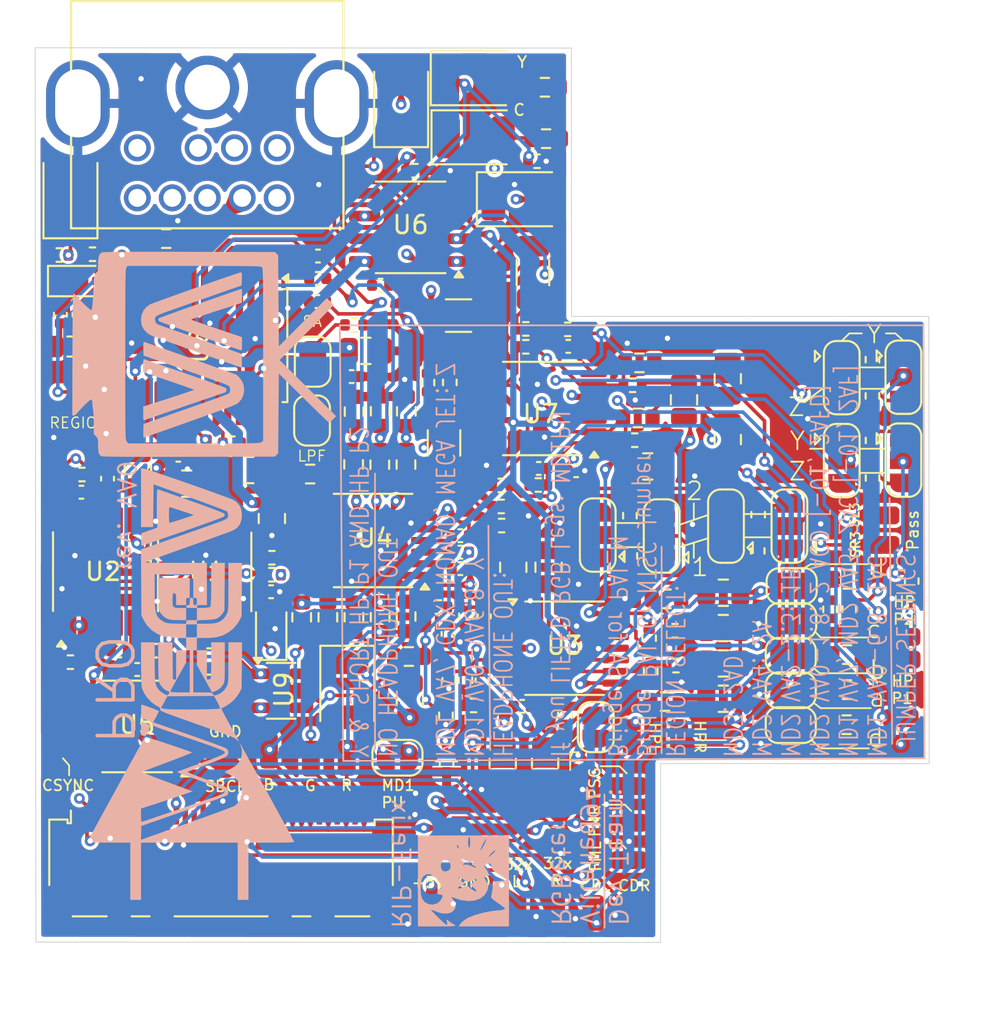
<source format=kicad_pcb>
(kicad_pcb (version 20241229) (generator "pcbnew") (generator_version "9.0")
  (layers (0 "F.Cu" signal) (4 "In1.Cu" signal) (6 "In2.Cu" signal) (2 "B.Cu" signal) (13 "F.Paste" user) (15 "B.Paste" user) (5 "F.SilkS" user "F.Silkscreen") (7 "B.SilkS" user "B.Silkscreen") (1 "F.Mask" user) (3 "B.Mask" user) (25 "Edge.Cuts" user))
  (net 0 "")
  (net 1 "+5V")
  (net 2 "/B-IN")
  (net 3 "GND")
  (net 4 "/PSG")
  (net 5 "/32X_L")
  (net 6 "/32X_R")
  (net 7 "/FM_R")
  (net 8 "/FM_L")
  (net 9 "/CV-OUT")
  (net 10 "/CLK")
  (net 11 "/G-IN")
  (net 12 "/R-OUT")
  (net 13 "/G-OUT")
  (net 14 "/B-OUT")
  (net 15 "/CSync")
  (net 16 "/R-IN")
  (net 17 "/CD_R")
  (net 18 "/CD_L")
  (net 19 "/AUD-R")
  (net 20 "/AUD-L")
  (net 21 "/AUD-M")
  (net 22 "Net-(32XPD1-A)")
  (net 23 "Net-(32XPD2-A)")
  (net 24 "Net-(C3-Pad2)")
  (net 25 "Net-(C4-Pad2)")
  (net 26 "Net-(D1-A)")
  (net 27 "Net-(U2A-RCext)")
  (net 28 "Net-(U2A-Cext)")
  (net 29 "Net-(U2B-Cext)")
  (net 30 "Net-(U2B-RCext)")
  (net 31 "Net-(U3A-+)")
  (net 32 "Net-(U3B-+)")
  (net 33 "Net-(C12-Pad1)")
  (net 34 "Net-(U3A--)")
  (net 35 "Net-(C13-Pad1)")
  (net 36 "Net-(U3B--)")
  (net 37 "Net-(C16-Pad1)")
  (net 38 "Net-(U4-CH2_IN)")
  (net 39 "Net-(C17-Pad1)")
  (net 40 "Net-(U4-CH3_IN)")
  (net 41 "Net-(U4-CH4_IN)")
  (net 42 "Net-(C18-Pad1)")
  (net 43 "Net-(C19-Pad2)")
  (net 44 "Net-(C20-Pad2)")
  (net 45 "Net-(C21-Pad2)")
  (net 46 "Net-(C22-Pad2)")
  (net 47 "Net-(C24-Pad2)")
  (net 48 "Net-(SR3-Pin_1)")
  (net 49 "Net-(C25-Pad2)")
  (net 50 "Net-(C26-Pad2)")
  (net 51 "Net-(SL3-Pin_1)")
  (net 52 "Net-(C27-Pad2)")
  (net 53 "Net-(C32-Pad1)")
  (net 54 "Net-(U8-RED)")
  (net 55 "Net-(U8-GREEN)")
  (net 56 "Net-(C33-Pad1)")
  (net 57 "Net-(C34-Pad1)")
  (net 58 "Net-(U8-BLUE)")
  (net 59 "Net-(U7A--)")
  (net 60 "/SR")
  (net 61 "Net-(U7B--)")
  (net 62 "/SL")
  (net 63 "/V_REF")
  (net 64 "/HP_R")
  (net 65 "Net-(HPR_SL2-Pin_1)")
  (net 66 "Net-(C42-Pad1)")
  (net 67 "Net-(C43-Pad1)")
  (net 68 "Net-(C44-Pad1)")
  (net 69 "Net-(HPL_SL2-Pin_1)")
  (net 70 "/HP_L")
  (net 71 "Net-(U8-LUM_OUT)")
  (net 72 "Net-(C46-Pad2)")
  (net 73 "Net-(U8-CHROM_OUT)")
  (net 74 "Net-(C47-Pad2)")
  (net 75 "Net-(C48-Pad2)")
  (net 76 "Net-(U8-CVBS_OUT)")
  (net 77 "Net-(C49-Pad2)")
  (net 78 "Net-(D2-A)")
  (net 79 "/C-OUT")
  (net 80 "/CSync_OUT")
  (net 81 "Net-(D1-K)")
  (net 82 "/Hsync")
  (net 83 "/YTRAP")
  (net 84 "Net-(LPF1-A)")
  (net 85 "/Y-OUT")
  (net 86 "Net-(MD1_PU1-A)")
  (net 87 "/REGION")
  (net 88 "Net-(PSGPD1-A)")
  (net 89 "Net-(PSGPD2-A)")
  (net 90 "Net-(PSGPD3-A)")
  (net 91 "Net-(U7C--)")
  (net 92 "Net-(R52-Pad2)")
  (net 93 "/~Vsync")
  (net 96 "/4xCLK")
  (net 99 "Net-(U7D--)")
  (net 100 "Net-(FMR_1-C)")
  (net 101 "Net-(FML_1-C)")
  (net 102 "Net-(FML_1-B)")
  (net 103 "Net-(FML_1-A)")
  (net 104 "Net-(FML_2-A)")
  (net 105 "Net-(FML_2-C)")
  (net 106 "Net-(FML_2-B)")
  (net 107 "Net-(FMR_1-B)")
  (net 108 "Net-(FMR_1-A)")
  (net 109 "Net-(FMR_2-B)")
  (net 110 "Net-(FMR_2-A)")
  (net 111 "Net-(FMR_2-C)")
  (net 112 "Net-(HPL_RES1-A)")
  (net 113 "Net-(HPL_RES1-B)")
  (net 114 "Net-(HPL_RES2-B)")
  (net 115 "Net-(HPL_RES2-A)")
  (net 116 "Net-(HPL_RES2-C)")
  (net 117 "Net-(HPL_SL1-Pin_1)")
  (net 118 "Net-(HPR_RES1-A)")
  (net 119 "Net-(HPR_RES1-B)")
  (net 120 "Net-(HPR_RES2-B)")
  (net 121 "Net-(HPR_RES2-A)")
  (net 122 "Net-(HPR_RES2-C)")
  (net 123 "Net-(HPR_SL1-Pin_1)")
  (net 124 "/Vsync")
  (net 125 "Net-(U8-YSET)")
  (net 126 "Net-(U8-CSET)")
  (net 127 "Net-(U8-CVSET)")
  (net 132 "Net-(PSGPD4-A)")
  (net 133 "Net-(SA1-B)")
  (footprint "Resistor_SMD:R_0603_1608Metric" (layer "F.Cu") (at 197.819696 96.53975)
    (property "Reference" "R56" (hide yes))
    (property "Value" "75")
  )
  (footprint "Capacitor_SMD:C_0402_1005Metric" (layer "F.Cu") (at 187.005813 112.715431 180)
    (property "Reference" "C39" (hide yes))
    (property "Value" "0.1u" (hide yes))
  )
  (footprint "Capacitor_SMD:C_0402_1005Metric" (layer "F.Cu") (at 177.31 117.11)
    (property "Reference" "C8" (hide yes))
    (property "Value" "0.1u" (hide yes))
  )
  (footprint "Jumper:SolderJumper-2_P1.3mm_Open_RoundedPad1.0x1.5mm" (layer "F.Cu") (at 211.575 130.25 180)
    (property "Reference" "PSGPD2" (hide yes))
    (property "Value" "~" (hide yes))
  )
  (footprint "Connector_Wire:SolderWirePad_1x01_SMD_1x2mm" (layer "F.Cu") (at 182.381242 133.628613)
    (property "Reference" "B_IN1" (hide yes))
    (property "Value" "~" (hide yes))
  )
  (footprint "Resistor_SMD:R_0402_1005Metric" (layer "F.Cu") (at 209.725 122.46 90)
    (property "Reference" "R21" (hide yes))
    (property "Value" "2.2k" (hide yes))
  )
  (footprint "Resistor_SMD:R_0402_1005Metric" (layer "F.Cu") (at 187.144016 109.827898 180)
    (property "Reference" "R72" (hide yes))
    (property "Value" "47k" (hide yes))
  )
  (footprint "Capacitor_SMD:C_0402_1005Metric" (layer "F.Cu") (at 188.627276 107.608121)
    (property "Reference" "C31" (hide yes))
    (property "Value" "0.1u" (hide yes))
  )
  (footprint "Resistor_SMD:R_0402_1005Metric" (layer "F.Cu") (at 202.84391 116.269479 180)
    (property "Reference" "R40" (hide yes))
    (property "Value" "10k" (hide yes))
  )
  (footprint "Connector_Wire:SolderWirePad_1x01_SMD_1x2mm" (layer "F.Cu") (at 170.25 133.9)
    (property "Reference" "S_IN1" (hide yes))
    (property "Value" "~" (hide yes))
  )
  (footprint "Capacitor_SMD:C_0402_1005Metric" (layer "F.Cu") (at 193.0875 122.53 180)
    (property "Reference" "C17" (hide yes))
    (property "Value" "0.1u" (hide yes))
  )
  (footprint "Resistor_SMD:R_0402_1005Metric" (layer "F.Cu") (at 199.095 110.075)
    (property "Reference" "R46" (hide yes))
    (property "Value" "10k" (hide yes))
  )
  (footprint "Connector_Wire:SolderWirePad_1x01_SMD_1x2mm" (layer "F.Cu") (at 171.602004 113.618487)
    (property "Reference" "REGION")
    (property "Value" "~")
  )
  (footprint "Package_SO:TSSOP-14_4.4x5mm_P0.65mm" (layer "F.Cu") (at 197.675 114.5 180)
    (property "Reference" "U7")
    (property "Value" "TS924" (hide yes))
  )
  (footprint "Connector_Wire:SolderWirePad_1x01_SMD_1x2mm" (layer "F.Cu") (at 184.72411 134.073698)
    (property "Reference" "G_IN1" (hide yes))
    (property "Value" "~" (hide yes))
  )
  (footprint "Capacitor_SMD:C_0402_1005Metric" (layer "F.Cu") (at 192.45 129.675 -90)
    (property "Reference" "C11" (hide yes))
    (property "Value" "47p" (hide yes))
  )
  (footprint "Resistor_SMD:R_0603_1608Metric" (layer "F.Cu") (at 184.212343 126.168911 90)
    (property "Reference" "R13" (hide yes))
    (property "Value" "5.6k")
  )
  (footprint "Connector_Wire:SolderWirePad_1x01_SMD_1x2mm" (layer "F.Cu") (at 200.62 142.7)
    (property "Reference" "CD_L1" (hide yes))
    (property "Value" "SMD_Conn_01x01" (hide yes))
  )
  (footprint "Connector_Wire:SolderWirePad_1x01_SMD_1x2mm" (layer "F.Cu") (at 179.862995 134.148552)
    (property "Reference" "CLK_IN1" (hide yes))
    (property "Value" "~" (hide yes))
  )
  (footprint "Capacitor_SMD:C_0805_2012Metric" (layer "F.Cu") (at 205.600662 114.011633 90)
    (property "Reference" "C26" (hide yes))
    (property "Value" "10u" (hide yes))
  )
  (footprint "Resistor_SMD:R_0402_1005Metric" (layer "F.Cu") (at 216.145 111.765 90)
    (property "Reference" "R63" (hide yes))
    (property "Value" "51k" (hide yes))
  )
  (footprint "Resistor_SMD:R_0603_1608Metric" (layer "F.Cu") (at 188.581609 117.639454 -90)
    (property "Reference" "R37" (hide yes))
    (property "Value" "75")
  )
  (footprint "Resistor_SMD:R_0603_1608Metric" (layer "F.Cu") (at 204.618559 125.141974 180)
    (property "Reference" "R26" (hide yes))
    (property "Value" "36k")
  )
  (footprint "Connector_Wire:SolderWirePad_1x01_SMD_1x2mm" (layer "F.Cu") (at 216.65 122.125 90)
    (property "Reference" "SR3")
    (property "Value" "SMD_Conn_01x01" (hide yes))
  )
  (footprint "Jumper:SolderJumper-3_P1.3mm_Open_RoundedPad1.0x1.5mm" (layer "F.Cu") (at 217.875 112.75 -90)
    (property "Reference" "HPL_RES2" (hide yes))
    (property "Value" "SolderJumper_3_Open" (hide yes))
  )
  (footprint "Jumper:SolderJumper-2_P1.3mm_Open_RoundedPad1.0x1.5mm" (layer "F.Cu") (at 189.569752 134.022554)
    (property "Reference" "MD1_PU1" (hide yes))
    (property "Value" "~" (hide yes))
  )
  (footprint "Capacitor_SMD:C_0805_2012Metric" (layer "F.Cu") (at 177.78 118.7)
    (property "Reference" "C10" (hide yes))
    (property "Value" "10u" (hide yes))
  )
  (footprint "Resistor_SMD:R_0402_1005Metric" (layer "F.Cu") (at 203.740459 129.210114 -90)
    (property "Reference" "R32" (hide yes))
    (property "Value" "47k" (hide yes))
  )
  (footprint "Capacitor_SMD:C_0402_1005Metric" (layer "F.Cu") (at 199.125 111.025)
    (property "Reference" "C36" (hide yes))
    (property "Value" "5600p" (hide yes))
  )
  (footprint "Inductor_SMD:L_0805_2012Metric" (layer "F.Cu") (at 171.498996 111.034565 180)
    (property "Reference" "L1" (hide yes))
    (property "Value" "100uH")
  )
  (footprint "Resistor_SMD:R_0402_1005Metric" (layer "F.Cu") (at 192.28153 131.647988 90)
    (property "Reference" "R18" (hide yes))
    (property "Value" "1k" (hide yes))
  )
  (footprint "Connector_Wire:SolderWirePad_1x01_SMD_1x2mm" (layer "F.Cu") (at 197.84527 97.905149 90)
    (property "Reference" "CHROMA1" (hide yes))
    (property "Value" "SMD_Conn_01x01" (hide yes))
  )
  (footprint "Jumper:SolderJumper-3_P1.3mm_Open_RoundedPad1.0x1.5mm" (layer "F.Cu") (at 200.775 121.575 90)
    (property "Reference" "FML_1" (hide yes))
    (property "Value" "SolderJumper_3_Open" (hide yes))
  )
  (footprint "Connector_Wire:SolderWirePad_1x01_SMD_1x2mm" (layer "F.Cu") (at 179.858948 131.075199)
    (property "Reference" "GND2" (hide yes))
    (property "Value" "SMD_Conn_01x01")
  )
  (footprint "Resistor_SMD:R_0402_1005Metric" (layer "F.Cu") (at 193.4 126.115 90)
    (property "Reference" "R7" (hide yes))
    (property "Value" "47k" (hide yes))
  )
  (footprint "Resistor_SMD:R_0402_1005Metric" (layer "F.Cu") (at 205.1 126.925 180)
    (property "Reference" "R27" (hide yes))
    (property "Value" "51k" (hide yes))
  )
  (footprint "Capacitor_SMD:C_0402_1005Metric" (layer "F.Cu") (at 182.500984 124.7426 180)
    (property "Reference" "C5" (hide yes))
    (property "Value" "22n" (hide yes))
  )
  (footprint "Connector_Wire:SolderWirePad_1x01_SMD_1x2mm" (layer "F.Cu") (at 202.54 137.66 90)
    (property "Reference" "FM_R1" (hide yes))
    (property "Value" "SMD_Conn_01x01" (hide yes))
  )
  (footprint "Capacitor_SMD:C_0805_2012Metric" (layer "F.Cu") (at 195.46 134.34 90)
    (property "Reference" "C4" (hide yes))
    (property "Value" "10u" (hide yes))
  )
  (footprint "Connector_Wire:SolderWirePad_1x01_SMD_1x2mm" (layer "F.Cu") (at 217.825491 127.271 90)
    (property "Reference" "HPL_SL2" (hide yes))
    (property "Value" "SMD_Conn_01x01" (hide yes))
  )
  (footprint "Resistor_SMD:R_0402_1005Metric" (layer "F.Cu") (at 182.545381 122.842576 180)
    (property "Reference" "R20" (hide yes))
    (property "Value" "10k" (hide yes))
  )
  (footprint "Resistor_SMD:R_0603_1608Metric" (layer "F.Cu") (at 214.697873 132.177633)
    (property "Reference" "R15" (hide yes))
    (property "Value" "75")
  )
  (footprint "Connector_Wire:SolderWirePad_1x01_SMD_1x2mm" (layer "F.Cu") (at 202.675 132.875)
    (property "Reference" "HP_L1" (hide yes))
    (property "Value" "SMD_Conn_01x01" (hide yes))
  )
  (footprint "Resistor_SMD:R_0603_1608Metric" (layer "F.Cu") (at 197.885751 99.413531)
    (property "Reference" "R57" (hide yes))
    (property "Value" "75")
  )
  (footprint "Jumper:SolderJumper-3_P1.3mm_Open_RoundedPad1.0x1.5mm" (layer "F.Cu") (at 214.425 117.41 -90)
    (property "Reference" "HPR_RES1" (hide yes))
    (property "Value" "SolderJumper_3_Open" (hide yes))
  )
  (footprint "Capacitor_SMD:C_0402_1005Metric" (layer "F.Cu") (at 193.0875 121.61 180)
    (property "Reference" "C18" (hide yes))
    (property "Value" "0.1u" (hide yes))
  )
  (footprint "Jumper:SolderJumper-2_P1.3mm_Open_RoundedPad1.0x1.5mm" (layer "F.Cu") (at 184.829833 111.8792 90)
    (property "Reference" "SA1" (hide yes))
    (property "Value" "~")
  )
  (footprint "Connector_Wire:SolderWirePad_1x01_SMD_1x2mm" (layer "F.Cu") (at 205.325 132.865)
    (property "Reference" "HP_R1" (hide yes))
    (property "Value" "SMD_Conn_01x01" (hide yes))
  )
  (footprint "Capacitor_Tantalum_SMD:CP_EIA-3528-15_AVX-H" (layer "F.Cu") (at 186.764264 130.222929 -90)
    (property "Reference" "C56" (hide yes))
    (property "Value" "220uF")
  )
  (footprint "Resistor_SMD:R_0603_1608Metric" (layer "F.Cu") (at 187.116822 117.624507 -90)
    (property "Reference" "R38" (hide yes))
    (property "Value" "75")
  )
  (footprint "Capacitor_SMD:C_0402_1005Metric" (layer "F.Cu") (at 199.57 117.975)
    (property "Reference" "C37" (hide yes))
    (property "Value" "0.1u" (hide yes))
  )
  (footprint "Package_SO:TSSOP-28_6.1x9.7mm_P0.65mm" (layer "F.Cu") (at 178.45 110.98 -90)
    (property "Reference" "U8")
    (property "Value" "AD723")
  )
  (footprint "Resistor_SMD:R_0402_1005Metric" (layer "F.Cu") (at 213.773039 125.724349 90)
    (property "Reference" "R30" (hide yes))
    (property "Value" "15k" (hide yes))
  )
  (footprint "Resistor_SMD:R_0402_1005Metric" (layer "F.Cu") (at 202.725 113.2 180)
    (property "Reference" "R41" (hide yes))
    (property "Value" "10k" (hide yes))
  )
  (footprint "Resistor_SMD:R_0402_1005Metric" (layer "F.Cu") (at 170.647773 105.917981 180)
    (property "Reference" "R68" (hide yes))
    (property "Value" "620")
  )
  (footprint "Resistor_SMD:R_0402_1005Metric" (layer "F.Cu") (at 195.375 118.8 180)
    (property "Reference" "R48" (hide yes))
    (property "Value" "10k" (hide yes))
  )
  (footprint "Capacitor_SMD:C_0805_2012Metric" (layer "F.Cu") (at 198.025 123.375 90)
    (property "Reference" "C15" (hide yes))
    (property "Value" "10u" (hide yes))
  )
  (footprint "Capacitor_SMD:C_0805_2012Metric" (layer "F.Cu") (at 187.801676 111.277738 180)
    (property "Reference" "C38" (hide yes))
    (property "Value" "10u" (hide yes))
  )
  (footprint "Resistor_SMD:R_0402_1005Metric" (layer "F.Cu") (at 202.6 122.74 -90)
    (property "Reference" "R23" (hide yes))
    (property "Value" "2.2k" (hide yes))
  )
  (footprint "Connector_Wire:SolderWirePad_1x01_SMD_1x2mm" (layer "F.Cu") (at 196.28 142.73)
    (property "Reference" "32X_L1" (hide yes))
    (property "Value" "SMD_Conn_01x01" (hide yes))
  )
  (footprint "Package_SO:TSSOP-14_4.4x5mm_P0.65mm" (layer "F.Cu") (at 198.92 127.9)
    (property "Reference" "U3")
    (property "Value" "TS924" (hide yes))
  )
  (footprint "Resistor_SMD:R_0402_1005Metric" (layer "F.Cu") (at 182.61 116.44)
    (property "Reference" "R69" (hide yes))
    (property "Value" "375")
  )
  (footprint "Jumper:SolderJumper-2_P1.3mm_Open_RoundedPad1.0x1.5mm" (layer "F.Cu") (at 184.79135 115.170105 90)
    (property "Reference" "LPF1" (hide yes))
    (property "Value" "~" (hide yes))
  )
  (footprint "Resistor_SMD:R_0603_1608Metric" (layer "F.Cu") (at 190.054393 126.126459 90)
    (property "Reference" "R14" (hide yes))
    (property "Value" "5.6k")
  )
  (footprint "Resistor_SMD:R_0402_1005Metric" (layer "F.Cu") (at 203.649079 127.339561 90)
    (property "Reference" "R31" (hide yes))
    (property "Value" "47k" (hide yes))
  )
  (footprint "Resistor_SMD:R_0402_1005Metric" (layer "F.Cu") (at 209.75 120.435 -90)
    (property "Reference" "R22" (hide yes))
    (property "Value" "22k" (hide yes))
  )
  (footprint "Resistor_SMD:R_0603_1608Metric" (layer "F.Cu") (at 184.686639 118.163918 180)
    (property "Reference" "R35" (hide yes))
    (property "Value" "5.6k")
  )
  (footprint "Connector_Wire:SolderWirePad_1x01_SMD_1x2mm" (layer "F.Cu") (at 216.65 120.475 90)
    (property "Reference" "SL3")
    (property "Value" "SMD_Conn_01x01" (hide yes))
  )
  (footprint "Connector_Wire:SolderWirePad_1x01_SMD_1x2mm" (layer "F.Cu") (at 217.832965 128.540707 90)
    (property "Reference" "HPL_SL1" (hide yes))
    (property "Value" "SMD_Conn_01x01" (hide yes))
  )
  (footprint "Resistor_SMD:R_0402_1005Metric" (layer "F.Cu") (at 198.935017 131.650071 90)
    (property "Reference" "R25" (hide yes))
    (property "Value" "22k")
  )
  (footprint "Capacitor_Tantalum_SMD:CP_EIA-3528-15_AVX-H" (layer "F.Cu") (at 171.275 102.525 90)
    (property "Reference" "C48" (hide yes))
    (property "Value" "220u" (hide yes))
  )
  (footprint "Capacitor_SMD:C_0402_1005Metric" (layer "F.Cu") (at 185.09 108.52 180)
    (property "Reference" "C32" (hide yes))
    (property "Value" "0.1u" (hide yes))
  )
  (footprint "Connector_Wire:SolderWirePad_1x01_SMD_1x2mm" (layer "F.Cu") (at 186.72953 134.029302)
    (property "Reference" "R_IN1" (hide yes))
    (property "Value" "~" (hide yes))
  )
  (footprint "Jumper:SolderJumper-2_P1.3mm_Open_RoundedPad1.0x1.5mm" (layer "F.Cu") (at 200.67 132.31 -90)
    (property "Reference" "PSGPD4" (hide yes))
    (property "Value" "~")
  )
  (footprint "Capacitor_Tantalum_SMD:CP_EIA-3528-15_AVX-H" (layer "F.Cu") (at 193.934188 99.338485)
    (property "Reference" "C47" (hide yes))
    (property "Value" "220u" (hide yes))
  )
  (footprint "Resistor_SMD:R_0402_1005Metric" (layer "F.Cu") (at 214.845472 125.713078 -90)
    (property "Reference" "R61" (hide yes))
    (property "Value" "100" (hide yes))
  )
  (footprint "Resistor_SMD:R_0402_1005Metric" (layer "F.Cu") (at 178.86 116.74 90)
    (property "Reference" "R71" (hide yes))
    (property "Value" "374")
  )
  (footprint "Capacitor_SMD:C_0402_1005Metric" (layer "F.Cu") (at 171.759471 109.254711 -90)
    (property "Reference" "C49" (hide yes))
    (property "Value" "7p")
  )
  (footprint "Resistor_SMD:R_0402_1005Metric" (layer "F.Cu") (at 171.92 118.19)
    (property "Reference" "R2" (hide yes))
    (property "Value" "10k" (hide yes))
  )
  (footprint "Resistor_SMD:R_0603_1608Metric" (layer "F.Cu") (at 214.763265 124.04657)
    (property "Reference" "R17" (hide yes))
    (property "Value" "75")
  )
  (footprint "Connector_Wire:SolderWirePad_1x01_SMD_1x2mm" (layer "F.Cu") (at 217.724912 131.807118 90)
    (property "Reference" "HPR_SL2" (hide yes))
    (property "Value" "SMD_Conn_01x01" (hide yes))
  )
  (footprint "Capacitor_SMD:C_1206_3216Metric" (layer "F.Cu") (at 197.15 106.9 90)
    (property "Reference" "C44" (hide yes))
    (property "Value" "47u")
  )
  (footprint "Package_TO_SOT_SMD:TSOT-23-5" (layer "F.Cu") (at 183.060797 130.281303)
    (property "Reference" "U9")
    (property "Value" "NCV8114ASN250T1G")
  )
  (footprint "Resistor_SMD:R_0402_1005Metric" (layer "F.Cu") (at 182.540399 123.791699)
    (property "Reference" "R1" (hide yes))
    (property "Value" "4.7k" (hide yes))
  )
  (footprint "Resistor_SMD:R_0402_1005Metric" (layer "F.Cu") (at 192.32 134.31 90)
    (property "Reference" "R19" (hide yes))
    (property "Value" "1k" (hide yes))
  )
  (footprint "Capacitor_Tantalum_SMD:CP_EIA-3528-15_AVX-H" (layer "F.Cu") (at 193.894953 96.035241)
    (property "Reference" "C46" (hide yes))
    (property "Value" "220u" (hide yes))
  )
  (footprint "Capacitor_SMD:C_0402_1005Metric" (layer "F.Cu") (at 171.89 119.18 180)
    (property "Reference" "C6" (hide yes))
    (property "Value" "1n" (hide yes))
  )
  (footprint "Capacitor_SMD:C_0402_1005Metric" (layer "F.Cu") (at 175.010362 129.091467)
    (property "Reference" "C23" (hide yes))
    (property "Value" "0.01u")
  )
  (footprint "Resistor_SMD:R_0603_1608Metric" (layer "F.Cu") (at 203.014864 115.025157 180)
    (property "Reference" "R39" (hide yes))
    (property "Value" "7.5k")
  )
  (footprint "Connector_Wire:SolderWirePad_1x01_SMD_1x2mm" (layer "F.Cu") (at 193.97 142.82)
    (property "Reference" "GND1" (hide yes))
    (property "Value" "~" (hide yes))
  )
  (footprint "Connector_Wire:SolderWirePad_1x01_SMD_1x2mm" (layer "F.Cu") (at 191.51 142.82)
    (property "Reference" "5V1" (hide yes))
    (property "Value" "~" (hide yes))
  )
  (footprint "Resistor_SMD:R_0603_1608Metric" (layer "F.Cu") (at 190.067882 114.6585 90)
    (property "Reference" "R43" (hide yes))
    (property "Value" "75")
  )
  (footprint "Capacitor_SMD:C_0805_2012Metric" (layer "F.Cu") (at 181.254351 117.940023 180)
    (property "Reference" "C28" (hide yes))
    (property "Value" "0.1u")
  )
  (footprint "Jumper:SolderJumper-2_P1.3mm_Open_RoundedPad1.0x1.5mm" (layer "F.Cu") (at 211.575 128.325 180)
    (property "Reference" "PSGPD3" (hide yes))
    (property "Value" "~" (hide yes))
  )
  (footprint "Resistor_SMD:R_0402_1005Metric" (layer "F.Cu") (at 196.75 110.05 180)
    (property "Reference" "R55" (hide yes))
    (property "Value" "330" (hide yes))
  )
  (footprint "Jumper:SolderJumper-2_P1.3mm_Open_RoundedPad1.0x1.5mm" (layer "F.Cu") (at 211.625 124.425 180)
    (property "Reference" "32XPD2" (hide yes))
    (property "Value" "~" (hide yes))
  )
  (footprint "Resistor_SMD:R_0402_1005Metric" (layer "F.Cu") (at 205.15 128.875 180)
    (property "Reference" "R28" (hide yes))
    (property "Value" "51k" (hide yes))
  )
  (footprint "Resistor_SMD:R_0603_1608Metric" (layer "F.Cu") (at 185.67713 126.168911 90)
    (property "Reference" "R9" (hide yes))
    (property "Value" "5.6k")
  )
  (footprint "Capacitor_SMD:C_0402_1005Metric" (layer "F.Cu") (at 185.125 105.975 180)
    (property "Reference" "C34" (hide yes))
    (property "Value" "0.1u" (hide yes))
  )
  (footprint "Connector_Wire:SolderWirePad_1x01_SMD_1x2mm" (layer "F.Cu") (at 197.910039 95.181405 90)
    (property "Reference" "LUMA1" (hide yes))
    (property "Value" "SMD_Conn_01x01" (hide yes))
  )
  (footprint "Capacitor_SMD:C_0805_2012Metric" (layer "F.Cu") (at 196.05 123.375 90)
    (property "Reference" "C14" (hide yes))
    (property "Value" "10u" (hide yes))
  )
  (footprint "Package_SO:SO-8_3.9x4.9mm_P1.27mm" (layer "F.Cu") (at 190.305834 104.37276 180)
    (property "Reference" "U6")
    (property "Value" "TS922")
  )
  (footprint "Resistor_SMD:R_0402_1005Metric" (layer "F.Cu") (at 216.15 116.285 90)
    (property "Reference" "R65" (hide yes))
    (property "Value" "51k" (hide yes))
  )
  (footprint "Resistor_SMD:R_0402_1005Metric" (layer "F.Cu") (at 196.75 111.05)
    (property "Reference" "R49" (hide yes))
    (property "Value" "10k" (hide yes))
  )
  (footprint "Capacitor_SMD:C_0402_1005Metric" (layer "F.Cu") (at 170.712693 109.254711 90)
    (property "Reference" "C50" (hide yes))
    (property "Value" "12p")
  )
  (footprint "Capacitor_SMD:C_0402_1005Metric" (layer "F.Cu") (at 194.425 126.12 -90)
    (property "Reference" "C12" (hide yes))
    (property "Value" "47p" (hide yes))
  )
  (footprint "Capacitor_SMD:C_0805_2012Metric" (layer "F.Cu") (at 208.050662 112.836633 90)
    (property "Reference" "C27" (hide yes))
    (property "Value" "10u" (hide yes))
  )
  (footprint "Resistor_SMD:R_0402_1005Metric" (layer "F.Cu") (at 175.97 128.04 180)
    (property "Reference" "R3" (hide yes))
    (property "Value" "10k" (hide yes))
  )
  (footprint "Resistor_SMD:R_0603_1608Metric" (layer "F.Cu") (at 204.539253 130.878458 180)
    (property "Reference" "R29" (hide yes))
    (property "Value" "36k")
  )
  (footprint "Capacitor_SMD:C_1206_3216Metric" (layer "F.Cu") (at 192.988383 109.304456 180)
    (property "Reference" "C43" (hide yes))
    (property "Value" "47u")
  )
  (footprint "Capacitor_SMD:C_0805_2012Metric" (layer "F.Cu") (at 208.050662 116.236633 90)
    (property "Reference" "C24" (hide yes))
    (property "Value" "10u" (hide yes))
  )
  (footprint "Connector_Wire:SolderWirePad_1x01_SMD_1x2mm" (layer "F.Cu") (at 202.79 142.7)
    (property "Reference" "CD_R1" (hide yes))
    (property "Value" "SMD_Conn_01x01" (hide yes))
  )
  (footprint "Capacitor_SMD:C_0402_1005Metric" (layer "F.Cu") (at 194.3 129.695 90)
    (property "Reference" "C13" (hide yes))
    (property "Value" "47p" (hide yes))
  )
  (footprint "Capacitor_SMD:C_0805_2012Metric" (layer "F.Cu") (at 175.05 117.95 90)
    (property "Reference" "C1" (hide yes))
    (property "Value" "10u" (hide yes))
  )
  (footprint "Capacitor_Tantalum_SMD:CP_EIA-3528-15_AVX-H" (layer "F.Cu") (at 196.475 102.8)
    (property "Reference" "C45" (hide yes))
    (property "Value" "220u" (hide yes))
  )
  (footprint "Resistor_SMD:R_0402_1005Metric" (layer "F.Cu") (at 171.27 128.68)
    (property "Reference" "R6" (hide yes))
    (property "Value" "2.2k" (hide yes))
  )
  (footprint "Resistor_SMD:R_0402_1005Metric" (layer "F.Cu") (at 193.375 129.69 -90)
    (property "Reference" "R8" (hide yes))
    (property "Value" "47k" (hide yes))
  )
  (footprint "Capacitor_SMD:C_0805_2012Metric" (layer "F.Cu") (at 179.186731 128.643255 180)
    (property "Reference" "C55" (hide yes))
    (property "Value" "10uF")
  )
  (footprint "Resistor_SMD:R_0603_1608Metric" (layer "F.Cu") (at 188.603095 114.651027 90)
    (property "Reference" "R44" (hide yes))
    (property "Value" "75")
  )
  (footprint "Resistor_SMD:R_0402_1005Metric" (layer "F.Cu") (at 191.861088 125.597715 180)
    (property "Reference" "R4" (hide yes))
    (property "Value" "47k" (hide yes))
  )
  (footprint "Jumper:SolderJumper-3_P1.3mm_Open_RoundedPad1.0x1.5mm" (layer "F.Cu") (at 214.425 112.775 -90)
    (property "Reference" "HPL_RES1" (hide yes))
    (property "Value" "SolderJumper_3_Open" (hide yes))
  )
  (footprint "Capacitor_SMD:C_0805_2012Metric" (layer "F.Cu") (at 207.8 124.8 180)
    (property "Reference" "C19" (hide yes))
    (property "Value" "10u" (hide yes))
  )
  (footprint "Capacitor_SMD:C_0805_2012Metric" (layer "F.Cu") (at 182.544235 120.65001 -90)
    (property "Reference" "C29" (hide yes))
    (property "Value" "10u" (hide yes))
  )
  (footprint "Resistor_SMD:R_0603_1608Metric" (layer "F.Cu") (at 214.720293 130.215865)
    (property "Reference" "R33" (hide yes))
    (property "Value" "3.6k")
  )
  (footprint "Jumper:SolderJumper-3_P1.3mm_Open_RoundedPad1.0x1.5mm" (layer "F.Cu") (at 211.5 121.075 90)
    (property "Reference" "FMR_1" (hide yes))
    (property "Value" "SolderJumper_3_Open" (hide yes))
  )
  (footprint "Capacitor_SMD:C_0805_2012Metric" (layer "F.Cu") (at 190.264255 130.826439 90)
    (property "Reference" "C54" (hide yes))
    (property "Value" "10uF")
  )
  (footprint "Resistor_SMD:R_0402_1005Metric" (layer "F.Cu") (at 197.381919 100.674356)
    (property "Reference" "R66" (hide yes))
    (property "Value" "100")
  )
  (footprint "Capacitor_SMD:C_0805_2012Metric" (layer "F.Cu") (at 207.8 128.75 180)
    (property "Reference" "C21" (hide yes))
    (property "Value" "10u" (hide yes))
  )
  (footprint "Connector_Wire:SolderWirePad_1x01_SMD_1x2mm" (layer "F.Cu") (at 217.729895 133.270659 90)
    (property "Reference" "HPR_SL1" (hide yes))
    (property "Value" "SMD_Conn_01x01" (hide yes))
  )
  (footprint "Jumper:SolderJumper-3_P1.3mm_Open_RoundedPad1.0x1.5mm" (layer "F.Cu") (at 207.95 121.075 90)
    (property "Reference" "FMR_2" (hide yes))
    (property "Value" "SolderJumper_3_Open" (hide yes))
  )
  (footprint "Resistor_SMD:R_0402_1005Metric" (layer "F.Cu") (at 180.31 116.44 180)
    (property "Reference" "R70" (hide yes))
    (property "Value" "375")
  )
  (footprint "Capacitor_SMD:C_0805_2012Metric" (layer "F.Cu") (at 207.8 130.725 180)
    (property "Reference" "C22" (hide yes))
    (property "Value" "10u" (hide yes))
  )
  (footprint "Capacitor_SMD:C_1206_3216Metric" (layer "F.Cu") (at 192.175 116.425 90)
    (property "Reference" "C42" (hide yes))
    (property "Value" "47u")
  )
  (footprint "Resistor_SMD:R_0402_1005Metric" (layer "F.Cu") (at 197.45 118.775)
    (property "Reference" "R47" (hide yes))
    (property "Value" "10k" (hide yes))
  )
  (footprint "Capacitor_SMD:C_0805_2012Metric" (layer "F.Cu") (at 207.8 126.775 180)
    (property "Reference" "C20" (hide yes))
    (property "Value" "10u" (hide yes))
  )
  (footprint "Resistor_SMD:R_0402_1005Metric" (layer "F.Cu") (at 195.400807 121.043428 180)
    (property "Reference" "R16" (hide yes))
    (property "Value" "1k" (hide yes))
  )
  (footprint "Jumper:SolderJumper-2_P1.3mm_Open_RoundedPad1.0x1.5mm" (layer "F.Cu") (at 211.575 132.2 180)
    (property "Reference" "32XPD1" (hide yes))
    (property "Value" "~" (hide yes))
  )
  (footprint "Capacitor_SMD:C_0402_1005Metric" (layer "F.Cu") (at 174.01 128.05)
    (property "Reference" "C7" (hide yes))
    (property "Value" "22n" (hide yes))
  )
  (footprint "Capacitor_SMD:C_0402_1005Metric" (layer "F.Cu") (at 197.475 117.85)
    (property "Reference" "C35" (hide yes))
    (property "Value" "5600p" (hide yes))
  )
  (footprint "Connector_FFC-FPC:Molex_502244-3330_1x33-1MP_P0.5mm_Horizontal" (layer "F.Cu") (at 179.7 140.44)
    (property "Reference" "Z1" (hide yes))
    (property "Value" "Conn_01x33_Pin" (hide yes))
  )
  (footprint "Capacitor_SMD:C_0805_2012Metric" (layer "F.Cu") (at 197.83 134.33 90)
    (property "Reference" "C3" (hide yes))
    (property "Value" "10u" (hide yes))
  )
  (footprint "Connector_Wire:SolderWirePad_1x01_SMD_1x2mm" (layer "F.Cu") (at 202.51 139.75 90)
    (property "Reference" "FM_L1" (hide yes))
    (property "Value" "SMD_Conn_01x01" (hide yes))
  )
  (footprint "Resistor_SMD:R_0402_1005Metric" (layer "F.Cu") (at 193.825 131.1)
    (property "Reference" "R5" (hide yes))
    (property "Value" "47k" (hide yes))
  )
  (footprint "Package_SO:TSSOP-14_4.4x5mm_P0.65mm" (layer "F.Cu") (at 178.785 123.635 90)
    (property "Reference" "U1")
    (property "Value" "CD4070" (hide yes))
  )
  (footprint "Resistor_SMD:R_0402_1005Metric" (layer "F.Cu") (at 172.508651 105.87314)
    (property "Reference" "R59" (hide yes))
    (property "Value" "47k")
  )
  (footprint "Resistor_SMD:R_0603_1608Metric" (layer "F.Cu") (at 187.134444 126.168911 90)
    (property "Reference" "R10" (hide yes))
    (property "Value" "5.6k")
  )
  (footprint "Diode_SMD:D_SOD-323F" (layer "F.Cu") (at 171.626869 107.375294)
    (property "Reference" "D2" (hide yes))
    (property "Value" "1N4148W")
  )
  (footprint "Resistor_SMD:R_0402_1005Metric" (layer "F.Cu") (at 218.341897 124.148145 -90)
    (property "Reference" "R60" (hide yes))
    (property "Value" "100" (hide yes))
  )
  (footprint "Resistor_SMD:R_0603_1608Metric" (layer "F.Cu") (at 214.72403 128.257158)
    (property "Reference" "R34" (hide yes))
    (property "Value" "820")
  )
  (footprint "Resistor_SMD:R_0402_1005Metric" (layer "F.Cu") (at 191.25 113.05 90)
    (property "Reference" "R54" (hide yes))
    (property "Value" "330" (hide yes))
  )
  (footprint "Jumper:SolderJumper-3_P1.3mm_Open_RoundedPad1.0x1.5mm" (layer "F.Cu") (at 217.875 117.385 -90)
    (property "Reference" "HPR_RES2" (hide yes))
    (property "Value" "SolderJumper_3_Open" (hide yes))
  )
  (footprint "Capacitor_SMD:C_0402_1005Metric" (layer "F.Cu") (at 193.0875 123.45 180)
    (property "Reference" "C16" (hide yes))
    (property "Value" "0.1u" (hide yes))
  )
  (footprint "Resistor_SMD:R_0402_1005Metric" (layer "F.Cu") (at 190.549749 101.205031)
    (property "Reference" "R67" (hide yes))
    (property "Value" "100")
  )
  (footprint "Resistor_SMD:R_0402_1005Metric" (layer "F.Cu") (at 216.145 113.795 90)
    (property "Reference" "R62" (hide yes))
    (property "Value" "10k" (hide yes))
  )
  (footprint "Resistor_SMD:R_0603_1608Metric" (layer "F.Cu") (at 176.635594 104.999939)
    (property "Reference" "R58" (hide yes))
    (property "Value" "75")
  )
  (footprint "Capacitor_SMD:C_0402_1005Metric" (layer "F.Cu") (at 196.55 131.15)
    (property "Reference" "C30" (hide yes))
    (property "Value" "0.1u" (hide yes))
  )
  (footprint "Package_SO:TSSOP-16_4.4x5mm_P0.65mm" (layer "F.Cu") (at 173.035 123.6175 90)
    (property "Reference" "U2")
    (property "Value" "74HCT123" (hide yes))
  )
  (footprint "Capacitor_SMD:C_0805_2012Metric" (layer "F.Cu") (at 203.572567 117.738003)
    (property "Reference" "C25" (hide yes))
    (property "Value" "10u" (hide yes))
  )
  (footprint "Package_SO:TSSOP-14_4.4x5mm_P0.65mm" (layer "F.Cu") (at 188.2075 121.88 180)
    (property "Reference" "U4")
    (property "Value" "THS7374" (hide yes))
  )
  (footprint "Resistor_SMD:R_0402_1005Metric" (layer "F.Cu") (at 192.5 113.04 90)
    (property "Reference" "R52" (hide yes))
    (property "Value" "4.7k" (hide yes))
  )
  (footprint "Resistor_SMD:R_0603_1608Metric" (layer "F.Cu") (at 190.207413 128.363756)
    (property "Reference" "R12" (hide yes))
    (property "Value" "5.6k")
  )
  (footprint "Resistor_SMD:R_0603_1608Metric" (layer "F.Cu") (at 188.600816 126.16258 90)
    (property "Reference" "R11" (hide yes))
    (property "Value" "5.6k")
  )
  (footprint "Capacitor_SMD:C_0402_1005Metric" (layer "F.Cu") (at 173.35 118.42 90)
    (property "Reference" "C2" (hide yes))
    (property "Value" "0.1u" (hide yes))
  )
  (footprint "Connector_Wire:SolderWirePad_1x01_SMD_1x2mm" (layer "F.Cu") (at 198.44 142.72)
    (property "Reference" "32X_R1" (hide yes))
    (property "Value" "SMD_Conn_01x01" (hide yes))
  )
  (footprint "Resistor_SMD:R_0402_1005Metric" (layer "F.Cu") (at 202.575 120.49 -90)
    (property "Reference" "R24" (hide yes))
    (property "Value" "22k" (hide yes))
  )
  (footprint "Capacitor_SMD:C_0402_1005Metric" (layer "F.Cu") (at 192.4 127.1 -90)
    (property "Reference" "C9" (hide yes))
    (property "Value" "47p" (hide yes))
  )
  (footprint "Resistor_SMD:R_0402_1005Metric" (layer "F.Cu") (at 195.375 119.975 180)
    (property "Reference" "R53" (hide yes))
    (property "Value" "330" (hide yes))
  )
  (footprint "MyLibrary:MD90SM-MD2" (layer "F.Cu") (at 178.929 104.933)
    (property "Reference" "CN1" (hide yes))
    (property "Value" "MD-90SM_MD2" (hide yes))
  )
  (footprint "Resistor_SMD:R_0402_1005Metric" (layer "F.Cu") (at 216.15 118.385 90)
    (property "Reference" "R64" (hide yes))
    (property "Value" "10k" (hide yes))
  )
  (footprint "Capacitor_SMD:C_0402_1005Metric" (layer "F.Cu") (at 185.11 107.23 180)
    (property "Reference" "C33" (hide yes))
    (property "Value" "0.1u" (hide yes))
  )
  (footprint "Jumper:SolderJumper-2_P1.3mm_Open_RoundedPad1.0x1.5mm" (layer "F.Cu") (at 211.6 126.375 180)
    (property "Reference" "PSGPD1" (hide yes))
    (property "Value" "~" (hide yes))
  )
  (footprint "Package_SO:SOIC-8_3.9x4.9mm_P1.27mm" (layer "F.Cu") (at 175.003296 132.274826 180)
    (property "Reference" "U5")
    (property "Value" "ICS501" (hide yes))
  )
  (footprint "Resistor_SMD:R_0603_1608Metric" (layer "F.Cu") (at 203.111084 111.946738 180)
    (property "Reference" "R42" (hide yes))
    (property "Value" "7.5k")
  )
  (footprint "Capacitor_Tantalum_SMD:CP_EIA-3528-15_AVX-H" (layer "F.Cu") (at 189.775 97.425 90)
    (property "Reference" "C41" (hide yes))
    (property "Value" "220u" (hide yes))
  )
  (footprint "Diode_SMD:D_SOD-323F" (layer "F.Cu") (at 182.506976 126.944125 90)
    (property "Reference" "D1" (hide yes))
    (property "Value" "1N4148W")
  )
  (footprint "Resistor_SMD:R_0603_1608Metric" (layer "F.Cu") (at 190.046396 117.631981 -90)
    (property "Reference" "R36" (hide yes))
    (property "Value" "75")
  )
  (footprint "Connector_Wire:SolderWirePad_1x01_SMD_1x2mm" (layer "F.Cu") (at 202.53 135.61 90)
    (property "Reference" "P1" (hide yes))
    (property "Value" "SMD_Conn_01x01" (hide yes))
  )
  (footprint "Jumper:SolderJumper-3_P1.3mm_Open_RoundedPad1.0x1.5mm" (layer "F.Cu") (at 204.35 121.625 90)
    (property "Reference" "FML_2" (hide yes))
    (property "Value" "SolderJumper_3_Open" (hide yes))
  )
  (footprint "Resistor_SMD:R_0603_1608Metric" (layer "F.Cu") (at 187.145781 114.673447 90)
    (property "Reference" "R45" (hide yes))
    (property "Value" "75")
  )
  (footprint "LOGO_Library:MegaAV Logo 2" (layer "B.Cu") (at 179.35 122.65 90)
    (property "Reference" "G***" (hide yes))
    (property "Value" "LOGO" (hide yes))
  )
  (footprint "MyLibrary:RIP-Felix Logo(Small)" (layer "B.Cu") (at 193.262041 140.909416 90)
    (property "Reference" "G***" (hide yes))
    (property "Value" "LOGO" (hide yes))
  )
  (gr_line (start 201.8 122.25) (end 203.3 122.25) (stroke (width 0.1)) (layer "F.SilkS"))
  (gr_line (start 214.425 110.725) (end 214.85 110.3) (stroke (width 0.1)) (layer "F.SilkS"))
  (gr_line (start 212.95 127) (end 213.25 127.3) (stroke (width 0.1)) (layer "F.SilkS"))
  (gr_line (start 201.15 138.8) (end 202.05 138.8) (stroke (width 0.1)) (layer "F.SilkS"))
  (gr_line (start 171.2 134.45) (end 171.2 135) (stroke (width 0.1)) (layer "F.SilkS"))
  (gr_line (start 213.4 113.35) (end 212.35 114.15) (stroke (width 0.1)) (layer "F.SilkS"))
  (gr_line (start 217.425 110.3) (end 216.9 110.3) (stroke (width 0.1)) (layer "F.SilkS"))
  (gr_line (start 206.15 120.725) (end 206.15 119.8) (stroke (width 0.1)) (layer "F.SilkS"))
  (gr_line (start 212.9 129.05) (end 213.2 129.3) (stroke (width 0.1)) (layer "F.SilkS"))
  (gr_line (start 170.85 134.05) (end 171.2 134.45) (stroke (width 0.1)) (layer "F.SilkS"))
  (gr_line (start 201.8 120.9) (end 203.3 120.9) (stroke (width 0.1)) (layer "F.SilkS"))
  (gr_line (start 215.45 113.4) (end 216.85 113.4) (stroke (width 0.1)) (layer "F.SilkS"))
  (gr_line (start 212.325 123.425) (end 212.7 123.2) (stroke (width 0.1)) (layer "F.SilkS"))
  (gr_line (start 210.5 121.7) (end 208.95 121.7) (stroke (width 0.1)) (layer "F.SilkS"))
  (gr_line (start 215.45 118.1) (end 216.8 118.1) (stroke (width 0.1)) (layer "F.SilkS"))
  (gr_line (start 205.35 122.25) (end 206.95 121.75) (stroke (width 0.1)) (layer "F.SilkS"))
  (gr_line (start 210.45 120.4) (end 209 120.4) (stroke (width 0.1)) (layer "F.SilkS"))
  (gr_line (start 215.45 116.75) (end 216.85 116.75) (stroke (width 0.1)) (layer "F.SilkS"))
  (gr_line (start 213.25 127.3) (end 215.827291 127.3) (stroke (width 0.1)) (layer "F.SilkS"))
  (gr_line (start 212.65 116.75) (end 213.4 116.75) (stroke (width 0.1)) (layer "F.SilkS"))
  (gr_line (start 201.05 136.65) (end 202.3 136.65) (stroke (width 0.1)) (layer "F.SilkS"))
  (gr_line (start 212.85 130.95) (end 213.25 131.25) (stroke (width 0.1)) (layer "F.SilkS"))
  (gr_line (start 213.4 118) (end 212.65 118) (stroke (width 0.1)) (layer "F.SilkS"))
  (gr_line (start 212.75 133.05) (end 213.25 133.5) (stroke (width 0.1)) (layer "F.SilkS"))
  (gr_line (start 212.7 123.2) (end 215.891282 123.2) (stroke (width 0.1)) (layer "F.SilkS"))
  (gr_line (start 206.15 122) (end 206.15 122.85) (stroke (width 0.1)) (layer "F.SilkS"))
  (gr_line (start 213.25 131.25) (end 216.049624 131.25) (stroke (width 0.1)) (layer "F.SilkS"))
  (gr_line (start 202.05 138.8) (end 202.35 139.1) (stroke (width 0.1)) (layer "F.SilkS"))
  (gr_line (start 199.66 132.8) (end 199.37 133.1) (stroke (width 0.1)) (layer "F.SilkS"))
  (gr_line (start 214.85 110.3) (end 215.55 110.3) (stroke (width 0.1)) (layer "F.SilkS"))
  (gr_line (start 200.95 134.5) (end 202 134.5) (stroke (width 0.1)) (layer "F.SilkS"))
  (gr_line (start 202 134.5) (end 202.4 134.9) (stroke (width 0.1)) (layer "F.SilkS"))
  (gr_line (start 205.35 121) (end 206.95 120.45) (stroke (width 0.1)) (layer "F.SilkS"))
  (gr_line (start 217.425 110.3) (end 217.875 110.7) (stroke (width 0.1)) (layer "F.SilkS"))
  (gr_line (start 213.2 129.3) (end 216.015994 129.3) (stroke (width 0.1)) (layer "F.SilkS"))
  (gr_line (start 202.3 136.65) (end 202.65 137) (stroke (width 0.1)) (layer "F.SilkS"))
  (gr_line (start 215.45 112.2) (end 216.85 112.2) (stroke (width 0.1)) (layer "F.SilkS"))
  (gr_line (start 213.25 133.5) (end 215.933787 133.5) (stroke (width 0.1)) (layer "F.SilkS"))
  (gr_line (start 194.657257 121.05145) (end 194.757257 133.60145) (stroke (width 0.1)) (layer "B.SilkS"))
  (gr_line (start 201.15 136.075) (end 201.15 143.525) (stroke (width 0.1)) (layer "B.SilkS"))
  (gr_line (start 186.346875 109.849896) (end 219 109.85) (stroke (width 0.1)) (layer "B.SilkS"))
  (gr_line (start 188.314318 133.538346) (end 188.314318 118.138346) (stroke (width 0.1)) (layer "B.SilkS"))
  (gr_line (start 219 109.85) (end 219.05 134.05) (stroke (width 0.1)) (layer "B.SilkS"))
  (gr_line (start 218.85 134.05) (end 186.538073 134.199896) (stroke (width 0.1)) (layer "B.SilkS"))
  (gr_line (start 204.35 133.775) (end 204.35 122.225) (stroke (width 0.1)) (layer "B.SilkS"))
  (gr_line (start 219.05 134.05) (end 218.85 134.05) (stroke (width 0.1)) (layer "B.SilkS"))
  (gr_line (start 186.538073 134.199896) (end 186.346875 109.849896) (stroke (width 0.1)) (layer "B.SilkS"))
  (gr_line (start 217.1 119.5) (end 217.25 133.25) (stroke (width 0.1)) (layer "B.SilkS"))
  (gr_line (start 169.34 144.33) (end 204.29 144.35) (stroke (width 0.05)) (layer "Edge.Cuts"))
  (gr_line (start 199.3 94.35) (end 169.3 94.33) (stroke (width 0.05)) (layer "Edge.Cuts"))
  (gr_line (start 199.3 94.35) (end 199.31 109.35) (stroke (width 0.05)) (layer "Edge.Cuts"))
  (gr_line (start 219.32 134.35) (end 219.3 109.35) (stroke (width 0.05)) (layer "Edge.Cuts"))
  (gr_line (start 204.29 139.35) (end 204.29 134.35) (stroke (width 0.05)) (layer "Edge.Cuts"))
  (gr_line (start 204.29 139.35) (end 204.29 144.35) (stroke (width 0.05)) (layer "Edge.Cuts"))
  (gr_line (start 204.29 134.35) (end 214.32 134.35) (stroke (width 0.05)) (layer "Edge.Cuts"))
  (gr_line (start 209.31 109.35) (end 214.31 109.35) (stroke (width 0.05)) (layer "Edge.Cuts"))
  (gr_line (start 214.32 134.35) (end 219.32 134.35) (stroke (width 0.05)) (layer "Edge.Cuts"))
  (gr_line (start 199.31 109.35) (end 209.31 109.35) (stroke (width 0.05)) (layer "Edge.Cuts"))
  (gr_line (start 219.3 109.35) (end 214.31 109.35) (stroke (width 0.05)) (layer "Edge.Cuts"))
  (gr_line (start 169.3 94.33) (end 169.34 144.33) (stroke (width 0.05)) (layer "Edge.Cuts"))
  (gr_text "HP\nP1" (at 217.151294 131.055764 0) (layer "F.SilkS") (effects (font (size 0.6 0.6) (thickness 0.1)) (justify left bottom)))
  (gr_text "SA" (at 184.214936 109.986592 0) (layer "F.SilkS") (effects (font (size 0.6 0.6) (thickness 0.075)) (justify left bottom)))
  (gr_text "GND" (at 178.957124 132.918156 0) (layer "F.SilkS") (effects (font (size 0.6 0.6) (thickness 0.1)) (justify left bottom)))
  (gr_text "MD1\nPU" (at 188.620137 136.882571 0) (layer "F.SilkS") (effects (font (size 0.6 0.6) (thickness 0.1)) (justify left bottom)))
  (gr_text "F" (at 198.93 134.84 0) (layer "F.SilkS") (effects (font (size 1 1) (thickness 0.1)) (justify left bottom)))
  (gr_text "32x\n L" (at 195.45 141.3 0) (layer "F.SilkS") (effects (font (size 0.6 0.6) (thickness 0.1)) (justify left bottom)))
  (gr_text "Pass" (at 218.4 121.3 90) (layer "F.SilkS") (effects (font (size 0.635 0.635) (thickness 0.1016))))
  (gr_text "a" (at 215.885209 131.25 0) (layer "F.SilkS") (effects (font (size 1 1) (thickness 0.1)) (justify left bottom)))
  (gr_text "C" (at 195.996381 98.179303 0) (layer "F.SilkS") (effects (font (size 0.635 0.635) (thickness 0.1016)) (justify left bottom)))
  (gr_text "b" (at 215.892683 129.693365 0) (layer "F.SilkS") (effects (font (size 1 1)) (justify left bottom)))
  (gr_text "B" (at 182.00934 135.882444 0) (layer "F.SilkS") (effects (font (size 0.6 0.6) (thickness 0.1)) (justify left bottom)))
  (gr_text "HP\nP2" (at 217.241437 126.625516 0) (layer "F.SilkS") (effects (font (size 0.6 0.6) (thickness 0.1)) (justify left bottom)))
  (gr_text "c" (at 215.73761 127.422254 0) (layer "F.SilkS") (effects (font (size 1 1) (thickness 0.1)) (justify left bottom)))
  (gr_text "Z" (at 211.35 115 0) (layer "F.SilkS") (effects (font (size 1 1) (thickness 0.1)) (justify left bottom)))
  (gr_text "LPF" (at 183.927496 117.509128 0) (layer "F.SilkS") (effects (font (size 0.6 0.6) (thickness 0.075)) (justify left bottom)))
  (gr_text "CDL" (at 199.73 141.5 0) (layer "F.SilkS") (effects (font (size 0.6 0.6) (thickness 0.1)) (justify left bottom)))
  (gr_text "G" (at 184.328139 135.932097 0) (layer "F.SilkS") (effects (font (size 0.6 0.6) (thickness 0.1)) (justify left bottom)))
  (gr_text "SBCR" (at 178.733685 135.976165 0) (layer "F.SilkS") (effects (font (size 0.6 0.6) (thickness 0.1)) (justify left bottom)))
  (gr_text "R" (at 186.358536 135.919684 0) (layer "F.SilkS") (effects (font (size 0.6 0.6) (thickness 0.1)) (justify left bottom)))
  (gr_text "Y" (at 215.75 110.930025 0) (layer "F.SilkS") (effects (font (size 1 1) (thickness 0.1)) (justify left bottom)))
  (gr_text "2" (at 205.65 119.7 0) (layer "F.SilkS") (effects (font (size 1 1) (thickness 0.1)) (justify left bottom)))
  (gr_text "CSYNC" (at 169.62 135.92 0) (layer "F.SilkS") (effects (font (size 0.6 0.6) (thickness 0.1)) (justify left bottom)))
  (gr_text "1" (at 205.95 123.95 0) (layer "F.SilkS") (effects (font (size 1 1) (thickness 0.1)) (justify left bottom)))
  (gr_text "GND" (at 192.89 141.31 0) (layer "F.SilkS") (effects (font (size 0.6 0.6) (thickness 0.1)) (justify left bottom)))
  (gr_text "FMR" (at 200.97 138.52 90) (layer "F.SilkS") (effects (font (size 0.6 0.6) (thickness 0.1)) (justify left bottom)))
  (gr_text "d" (at 215.891282 124.039138 0) (layer "F.SilkS") (effects (font (size 1 1) (thickness 0.1)) (justify left bottom)))
  (gr_text "HPR" (at 206.14 131.87 270) (layer "F.SilkS") (effects (font (size 0.6 0.6) (thickness 0.1)) (justify left bottom)))
  (gr_text "32x\n R" (at 197.65 141.25 0) (layer "F.SilkS") (effects (font (size 0.6 0.6) (thickness 0.1)) (justify left bottom)))
  (gr_text "Z" (at 211.4 118.6 0) (layer "F.SilkS") (effects (font (size 1 1) (thickness 0.1)) (justify left bottom)))
  (gr_text "+5V" (at 190.31 141.35 0) (layer "F.SilkS") (effects (font (size 0.6 0.6) (thickness 0.1)) (justify left bottom)))
  (gr_text "CDR" (at 201.86 141.52 0) (layer "F.SilkS") (effects (font (size 0.6 0.6) (thickness 0.1)) (justify left bottom)))
  (gr_text "PSG" (at 200.96 136.4 90) (layer "F.SilkS") (effects (font (size 0.6 0.6) (thickness 0.1)) (justify left bottom)))
  (gr_text "d" (at 215.799265 133.5 0) (layer "F.SilkS") (effects (font (size 1 1) (thickness 0.1)) (justify left bottom)))
  (gr_text "Y" (at 211.45 116.9 0) (layer "F.SilkS") (effects (font (size 1 1) (thickness 0.1)) (justify left bottom)))
  (gr_text "FML" (at 201 140.45 90) (layer "F.SilkS") (effects (font (size 0.6 0.6) (thickness 0.1)) (justify left bottom)))
  (gr_text "HPL" (at 203.62 131.98 270) (layer "F.SilkS") (effects (font (size 0.6 0.6) (thickness 0.1)) (justify left bottom)))
  (gr_text "Y" (at 196.206882 95.501749 0) (layer "F.SilkS") (effects (font (size 0.635 0.635) (thickness 0.1016)) (justify left bottom)))
  (gr_text "rev. VA0" (at 174.38719 123.628565 270) (layer "B.SilkS") (effects (font (size 1 1) (thickness 0.12) (bold yes)) (justify left mirror)))
  (gr_text "RIP-Felix" (at 189.75 143.65 270) (layer "B.SilkS") (effects (font (size 1 1) (thickness 0.12) (bold yes)) (justify left mirror)))
  (gr_text " JUMPER SETTINGS:\nMD1 VA0-6.8: 1AC\nMD1 VA7, MD2 VA3: 2AC [-01, 2AF]\nMD2 VA0-1.8: 2 ACD [-01, 2AFD]\nMD2 VA2-2.3: 1B\nMD2 VA4: 2A\nMD3: 2AD \n\nREGION SELECT:\nBridge PAL Or NTSC Jumper\nBridge SA for PAL_M\n\nIf you LIFTED RGB Legs: MD1PU\n\nHEADPHONE OUT:\nMD1 VA0-VA6.8: Y\nMD1 VA7, CDX, NOMAD, MEGA JET: Z\n\nNO HEADPHONE OUT:\nY & SHORT HP P1 AND HP P2" (at 186.797011 134.065071 270) (layer "B.SilkS") (effects (font (size 1 0.8) (thickness 0.1)) (justify left bottom mirror)))
  (gr_text "Dev Team:\nVillahed94\nRGBeter\n" (at 200.3 143.5 270) (layer "B.SilkS") (effects (font (size 1 1) (thickness 0.12) (bold yes)) (justify left mirror)))
  (gr_text "PRO" (at 173.682891 133.39304 270) (layer "B.SilkS") (effects (font (size 2 2) (thickness 0.2) (bold yes)) (justify left mirror)))
  (segment (start 176.115 117.825) (end 176.83 117.11) (width 0.6) (layer "F.Cu") (net 1))
  (segment (start 191.51 141.200068) (end 191.465312 141.15538) (width 0.6) (layer "F.Cu") (net 1))
  (segment (start 184.79135 114.520105) (end 184.79135 112.567683) (width 0.6) (layer "F.Cu") (net 1))
  (segment (start 179.733996 111.883932) (end 179.76473 111.914666) (width 0.2) (layer "F.Cu") (net 1))
  (segment (start 177.953295 132.944208) (end 177.468296 132.944208) (width 0.2) (layer "F.Cu") (net 1))
  (segment (start 171.78 128.68) (end 171.78 126.85) (width 0.2) (layer "F.Cu") (net 1))
  (segment (start 179.722672 111.895256) (end 179.664744 111.895256) (width 0.2) (layer "F.Cu") (net 1))
  (segment (start 180.725 114.6925) (end 180.725 113.835) (width 0.2) (layer "F.Cu") (net 1))
  (segment (start 183.698777 121.716582) (end 183.748754 121.666604) (width 0.2) (layer "F.Cu") (net 1))
  (segment (start 180.38841 111.77159) (end 180.93039 111.22961) (width 0.2) (layer "F.Cu") (net 1))
  (segment (start 175.578296 133.039208) (end 177.373296 133.039208) (width 0.6) (layer "F.Cu") (net 1))
  (segment (start 172.43 118.19) (end 172.64 118.19) (width 0.2) (layer "F.Cu") (net 1))
  (segment (start 188.147276 106.694202) (end 188.147276 107.608121) (width 0.2) (layer "F.Cu") (net 1))
  (segment (start 180.40782 111.914666) (end 180.725 112.231846) (width 0.2) (layer "F.Cu") (net 1))
  (segment (start 181.25141 129.331303) (end 180.563362 128.643255) (width 0.6) (layer "F.Cu") (net 1))
  (segment (start 180.725 112.231846) (end 180.725 114.205) (width 0.2) (layer "F.Cu") (net 1))
  (segment (start 176.075 117.825) (end 176.075 117.875) (width 0.6) (layer "F.Cu") (net 1))
  (segment (start 182.544235 118.88918) (end 182.321553 118.666498) (width 0.2) (layer "F.Cu") (net 1))
  (segment (start 174.875 109.1) (end 174.875 107.2675) (width 0.2) (layer "F.Cu") (net 1))
  (segment (start 191.51 142.82) (end 191.51 141.200068) (width 0.6) (layer "F.Cu") (net 1))
  (segment (start 186.851676 111.133236) (end 186.889274 111.095638) (width 0.2) (layer "F.Cu") (net 1))
  (segment (start 182.544235 119.70001) (end 182.544235 118.88918) (width 0.6) (layer "F.Cu") (net 1))
  (segment (start 174.903353 112.417717) (end 174.903353 113.406647) (width 0.2) (layer "F.Cu") (net 1))
  (segment (start 181.923297 129.331303) (end 181.25141 129.331303) (width 0.2) (layer "F.Cu") (net 1))
  (segment (start 177.373296 133.039208) (end 177.468296 132.944208) (width 0.6) (layer "F.Cu") (net 1))
  (segment (start 184.79135 112.567683) (end 184.829833 112.5292) (width 0.2) (layer "F.Cu") (net 1))
  (segment (start 175.578296 133.039208) (end 175.003296 132.464208) (width 0.6) (layer "F.Cu") (net 1))
  (segment (start 187.730834 106.27776) (end 188.147276 106.694202) (width 0.2) (layer "F.Cu") (net 1))
  (segment (start 176.784 126.5485) (end 176.835 126.4975) (width 0.2) (layer "F.Cu") (net 1))
  (segment (start 182.484448 119.759797) (end 182.544235 119.70001) (width 0.6) (layer "F.Cu") (net 1))
  (segment (start 183.698777 122.468905) (end 183.698777 121.716582) (width 0.2) (layer "F.Cu") (net 1))
  (segment (start 176.48 128.04) (end 176.784 127.736) (width 0.2) (layer "F.Cu") (net 1))
  (segment (start 186.851676 112.389568) (end 186.525813 112.715431) (width 0.2) (layer "F.Cu") (net 1))
  (segment (start 178.775 114.6925) (end 178.87 114.5975) (width 0.2) (layer "F.Cu") (net 1))
  (segment (start 184.185359 121.23) (end 185.345 121.23) (width 0.2) (layer "F.Cu") (net 1))
  (segment (start 172.06 126.48) (end 171.78 126.76) (width 0.2) (layer "F.Cu") (net 1))
  (segment (start 179.76473 111.914666) (end 180.40782 111.914666) (width 0.2) (layer "F.Cu") (net 1))
  (segment (start 195.55 132.025) (end 195.55 131.67) (width 0.6) (layer "F.Cu") (net 1))
  (segment (start 176.075 117.825) (end 176.115 117.825) (width 0.6) (layer "F.Cu") (net 1))
  (segment (start 176.075 117.875) (end 175.05 118.9) (width 0.6) (layer "F.Cu") (net 1))
  (segment (start 180.563362 128.643255) (end 180.136731 128.643255) (width 0.2) (layer "F.Cu") (net 1))
  (segment (start 172.43 118.055) (end 172.43 118.19) (width 0.2) (layer "F.Cu") (net 1))
  (segment (start 183.325106 122.842576) (end 183.698777 122.468905) (width 0.2) (layer "F.Cu") (net 1))
  (segment (start 176.835 118.705) (end 176.83 118.7) (width 0.2) (layer "F.Cu") (net 1))
  (segment (start 186.472677 111.511221) (end 186.85443 111.892974) (width 0.2) (layer "F.Cu") (net 1))
  (segment (start 186.851676 111.277738) (end 186.851676 111.133236) (width 0.2) (layer "F.Cu") (net 1))
  (segment (start 183.055381 122.842576) (end 183.325106 122.842576) (width 0.2) (layer "F.Cu") (net 1))
  (segment (start 183.047228 122.795082) (end 183.035912 122.783766) (width 0.2) (layer "F.Cu") (net 1))
  (segment (start 199.09 117.635) (end 199.425 117.3) (width 0.2) (layer "F.Cu") (net 1))
  (segment (start 190.219752 133.633563) (end 190.217725 133.631536) (width 0.2) (layer "F.Cu") (net 1))
  (segment (start 174.875 113.435) (end 174.875 114.6925) (width 0.2) (layer "F.Cu") (net 1))
  (segment (start 183.748754 121.666604) (end 183.748754 120.904529) (width 0.2) (layer "F.Cu") (net 1))
  (segment (start 186.851676 111.277738) (end 186.851676 112.389568) (width 0.2) (layer "F.Cu") (net 1))
  (segment (start 176.075 117.825) (end 176.075 117.945) (width 0.6) (layer "F.Cu") (net 1))
  (segment (start 180.93039 110.331841) (end 181.375 109.887231) (width 0.2) (layer "F.Cu") (net 1))
  (segment (start 171.33466 117.325) (end 171.7 117.325) (width 0.2) (layer "F.Cu") (net 1))
  (segment (start 195.55 131.67) (end 196.07 131.15) (width 0.6) (layer "F.Cu") (net 1))
  (segment (start 179.733996 111.883932) (end 180.036838 111.883932) (width 0.2) (layer "F.Cu") (net 1))
  (segment (start 178.87 112.747928) (end 179.733996 111.883932) (width 0.2) (layer "F.Cu") (net 1))
  (segment (start 175.511287 129.501049) (end 175.490362 129.480124) (width 0.6) (layer "F.Cu") (net 1))
  (segment (start 190.219752 134.022554) (end 190.219752 133.633563) (width 0.2) (layer "F.Cu") (net 1))
  (segment (start 179.733996 111.883932) (end 179.722672 111.895256) (width 0.2) (layer "F.Cu") (net 1))
  (segment (start 176.48 128.25582) (end 176.48 128.04) (width 0.6) (layer "F.Cu") (net 1))
  (segment (start 176.075 117.945) (end 176.83 118.7) (width 0.6) (layer "F.Cu") (net 1))
  (segment (start 172.64 118.19) (end 173.35 118.9) (width 0.2) (layer "F.Cu") (net 1))
  (segment (start 172.2 137.36) (end 172.2 136.725) (width 0.2) (layer "F.Cu") (net 1))
  (segment (start 176.784 127.736) (end 176.784 126.5485) (width 0.2) (layer "F.Cu") (net 1))
  (segment (start 173.35 118.9) (end 174.01 119.56) (width 0.2) (layer "F.Cu") (net 1))
  (segment (start 176.4625 110.6875) (end 174.875 109.1) (width 0.2) (layer "F.Cu") (net 1))
  (segment (start 175.490362 129.091467) (end 175.644353 129.091467) (width 0.6) (layer "F.Cu") (net 1))
  (segment (start 186.339582 112.5292) (end 186.525813 112.715431) (width 0.2) (layer "F.Cu") (net 1))
  (segment (start 170.76 117.89966) (end 171.33466 117.325) (width 0.2) (layer "F.Cu") (net 1))
  (segment (start 181.375 109.887231) (end 181.375 107.2675) (width 0.2) (layer "F.Cu") (net 1))
  (segment (start 183.748754 121.666604) (end 184.185359 121.23) (width 0.2) (layer "F.Cu") (net 1))
  (segment (start 172.2 137.36) (end 172.2 138.5) (width 0.2) (layer "F.Cu") (net 1))
  (segment (start 180.93039 111.22961) (end 180.93039 110.331841) (width 0.2) (layer "F.Cu") (net 1))
  (segment (start 176.784 127.390224) (end 176.784 126.4975) (width 0.6) (layer "F.Cu") (net 1))
  (segment (start 175.05 118.9) (end 173.35 118.9) (width 0.6) (layer "F.Cu") (net 1))
  (segment (start 183.748754 120.904529) (end 182.544235 119.70001) (width 0.2) (layer "F.Cu") (net 1))
  (segment (start 181.426239 119.759797) (end 182.484448 119.759797) (width 0.6) (layer "F.Cu") (net 1))
  (segment (start 172.2 138.5) (end 172.375 138.675) (width 0.2) (layer "F.Cu") (net 1))
  (segment (start 175.490362 129.480124) (end 175.490362 129.091467) (width 0.6) (layer "F.Cu") (net 1))
  (segment (start 178.87 114.5975) (end 178.87 112.747928) (width 0.2) (layer "F.Cu") (net 1))
  (segment (start 171.78 126.85) (end 171.41 126.48) (width 0.2) (layer "F.Cu") (net 1))
  (segment (start 184.829833 112.5292) (end 186.339582 112.5292) (width 0.2) (layer "F.Cu") (net 1))
  (segment (start 175.003296 132.464208) (end 175.003296 130.00904) (width 0.6) (layer "F.Cu") (net 1))
  (segment (start 176.784 127.390224) (end 176.784 127.736) (width 0.6) (layer "F.Cu") (net 1))
  (segment (start 175.644353 129.091467) (end 176.48 128.25582) (width 0.6) (layer "F.Cu") (net 1))
  (segment (start 197.65 114.125) (end 198.025 114.5) (width 0.2) (layer "F.Cu") (net 1))
  (segment (start 196.0575 127.9) (end 197.025 127.9) (width 0.2) (layer "F.Cu") (net 1))
  (segment (start 174.01 119.56) (end 174.01 120.755) (width 0.2) (layer "F.Cu") (net 1))
  (segment (start 174.903353 113.406647) (end 174.875 113.435) (width 0.2) (layer "F.Cu") (net 1))
  (segment (start 171.78 126.76) (end 171.78 126.85) (width 0.2) (layer "F.Cu") (net 1))
  (segment (start 199.09 117.975) (end 199.09 117.635) (width 0.2) (layer "F.Cu") (net 1))
  (segment (start 176.835 120.7725) (end 176.835 118.705) (width 0.2) (layer "F.Cu") (net 1))
  (segment (start 198.025 114.5) (end 200.5375 114.5) (width 0.2) (layer "F.Cu") (net 1))
  (segment (start 180.14918 111.77159) (end 180.38841 111.77159) (width 0.2) (layer "F.Cu") (net 1))
  (segment (start 175.003296 130.00904) (end 175.511287 129.501049) (width 0.6) (layer "F.Cu") (net 1))
  (segment (start 170.76 120.755) (end 170.76 117.89966) (width 0.2) (layer "F.Cu") (net 1))
  (segment (start 171.7 117.325) (end 172.43 118.055) (width 0.2) (layer "F.Cu") (net 1))
  (segment (start 180.036838 111.883932) (end 180.14918 111.77159) (width 0.2) (layer "F.Cu") (net 1))
  (segment (start 172.2 136.725) (end 171.775 136.3) (width 0.2) (layer "F.Cu") (net 1))
  (via (at 191.465312 141.15538) (size 0.6) (drill 0.3) (layers "F.Cu" "B.Cu") (net 1))
  (via (at 186.889274 111.095638) (size 0.6) (drill 0.3) (layers "F.Cu" "B.Cu") (net 1))
  (via (at 195.55 132.025) (size 0.6) (drill 0.3) (layers "F.Cu" "B.Cu") (net 1))
  (via (at 197.025 127.9) (size 0.6) (drill 0.3) (layers "F.Cu" "B.Cu") (net 1))
  (via (at 176.4625 110.6875) (size 0.6) (drill 0.3) (layers "F.Cu" "B.Cu") (net 1))
  (via (at 187.730834 106.27776) (size 0.6) (drill 0.3) (layers "F.Cu" "B.Cu") (net 1))
  (via (at 197.65 114.125) (size 0.6) (drill 0.3) (layers "F.Cu" "B.Cu") (net 1))
  (via (at 199.425 117.3) (size 0.6) (drill 0.3) (layers "F.Cu" "B.Cu") (net 1))
  (via (at 176.075 117.825) (size 0.6) (drill 0.3) (layers "F.Cu" "B.Cu") (net 1))
  (via (at 174.903353 112.417717) (size 0.6) (drill 0.3) (layers "F.Cu" "B.Cu") (net 1))
  (via (at 176.784 127.390224) (size 0.6) (drill 0.3) (layers "F.Cu" "B.Cu") (net 1))
  (via (at 190.217725 133.631536) (size 0.6) (drill 0.3) (layers "F.Cu" "B.Cu") (net 1))
  (via (at 179.733996 111.883932) (size 0.6) (drill 0.3) (layers "F.Cu" "B.Cu") (net 1))
  (via (at 181.923297 131.231303) (size 0.6) (drill 0.3) (layers "F.Cu" "B.Cu") (net 1))
  (via (at 171.575 117.3) (size 0.6) (drill 0.3) (layers "F.Cu" "B.Cu") (net 1))
  (via (at 172.375 138.675) (size 0.6) (drill 0.3) (layers "F.Cu" "B.Cu") (net 1))
  (via (at 175.578296 133.039208) (size 0.6) (drill 0.3) (layers "F.Cu" "B.Cu") (net 1))
  (via (at 171.749 126.625) (size 0.6) (drill 0.3) (layers "F.Cu" "B.Cu") (net 1))
  (via (at 171.775 136.3) (size 0.6) (drill 0.3) (layers "F.Cu" "B.Cu") (net 1))
  (via (at 181.426239 119.759797) (size 0.6) (drill 0.3) (layers "F.Cu" "B.Cu") (net 1))
  (via (at 181.923297 129.331303) (size 0.6) (drill 0.3) (layers "F.Cu" "B.Cu") (net 1))
  (segment (start 179.082155 114.360335) (end 179.082155 111.889979) (width 0.6) (layer "B.Cu") (net 1))
  (segment (start 179.733996 111.883932) (end 179.727949 111.889979) (width 0.6) (layer "B.Cu") (net 1))
  (segment (start 180.624614 118.958172) (end 181.426239 119.759797) (width 0.6) (layer "B.Cu") (net 1))
  (segment (start 177.568776 128.175) (end 177.575 128.175) (width 0.2) (layer "B.Cu") (net 1))
  (segment (start 176.784 127.390224) (end 177.568776 128.175) (width 0.2) (layer "B.Cu") (net 1))
  (segment (start 181.305009 111.895256) (end 181.77045 111.429815) (width 0.6) (layer "B.Cu") (net 1))
  (segment (start 180.624614 118.039594) (end 180.624614 118.958172) (width 0.6) (layer "B.Cu") (net 1))
  (segment (start 179.727949 111.889979) (end 177.609979 111.889979) (width 0.6) (layer "B.Cu") (net 1))
  (segment (start 177.609979 111.889979) (end 177.6 111.88) (width 0.6) (layer "B.Cu") (net 1))
  (segment (start 187.730834 106.27776) (end 187.364454 106.27776) (width 0.6) (layer "B.Cu") (net 1))
  (segment (start 175.399422 111.498733) (end 177.218733 111.498733) (width 0.6) (layer "B.Cu") (net 1))
  (segment (start 180.01419 111.883932) (end 180.025514 111.895256) (width 0.6) (layer "B.Cu") (net 1))
  (segment (start 177.218733 111.498733) (end 177.6 111.88) (width 0.6) (layer "B.Cu") (net 1))
  (segment (start 180.624614 115.902794) (end 179.082155 114.360335) (width 0.6) (layer "B.Cu") (net 1))
  (segment (start 180.624614 118.039594) (end 180.624614 115.902794) (width 0.6) (layer "B.Cu") (net 1))
  (segment (start 181.77045 111.429815) (end 182.212399 111.429815) (width 0.6) (layer "B.Cu") (net 1))
  (segment (start 186.889274 111.095638) (end 182.546576 111.095638) (width 0.6) (layer "B.Cu") (net 1))
  (segment (start 174.903353 111.994802) (end 175.399422 111.498733) (width 0.6) (layer "B.Cu") (net 1))
  (segment (start 177.575 128.175) (end 177.774623 128.374623) (width 0.2) (layer "B.Cu") (net 1))
  (segment (start 177.6 111.825) (end 177.6 111.88) (width 0.6) (layer "B.Cu") (net 1))
  (segment (start 177.774623 128.374623) (end 180.966617 128.374623) (width 0.2) (layer "B.Cu") (net 1))
  (segment (start 180.966617 128.374623) (end 181.923297 129.331303) (width 0.2) (layer "B.Cu") (net 1))
  (segment (start 180.025514 111.895256) (end 181.305009 111.895256) (width 0.6) (layer "B.Cu") (net 1))
  (segment (start 182.546576 111.095638) (end 182.212399 111.429815) (width 0.2) (layer "B.Cu") (net 1))
  (segment (start 174.903353 112.417717) (end 174.903353 111.994802) (width 0.6) (layer "B.Cu") (net 1))
  (segment (start 176.4625 110.6875) (end 177.6 111.825) (width 0.6) (layer "B.Cu") (net 1))
  (segment (start 187.364454 106.27776) (end 182.212399 111.429815) (width 0.6) (layer "B.Cu") (net 1))
  (segment (start 179.733996 111.883932) (end 180.01419 111.883932) (width 0.6) (layer "B.Cu") (net 1))
  (segment (start 182.381242 134.053675) (end 185.158856 136.831289) (width 0.2) (layer "F.Cu") (net 2))
  (segment (start 185.158856 137.318856) (end 185.2 137.36) (width 0.2) (layer "F.Cu") (net 2))
  (segment (start 182.414181 133.984952) (end 182.381242 134.017891) (width 0.2) (layer "F.Cu") (net 2))
  (segment (start 184.212343 127.825017) (end 184.212343 126.993911) (width 0.2) (layer "F.Cu") (net 2))
  (segment (start 185.158856 136.831289) (end 185.158856 137.318856) (width 0.2) (layer "F.Cu") (net 2))
  (segment (start 182.414181 133.561289) (end 182.414181 133.984952) (width 0.2) (layer "F.Cu") (net 2))
  (segment (start 185.67713 126.993911) (end 184.212343 126.993911) (width 0.2) (layer "F.Cu") (net 2))
  (segment (start 182.381242 133.620532) (end 182.381242 134.053675) (width 0.2) (layer "F.Cu") (net 2))
  (segment (start 183.855361 128.181999) (end 184.212343 127.825017) (width 0.2) (layer "F.Cu") (net 2))
  (via (at 182.414181 133.561289) (size 0.6) (drill 0.3) (layers "F.Cu" "B.Cu") (net 2))
  (via (at 183.855361 128.181999) (size 0.6) (drill 0.3) (layers "F.Cu" "B.Cu") (net 2))
  (segment (start 183.855361 132.120109) (end 182.414181 133.561289) (width 0.2) (layer "B.Cu") (net 2))
  (segment (start 183.855361 128.181999) (end 183.855361 132.120109) (width 0.2) (layer "B.Cu") (net 2))
  (segment (start 173.213 138.525) (end 173.5 138.525) (width 0.2) (layer "F.Cu") (net 3))
  (segment (start 180.7 136.7) (end 180.7 137.36) (width 0.2) (layer "F.Cu") (net 3))
  (segment (start 193.774 116.899) (end 194.55 117.675) (width 0.2) (layer "F.Cu") (net 3))
  (segment (start 177.79 117.85) (end 177.82 117.88) (width 0.2) (layer "F.Cu") (net 3))
  (segment (start 179.800618 136.445143) (end 180.445143 136.445143) (width 0.2) (layer "F.Cu") (net 3))
  (segment (start 184.177843 104.157843) (end 179.957843 104.157843) (width 0.2) (layer "F.Cu") (net 3))
  (segment (start 175.013866 105.79212) (end 174.439096 105.21735) (width 0.2) (layer "F.Cu") (net 3))
  (segment (start 191.07 120.58) (end 191.07 121.23) (width 0.2) (layer "F.Cu") (net 3))
  (segment (start 184.2 138.061) (end 184.7 138.061) (width 0.2) (layer "F.Cu") (net 3))
  (segment (start 183.7 138.061) (end 184.2 138.061) (width 0.2) (layer "F.Cu") (net 3))
  (segment (start 172.7 137.36) (end 172.7 138.012) (width 0.2) (layer "F.Cu") (net 3))
  (segment (start 177.79 117.11) (end 177.725 117.175) (width 0.2) (layer "F.Cu") (net 3))
  (segment (start 184.7 138.061) (end 185.7 138.061) (width 0.2) (layer "F.Cu") (net 3))
  (segment (start 175.55 116.5) (end 175.05 117) (width 0.2) (layer "F.Cu") (net 3))
  (segment (start 182.7 138.012) (end 182.749 138.061) (width 0.2) (layer "F.Cu") (net 3))
  (segment (start 176.7 137.980057) (end 177.6 138.880057) (width 0.2) (layer "F.Cu") (net 3))
  (segment (start 185.7 138.061) (end 186.7 138.061) (width 0.2) (layer "F.Cu") (net 3))
  (segment (start 177.8 117.07) (end 177.23 116.5) (width 0.2) (layer "F.Cu") (net 3))
  (segment (start 187.329776 123.83) (end 187.003511 124.156265) (width 0.2) (layer "F.Cu") (net 3))
  (segment (start 192.274286 132.168631) (end 192.28153 132.161387) (width 0.2) (layer "F.Cu") (net 3))
  (segment (start 187.7 137.36) (end 187.7 138.061) (width 0.2) (layer "F.Cu") (net 3))
  (segment (start 192.45 130.155) (end 192.448183 130.155) (width 0.2) (layer "F.Cu") (net 3))
  (segment (start 177.23 116.5) (end 175.55 116.5) (width 0.2) (layer "F.Cu") (net 3))
  (segment (start 177.79 117.11) (end 177.79 117.85) (width 0.2) (layer "F.Cu") (net 3))
  (segment (start 184.7 137.36) (end 184.7 138.061) (width 0.2) (layer "F.Cu") (net 3))
  (segment (start 177.8 117.86) (end 177.8 117.07) (width 0.2) (layer "F.Cu") (net 3))
  (segment (start 178.64 118.7) (end 177.79 117.85) (width 0.2) (layer "F.Cu") (net 3))
  (segment (start 194.8125 114.5) (end 194.075001 114.5) (width 0.2) (layer "F.Cu") (net 3))
  (segment (start 186.7 138.061) (end 187.7 138.061) (width 0.2) (layer "F.Cu") (net 3))
  (segment (start 180.445143 136.445143) (end 180.7 136.7) (width 0.2) (layer "F.Cu") (net 3))
  (segment (start 179.957843 104.157843) (end 178.323566 105.79212) (width 0.2) (layer "F.Cu") (net 3))
  (segment (start 184.2 137.36) (end 184.2 138.061) (width 0.2) (layer "F.Cu") (net 3))
  (segment (start 177.6 138.880057) (end 177.6 138.9) (width 0.2) (layer "F.Cu") (net 3))
  (segment (start 176.7 137.36) (end 176.7 137.980057) (width 0.2) (layer "F.Cu") (net 3))
  (segment (start 178.73 118.7) (end 178.64 118.7) (width 0.2) (layer "F.Cu") (net 3))
  (segment (start 189.689 138.061) (end 190.55 137.2) (width 0.2) (layer "F.Cu") (net 3))
  (segment (start 217.398378 125.130835) (end 217.405851 125.123362) (width 0.2) (layer "F.Cu") (net 3))
  (segment (start 194.075001 114.5) (end 193.774 114.801001) (width 0.2) (layer "F.Cu") (net 3))
  (segment (start 178.323566 105.79212) (end 175.013866 105.79212) (width 0.2) (layer "F.Cu") (net 3))
  (segment (start 193.774 114.801001) (end 193.774 116.899) (width 0.2) (layer "F.Cu") (net 3))
  (segment (start 185.7 137.36) (end 185.7 138.061) (width 0.2) (layer "F.Cu") (net 3))
  (segment (start 182.7 137.36) (end 182.7 138.012) (width 0.2) (layer "F.Cu") (net 3))
  (segment (start 192.448183 130.155) (end 192.439949 130.146766) (width 0.2) (layer "F.Cu") (net 3))
  (segment (start 187.7 138.061) (end 189.689 138.061) (width 0.2) (layer "F.Cu") (net 3))
  (segment (start 217.405851 125.123362) (end 217.420799 125.123362) (width 0.2) (layer "F.Cu") (net 3))
  (segment (start 177.468296 129.41169) (end 178.236731 128.643255) (width 0.2) (layer "F.Cu") (net 3))
  (segment (start 192.28153 132.157988) (end 192.28153 132.161387) (width 0.2) (layer "F.Cu") (net 3))
  (segment (start 191.07 123.83) (end 187.329776 123.83) (width 0.2) (layer "F.Cu") (net 3))
  (segment (start 177.468296 130.404208) (end 177.468296 129.41169) (width 0.2) (layer "F.Cu") (net 3))
  (segment (start 172.7 138.012) (end 173.213 138.525) (width 0.2) (layer "F.Cu") (net 3))
  (segment (start 183.7 137.36) (end 183.7 138.061) (width 0.2) (layer "F.Cu") (net 3))
  (segment (start 182.749 138.061) (end 183.7 138.061) (width 0.2) (layer "F.Cu") (net 3))
  (segment (start 186.7 137.36) (end 186.7 138.061) (width 0.2) (layer "F.Cu") (net 3))
  (segment (start 177.82 117.88) (end 177.8 117.86) (width 0.2) (layer "F.Cu") (net 3))
  (via (at 177.82 117.88) (size 0.6) (drill 0.3) (layers "F.Cu" "B.Cu") (net 3))
  (via (at 170.8 124.575) (size 0.6) (drill 0.3) (layers "F.Cu" "B.Cu") (net 3))
  (via (at 213.248398 125.209746) (size 0.6) (drill 0.3) (layers "F.Cu" "B.Cu") (net 3))
  (via (at 192.274286 132.168631) (size 0.6) (drill 0.3) (layers "F.Cu" "B.Cu") (net 3))
  (via (at 202.3 125.125) (size 0.6) (drill 0.3) (layers "F.Cu" "B.Cu") (net 3))
  (via (at 202.425 110.85) (size 0.6) (drill 0.3) (layers "F.Cu" "B.Cu") (net 3))
  (via (at 192.525 101.2) (size 0.6) (drill 0.3) (layers "F.Cu" "B.Cu") (net 3))
  (via (at 204.8 127.9) (size 0.6) (drill 0.3) (layers "F.Cu" "B.Cu") (net 3))
  (via (at 194.275 135.8) (size 0.6) (drill 0.3) (layers "F.Cu" "B.Cu") (net 3))
  (via (at 209.825 130.475) (size 0.6) (drill 0.3) (layers "F.Cu" "B.Cu") (net 3))
  (via (at 201.275 138.65) (size 0.6) (drill 0.3) (layers "F.Cu" "B.Cu") (net 3))
  (via (at 197.891919 100.674356) (size 0.6) (drill 0.3) (layers "F.Cu" "B.Cu") (net 3))
  (via (at 200.814519 127.92403) (size 0.6) (drill 0.3) (layers "F.Cu" "B.Cu") (net 3))
  (via (at 177.28 104) (size 0.6) (drill 0.3) (layers "F.Cu" "B.Cu") (net 3))
  (via (at 196.9 120.5) (size 0.6) (drill 0.3) (layers "F.Cu" "B.Cu") (net 3))
  (via (at 201.75 142.825) (size 0.6) (drill 0.3) (layers "F.Cu" "B.Cu") (net 3))
  (via (at 192.692823 142.191116) (size 0.6) (drill 0.3) (layers "F.Cu" "B.Cu") (net 3))
  (via (at 201.25 136.625) (size 0.6) (drill 0.3) (layers "F.Cu" "B.Cu") (net 3))
  (via (at 176.616729 112.383001) (size 0.6) (drill 0.3) (layers "F.Cu" "B.Cu") (net 3))
  (via (at 193.25 138.05) (size 0.6) (drill 0.3) (layers "F.Cu" "B.Cu") (net 3))
  (via (at 173.5 138.525) (size 0.6) (drill 0.3) (layers "F.Cu" "B.Cu") (net 3))
  (via (at 196.118602 101.977998) (size 0.6) (drill 0.3) (layers "F.Cu" "B.Cu") (net 3))
  (via (at 188.637443 122.436086) (size 0.6) (drill 0.3) (layers "F.Cu" "B.Cu") (net 3))
  (via (at 192.45 130.155) (size 0.6) (drill 0.3) (layers "F.Cu" "B.Cu") (net 3))
  (via (at 182.980984 124.7426) (size 0.6) (drill 0.3) (layers "F.Cu" "B.Cu") (net 3))
  (via (at 178.6 124.6) (size 0.6) (drill 0.3) (layers "F.Cu" "B.Cu") (net 3))
  (via (at 199.7 124.325) (size 0.6) (drill 0.3) (layers "F.Cu" "B.Cu") (net 3))
  (via (at 194.55 117.675) (size 0.6) (drill 0.3) (layers "F.Cu" "B.Cu") (net 3))
  (via (at 190.14562 143.319483) (size 0.6) (drill 0.3) (layers "F.Cu" "B.Cu") (net 3))
  (via (at 170.34 116.12) (size 0.6) (drill 0.3) (layers "F.Cu" "B.Cu") (net 3))
  (via (at 197.4 113.15) (size 0.6) (drill 0.3) (layers "F.Cu" "B.Cu") (net 3))
  (via (at 187.003511 124.156265) (size 0.6) (drill 0.3) (layers "F.Cu" "B.Cu") (net 3))
  (via (at 189.975 112.875) (size 0.6) (drill 0.3) (layers "F.Cu" "B.Cu") (net 3))
  (via (at 200.05 117.975) (size 0.6) (drill 0.3) (layers "F.Cu" "B.Cu") (net 3))
  (via (at 185.168079 101.981654) (size 0.6) (drill 0.3) (layers "F.Cu" "B.Cu") (net 3))
  (via (at 183.435489 108.890691) (size 0.6) (drill 0.3) (layers "F.Cu" "B.Cu") (net 3))
  (via (at 190.584584 136.01117) (size 0.6) (drill 0.3) (layers "F.Cu" "B.Cu") (net 3))
  (via (at 174.7 110.84) (size 0.6) (drill 0.3) (layers "F.Cu" "B.Cu") (net 3))
  (via (at 170.94 127.85) (size 0.6) (drill 0.3) (layers "F.Cu" "B.Cu") (net 3))
  (via (at 209.775 126.525) (size 0.6) (drill 0.3) (layers "F.Cu" "B.Cu") (net 3))
  (via (at 197 125.25) (size 0.6) (drill 0.3) (layers "F.Cu" "B.Cu") (net 3))
  (via (at 176.125 125.275) (size 0.6) (drill 0.3) (layers "F.Cu" "B.Cu") (net 3))
  (via (at 204.675 110.575) (size 0.6) (drill 0.3) (layers "F.Cu" "B.Cu") (net 3))
  (via (at 175.225691 96.064718) (size 0.6) (drill 0.3) (layers "F.Cu" "B.Cu") (net 3))
  (via (at 213.25 120.95) (size 0.6) (drill 0.3) (layers "F.Cu" "B.Cu") (net 3))
  (via (at 178.85 122.7) (size 0.6) (drill 0.3) (layers "F.Cu" "B.Cu") (net 3))
  (via (at 176.98 109.92) (size 0.6) (drill 0.3) (layers "F.Cu" "B.Cu") (net 3))
  (via (at 173.45 123.375) (size 0.6) (drill 0.3) (layers "F.Cu" "B.Cu") (net 3))
  (via (at 217.25 125.125) (size 0.6) (drill 0.3) (layers "F.Cu" "B.Cu") (net 3))
  (via (at 206.075 120.975) (size 0.6) (drill 0.3) (layers "F.Cu" "B.Cu") (net 3))
  (via (at 180.95 125.125) (size 0.6) (drill 0.3) (layers "F.Cu" "B.Cu") (net 3))
  (via (at 172.121779 112.130665) (size 0.6) (drill 0.3) (layers "F.Cu" "B.Cu") (net 3))
  (via (at 190.55 137.2) (size 0.6) (drill 0.3) (layers "F.Cu" "B.Cu") (net 3))
  (via (at 199.925 135.8) (size 0.6) (drill 0.3) (layers "F.Cu" "B.Cu") (net 3))
  (via (at 199.590016 126.663051) (size 0.6) (drill 0.3) (layers "F.Cu" "B.Cu") (net 3))
  (via (at 187.425 121.575) (size 0.6) (drill 0.3) (layers "F.Cu" "B.Cu") (net 3))
  (via (at 190.327482 120.904253) (size 0.6) (drill 0.3) (layers "F.Cu" "B.Cu") (net 3))
  (via (at 176.05 120.8) (size 0.6) (drill 0.3) (layers "F.Cu" "B.Cu") (net 3))
  (via (at 198.65 120.9) (size 0.6) (drill 0.3) (layers "F.Cu" "B.Cu") (net 3))
  (via (at 177.6 138.9) (size 0.6) (drill 0.3) (layers "F.Cu" "B.Cu") (net 3))
  (via (at 171.525 122.725) (size 0.6) (drill 0.3) (layers "F.Cu" "B.Cu") (net 3))
  (via (at 193.075 127.55) (size 0.6) (drill 0.3) (layers "F.Cu" "B.Cu") (net 3))
  (via (at 206.202509 118.279022) (size 0.6) (drill 0.3) (layers "F.Cu" "B.Cu") (net 3))
  (via (at 198.7 139.375) (size 0.6) (drill 0.3) (layers "F.Cu" "B.Cu") (net 3))
  (via (at 179.076057 109.732146) (size 0.6) (drill 0.3) (layers "F.Cu" "B.Cu") (net 3))
  (via (at 182.72557 126.810847) (size 0.6) (drill 0.3) (layers "F.Cu" "B.Cu") (net 3))
  (via (at 197.8 116.1) (size 0.6) (drill 0.3) (layers "F.Cu" "B.Cu") (net 3))
  (via (at 172.664979 109.395377) (size 0.6) (drill 0.3) (layers "F.Cu" "B.Cu") (net 3))
  (via (at 197.325 142.9) (size 0.6) (drill 0.3) (layers "F.Cu" "B.Cu") (net 3))
  (via (at 202.875 114.025) (size 0.6) (drill 0.3) (layers "F.Cu" "B.Cu") (net 3))
  (via (at 182.544235 121.60001) (size 0.6) (drill 0.3) (layers "F.Cu" "B.Cu") (net 3))
  (via (at 209.9 133.225) (size 0.6) (drill 0.3) (layers "F.Cu" "B.Cu") (net 3))
  (via (at 212.520237 115.073602) (size 0.6) (drill 0.3) (layers "F.Cu" "B.Cu") (net 3))
  (via (at 203.125 141.075) (size 0.6) (drill 0.3) (layers "F.Cu" "B.Cu") (net 3))
  (via (at 181.609574 110.595272) (size 0.6) (drill 0.3) (layers "F.Cu" "B.Cu") (net 3))
  (via (at 179.800618 136.445143) (size 0.6) (drill 0.3) (layers "F.Cu" "B.Cu") (net 3))
  (via (at 205.460938 129.793538) (size 0.6) (drill 0.3) (layers "F.Cu" "B.Cu") (net 3))
  (via (at 202.525 138.7) (size 0.6) (drill 0.3) (layers "F.Cu" "B.Cu") (net 3))
  (via (at 173.167032 113.434738) (size 0.6) (drill 0.3) (layers "F.Cu" "B.Cu") (net 3))
  (via (at 199.525 143.025) (size 0.6) (drill 0.3) (layers "F.Cu" "B.Cu") (net 3))
  (segment (start 187.003511 121.996489) (end 187.425 121.575) (width 0.2) (layer "B.Cu") (net 3))
  (segment (start 187.003511 124.156265) (end 187.003511 121.996489) (width 0.2) (layer "B.Cu") (net 3))
  (segment (start 181.996811 126.564955) (end 181.996811 126.559485) (width 0.2) (layer "B.Cu") (net 3))
  (segment (start 181.707322 126.854444) (end 181.996811 126.564955) (width 0.2) (layer "B.Cu") (net 3))
  (segment (start 181.996811 126.559485) (end 183.008149 125.548147) (width 0.2) (layer "B.Cu") (net 3))
  (segment (start 177.19 137.35) (end 177.2 137.36) (width 0.2) (layer "F.Cu") (net 4))
  (segment (start 199.675 133.875) (end 199.85 133.875) (width 0.2) (layer "F.Cu") (net 4))
  (segment (start 210.925 130.25) (end 210.925 128.325) (width 0.2) (layer "F.Cu") (net 4))
  (segment (start 177.19 136.57) (end 177.19 137.35) (width 0.2) (layer "F.Cu") (net 4))
  (segment (start 199.755 133.875) (end 200.67 132.96) (width 0.2) (layer "F.Cu") (net 4))
  (segment (start 209.7 127.75) (end 208.75 127.75) (width 0.2) (layer "F.Cu") (net 4))
  (segment (start 201.585 135.61) (end 202.53 135.61) (width 0.2) (layer "F.Cu") (net 4))
  (segment (start 208.75 126.775) (end 208.75 127.75) (width 0.2) (layer "F.Cu") (net 4))
  (segment (start 208.75 127.75) (end 208.75 128.75) (width 0.2) (layer "F.Cu") (net 4))
  (segment (start 199.675 133.875) (end 199.755 133.875) (width 0.2) (layer "F.Cu") (net 4))
  (segment (start 210.35 127.75) (end 210.925 128.325) (width 0.2) (layer "F.Cu") (net 4))
  (segment (start 209.7 127.75) (end 210.35 127.75) (width 0.2) (layer "F.Cu") (net 4))
  (segment (start 210.95 126.375) (end 210.95 128.3) (width 0.2) (layer "F.Cu") (net 4))
  (segment (start 210.95 128.3) (end 210.925 128.325) (width 0.2) (layer "F.Cu") (net 4))
  (segment (start 199.85 133.875) (end 201.585 135.61) (width 0.2) (layer "F.Cu") (net 4))
  (via (at 177.19 136.57) (size 0.6) (drill 0.3) (layers "F.Cu" "B.Cu") (net 4))
  (via (at 209.7 127.75) (size 0.6) (drill 0.3) (layers "F.Cu" "B.Cu") (net 4))
  (via (at 199.675 133.875) (size 0.6) (drill 0.3) (layers "F.Cu" "B.Cu") (net 4))
  (segment (start 199.675 133.875) (end 199.675 132.097864) (width 0.2) (layer "B.Cu") (net 4))
  (segment (start 199.675 133.875) (end 199.175 134.375) (width 0.2) (layer "B.Cu") (net 4))
  (segment (start 203.108801 128.664063) (end 204.895853 128.664063) (width 0.2) (layer "B.Cu") (net 4))
  (segment (start 199.675 132.097864) (end 203.108801 128.664063) (width 0.2) (layer "B.Cu") (net 4))
  (segment (start 205.8 127.75) (end 209.7 127.75) (width 0.2) (layer "B.Cu") (net 4))
  (segment (start 199.775 133.975) (end 199.775 133.775) (width 0.2) (layer "B.Cu") (net 4))
  (segment (start 199.675 133.875) (end 199.775 133.975) (width 0.2) (layer "B.Cu") (net 4))
  (segment (start 205.8 127.759916) (end 205.8 127.75) (width 0.2) (layer "B.Cu") (net 4))
  (segment (start 177.19 136.02) (end 177.19 136.57) (width 0.2) (layer "B.Cu") (net 4))
  (segment (start 178.835 134.375) (end 177.19 136.02) (width 0.2) (layer "B.Cu") (net 4))
  (segment (start 204.895853 128.664063) (end 205.8 127.759916) (width 0.2) (layer "B.Cu") (net 4))
  (segment (start 199.175 134.375) (end 178.835 134.375) (width 0.2) (layer "B.Cu") (net 4))
  (segment (start 196.28 142.01) (end 195.4 141.13) (width 0.2) (layer "F.Cu") (net 5))
  (segment (start 208.538235 131.788235) (end 208.95 132.2) (width 0.2) (layer "F.Cu") (net 5))
  (segment (start 208.538235 131.788235) (end 208.538235 131.786765) (width 0.2) (layer "F.Cu") (net 5))
  (segment (start 196.28 142.73) (end 196.28 142.01) (width 0.2) (layer "F.Cu") (net 5))
  (segment (start 208.75 131.575) (end 208.75 130.725) (width 0.2) (layer "F.Cu") (net 5))
  (segment (start 208.538235 131.786765) (end 208.75 131.575) (width 0.2) (layer "F.Cu") (net 5))
  (segment (start 208.95 132.2) (end 210.925 132.2) (width 0.2) (layer "F.Cu") (net 5))
  (segment (start 180.2 138.012) (end 180.2 137.36) (width 0.2) (layer "F.Cu") (net 5))
  (segment (start 181.16 138.72) (end 180.908 138.72) (width 0.2) (layer "F.Cu") (net 5))
  (segment (start 180.908 138.72) (end 180.2 138.012) (width 0.2) (layer "F.Cu") (net 5))
  (via (at 208.538235 131.788235) (size 0.6) (drill 0.3) (layers "F.Cu" "B.Cu") (net 5))
  (via (at 195.4 141.13) (size 0.6) (drill 0.3) (layers "F.Cu" "B.Cu") (net 5))
  (via (at 181.16 138.72) (size 0.6) (drill 0.3) (layers "F.Cu" "B.Cu") (net 5))
  (segment (start 196.47 142.2) (end 195.4 141.13) (width 0.2) (layer "B.Cu") (net 5))
  (segment (start 199.925 142.2) (end 196.47 142.2) (width 0.2) (layer "B.Cu") (net 5))
  (segment (start 208.25147 132.075) (end 204.025 132.075) (width 0.2) (layer "B.Cu") (net 5))
  (segment (start 201.876 134.224) (end 201.876 140.249) (width 0.2) (layer "B.Cu") (net 5))
  (segment (start 195.4 141.13) (end 193.845 139.575) (width 0.2) (layer "B.Cu") (net 5))
  (segment (start 208.538235 131.788235) (end 208.25147 132.075) (width 0.2) (layer "B.Cu") (net 5))
  (segment (start 201.876 140.249) (end 199.925 142.2) (width 0.2) (layer "B.Cu") (net 5))
  (segment (start 193.845 139.575) (end 182.015 139.575) (width 0.2) (layer "B.Cu") (net 5))
  (segment (start 182.015 139.575) (end 181.16 138.72) (width 0.2) (layer "B.Cu") (net 5))
  (segment (start 204.025 132.075) (end 201.876 134.224) (width 0.2) (layer "B.Cu") (net 5))
  (segment (start 209.903061 124.692647) (end 209.782353 124.692647) (width 0.2) (layer "F.Cu") (net 6))
  (segment (start 192.675 136.425) (end 193.775 135.325) (width 0.2) (layer "F.Cu") (net 6))
  (segment (start 210.432353 124.692647) (end 210.7 124.425) (width 0.2) (layer "F.Cu") (net 6))
  (segment (start 209.675 124.8) (end 208.75 124.8) (width 0.2) (layer "F.Cu") (net 6))
  (segment (start 191.725 136.425) (end 192.675 136.425) (width 0.2) (layer "F.Cu") (net 6))
  (segment (start 180.129 140.299) (end 196.019 140.299) (width 0.2) (layer "F.Cu") (net 6))
  (segment (start 178.2 137.36) (end 178.2 138.37) (width 0.2) (layer "F.Cu") (net 6))
  (segment (start 193.775 135.325) (end 193.775 133.2) (width 0.2) (layer "F.Cu") (net 6))
  (segment (start 178.2 138.37) (end 180.129 140.299) (width 0.2) (layer "F.Cu") (net 6))
  (segment (start 209.782353 124.692647) (end 209.675 124.8) (width 0.2) (layer "F.Cu") (net 6))
  (segment (start 210.7 124.425) (end 210.975 124.425) (width 0.2) (layer "F.Cu") (net 6))
  (segment (start 196.019 140.299) (end 198.44 142.72) (width 0.2) (layer "F.Cu") (net 6))
  (segment (start 209.903061 124.692647) (end 210.432353 124.692647) (width 0.2) (layer "F.Cu") (net 6))
  (via (at 196.725 140.975) (size 0.6) (drill 0.3) (layers "F.Cu" "B.Cu") (net 6))
  (via (at 191.725 136.425) (size 0.6) (drill 0.3) (layers "F.Cu" "B.Cu") (net 6))
  (via (at 193.775 133.2) (size 0.6) (drill 0.3) (layers "F.Cu" "B.Cu") (net 6))
  (via (at 209.903061 124.692647) (size 0.6) (drill 0.3) (layers "F.Cu" "B.Cu") (net 6))
  (segment (start 193.475 137.075) (end 196.725 140.325) (width 0.2) (layer "B.Cu") (net 6))
  (segment (start 206.351657 125.125) (end 205.885758 125.590899) (width 0.2) (layer "B.Cu") (net 6))
  (segment (start 209.903061 124.692647) (end 209.470708 125.125) (width 0.2) (layer "B.Cu") (net 6))
  (segment (start 196.725 140.325) (end 196.725 140.975) (width 0.2) (layer "B.Cu") (net 6))
  (segment (start 197.390656 133.2) (end 193.775 133.2) (width 0.2) (layer "B.Cu") (net 6))
  (segment (start 192.375 137.075) (end 193.475 137.075) (width 0.2) (layer "B.Cu") (net 6))
  (segment (start 205.885758 125.590899) (end 204.999757 125.590899) (width 0.2) (layer "B.Cu") (net 6))
  (segment (start 191.725 136.425) (end 192.375 137.075) (width 0.2) (layer "B.Cu") (net 6))
  (segment (start 209.470708 125.125) (end 206.351657 125.125) (width 0.2) (layer "B.Cu") (net 6))
  (segment (start 204.999757 125.590899) (end 197.390656 133.2) (width 0.2) (layer "B.Cu") (net 6))
  (segment (start 196.31 138.65) (end 182.55 138.65) (width 0.2) (layer "F.Cu") (net 7))
  (segment (start 199.55 137.68) (end 199.68 137.55) (width 0.2) (layer "F.Cu") (net 7))
  (segment (start 199.68 137.55) (end 199.68 137.13) (width 0.2) (layer "F.Cu") (net 7))
  (segment (start 199.68 137.68) (end 199.7 137.66) (width 0.2) (layer "F.Cu") (net 7))
  (segment (start 182.2 138.3) (end 182.2 137.36) (width 0.2) (layer "F.Cu") (net 7))
  (segment (start 199.7 137.66) (end 202.54 137.66) (width 0.2) (layer "F.Cu") (net 7))
  (segment (start 197.3 138.075) (end 196.885 138.075) (width 0.2) (layer "F.Cu") (net 7))
  (segment (start 196.885 138.075) (end 196.31 138.65) (width 0.2) (layer "F.Cu") (net 7))
  (segment (start 199.68 137.13) (end 197.83 135.28) (width 0.2) (layer "F.Cu") (net 7))
  (segment (start 182.55 138.65) (end 182.2 138.3) (width 0.2) (layer "F.Cu") (net 7))
  (segment (start 199.55 137.68) (end 199.68 137.68) (width 0.2) (layer "F.Cu") (net 7))
  (via (at 199.55 137.68) (size 0.6) (drill 0.3) (layers "F.Cu" "B.Cu") (net 7))
  (via (at 197.3 138.075) (size 0.6) (drill 0.3) (layers "F.Cu" "B.Cu") (net 7))
  (segment (start 197.695 137.68) (end 197.3 138.075) (width 0.2) (layer "B.Cu") (net 7))
  (segment (start 199.55 137.68) (end 197.695 137.68) (width 0.2) (layer "B.Cu") (net 7))
  (segment (start 192.13 137.95) (end 192.68 137.4) (width 0.2) (layer "F.Cu") (net 8))
  (segment (start 181.18 137.34) (end 181.2 137.36) (width 0.2) (layer "F.Cu") (net 8))
  (segment (start 181.109193 136.540664) (end 181.18 136.611471) (width 0.2) (layer "F.Cu") (net 8))
  (segment (start 195.9 137.4) (end 195.46 136.96) (width 0.2) (layer "F.Cu") (net 8))
  (segment (start 197.73 137.4) (end 200.08 139.75) (width 0.2) (layer "F.Cu") (net 8))
  (segment (start 200.08 139.75) (end 202.51 139.75) (width 0.2) (layer "F.Cu") (net 8))
  (segment (start 195.46 136.96) (end 195.46 135.29) (width 0.2) (layer "F.Cu") (net 8))
  (segment (start 192.68 137.4) (end 195.9 137.4) (width 0.2) (layer "F.Cu") (net 8))
  (segment (start 195.9 137.4) (end 197.73 137.4) (width 0.2) (layer "F.Cu") (net 8))
  (segment (start 181.18 136.611471) (end 181.18 137.34) (width 0.2) (layer "F.Cu") (net 8))
  (segment (start 181.109193 136.259055) (end 181.109193 136.540664) (width 0.2) (layer "F.Cu") (net 8))
  (segment (start 191.05 137.95) (end 192.13 137.95) (width 0.2) (layer "F.Cu") (net 8))
  (via (at 191.05 137.95) (size 0.6) (drill 0.3) (layers "F.Cu" "B.Cu") (net 8))
  (via (at 181.109193 136.259055) (size 0.6) (drill 0.3) (layers "F.Cu" "B.Cu") (net 8))
  (segment (start 182.9 137.95) (end 191.05 137.95) (width 0.2) (layer "B.Cu") (net 8))
  (segment (start 181.288332 136.519321) (end 181.469321 136.519321) (width 0.2) (layer "B.Cu") (net 8))
  (segment (start 181.285827 136.516816) (end 181.288332 136.519321) (width 0.2) (layer "B.Cu") (net 8))
  (segment (start 181.109193 136.259055) (end 181.285827 136.435689) (width 0.2) (layer "B.Cu") (net 8))
  (segment (start 181.285827 136.435689) (end 181.285827 136.516816) (width 0.2) (layer "B.Cu") (net 8))
  (segment (start 181.469321 136.519321) (end 182.9 137.95) (width 0.2) (layer "B.Cu") (net 8))
  (segment (start 180.8268 102.7232) (end 180.8848 102.7232) (width 0.2) (layer "F.Cu") (net 9))
  (segment (start 178.550061 104.999939) (end 180.8268 102.7232) (width 0.2) (layer "F.Cu") (net 9))
  (segment (start 177.460594 104.999939) (end 178.550061 104.999939) (width 0.2) (layer "F.Cu") (net 9))
  (segment (start 180.100641 133.772832) (end 180.100641 133.537718) (width 0.2) (layer "F.Cu") (net 10))
  (segment (start 179.424151 134.214208) (end 177.468296 134.214208) (width 0.2) (layer "F.Cu") (net 10))
  (segment (start 182.349933 135.452368) (end 181.809545 135.452368) (width 0.2) (layer "F.Cu") (net 10))
  (segment (start 180.100641 133.537718) (end 179.424151 134.214208) (width 0.2) (layer "F.Cu") (net 10))
  (segment (start 183.2 136.302435) (end 182.349933 135.452368) (width 0.2) (layer "F.Cu") (net 10))
  (segment (start 180.505729 134.148552) (end 179.862995 134.148552) (width 0.2) (layer "F.Cu") (net 10))
  (segment (start 183.2 137.36) (end 183.2 136.302435) (width 0.2) (layer "F.Cu") (net 10))
  (segment (start 181.809545 135.452368) (end 180.505729 134.148552) (width 0.2) (layer "F.Cu") (net 10))
  (segment (start 189.382413 128.916697) (end 189.382413 128.363756) (width 0.2) (layer "F.Cu") (net 11))
  (segment (start 184.715886 133.604847) (end 184.706045 133.614688) (width 0.2) (layer "F.Cu") (net 11))
  (segment (start 189.382413 128.363756) (end 188.691295 128.363756) (width 0.2) (layer "F.Cu") (net 11))
  (segment (start 186.2 136.113692) (end 186.2 137.36) (width 0.2) (layer "F.Cu") (net 11))
  (segment (start 187.32145 126.993911) (end 187.134444 126.993911) (width 0.2) (layer "F.Cu") (net 11))
  (segment (start 187.759183 130.539927) (end 189.382413 128.916697) (width 0.2) (layer "F.Cu") (net 11))
  (segment (start 184.715886 134.629578) (end 186.2 136.113692) (width 0.2) (layer "F.Cu") (net 11))
  (segment (start 184.72411 134.073698) (end 184.72411 132.73317) (width 0.2) (layer "F.Cu") (net 11))
  (segment (start 188.691295 128.363756) (end 187.32145 126.993911) (width 0.2) (layer "F.Cu") (net 11))
  (segment (start 184.715886 133.604847) (end 184.715886 134.629578) (width 0.2) (layer "F.Cu") (net 11))
  (segment (start 185.789196 130.539927) (end 187.759183 130.539927) (width 0.2) (layer "F.Cu") (net 11))
  (via (at 185.789196 130.539927) (size 0.6) (drill 0.3) (layers "F.Cu" "B.Cu") (net 11))
  (via (at 184.725538 132.731742) (size 0.6) (drill 0.3) (layers "F.Cu" "B.Cu") (net 11))
  (segment (start 184.717314 131.572711) (end 184.717314 132.723518) (width 0.2) (layer "B.Cu") (net 11))
  (segment (start 184.717314 132.723518) (end 184.725538 132.731742) (width 0.2) (layer "B.Cu") (net 11))
  (segment (start 185.750098 130.539927) (end 184.717314 131.572711) (width 0.2) (layer "B.Cu") (net 11))
  (segment (start 185.789196 130.539927) (end 185.750098 130.539927) (width 0.2) (layer "B.Cu") (net 11))
  (segment (start 185.345 123.18) (end 185.44 123.275) (width 0.2) (layer "F.Cu") (net 12))
  (segment (start 189.49 119.67) (end 189.517192 119.67) (width 0.2) (layer "F.Cu") (net 12))
  (segment (start 188.775 123.275) (end 189.3 122.75) (width 0.2) (layer "F.Cu") (net 12))
  (segment (start 185.44 123.275) (end 188.775 123.275) (width 0.2) (layer "F.Cu") (net 12))
  (segment (start 189.517192 119.67) (end 190.046396 119.140796) (width 0.2) (layer "F.Cu") (net 12))
  (segment (start 189.3 119.86) (end 189.49 119.67) (width 0.2) (layer "F.Cu") (net 12))
  (segment (start 190.046396 119.140796) (end 190.046396 118.456981) (width 0.2) (layer "F.Cu") (net 12))
  (segment (start 189.3 122.75) (end 189.3 119.86) (width 0.2) (layer "F.Cu") (net 12))
  (via (at 189.49 119.67) (size 0.6) (drill 0.3) (layers "F.Cu" "B.Cu") (net 12))
  (segment (start 188.39 118.656063) (end 188.581609 118.464454) (width 0.2) (layer "F.Cu") (net 13))
  (segment (start 185.345 122.53) (end 187.345 122.53) (width 0.2) (layer "F.Cu") (net 13))
  (segment (start 188.39 119.67) (end 188.39 118.656063) (width 0.2) (layer "F.Cu") (net 13))
  (segment (start 188.39 121.485) (end 188.39 119.67) (width 0.2) (layer "F.Cu") (net 13))
  (segment (start 187.345 122.53) (end 188.39 121.485) (width 0.2) (layer "F.Cu") (net 13))
  (via (at 188.39 119.67) (size 0.6) (drill 0.3) (layers "F.Cu" "B.Cu") (net 13))
  (segment (start 185.345 121.88) (end 186.2 121.88) (width 0.2) (layer "F.Cu") (net 14))
  (segment (start 187.27 119.68) (end 187.27 118.602685) (width 0.2) (layer "F.Cu") (net 14))
  (segment (start 186.2 121.88) (end 187.27 120.81) (width 0.2) (layer "F.Cu") (net 14))
  (segment (start 187.27 120.81) (end 187.27 119.68) (width 0.2) (layer "F.Cu") (net 14))
  (segment (start 187.27 118.602685) (end 187.116822 118.449507) (width 0.2) (layer "F.Cu") (net 14))
  (via (at 187.27 119.68) (size 0.6) (drill 0.3) (layers "F.Cu" "B.Cu") (net 14))
  (segment (start 170.31 128.68) (end 170.27 128.64) (width 0.2) (layer "F.Cu") (net 15))
  (segment (start 172.02063 124.562) (end 170.76 125.82263) (width 0.2) (layer "F.Cu") (net 15))
  (segment (start 170.27 133.83) (end 173.2 136.76) (width 0.2) (layer "F.Cu") (net 15))
  (segment (start 170.27 128.64) (end 170.27 133.83) (width 0.2) (layer "F.Cu") (net 15))
  (segment (start 177.485 125.760001) (end 176.286999 124.562) (width 0.2) (layer "F.Cu") (net 15))
  (segment (start 170.76 126.48) (end 170.27 126.97) (width 0.2) (layer "F.Cu") (net 15))
  (segment (start 176.286999 124.562) (end 172.02063 124.562) (width 0.2) (layer "F.Cu") (net 15))
  (segment (start 177.485 126.4975) (end 177.485 125.760001) (width 0.2) (layer "F.Cu") (net 15))
  (segment (start 170.27 126.97) (end 170.27 128.64) (width 0.2) (layer "F.Cu") (net 15))
  (segment (start 170.76 125.82263) (end 170.76 126.48) (width 0.2) (layer "F.Cu") (net 15))
  (segment (start 173.2 136.76) (end 173.2 137.36) (width 0.2) (layer "F.Cu") (net 15))
  (segment (start 170.76 128.68) (end 170.31 128.68) (width 0.2) (layer "F.Cu") (net 15))
  (segment (start 186.72953 134.029302) (end 186.72953 135.161258) (width 0.2) (layer "F.Cu") (net 16))
  (segment (start 186.72953 135.161258) (end 187.2 135.631728) (width 0.2) (layer "F.Cu") (net 16))
  (segment (start 190.054393 126.951459) (end 190.018272 126.98758) (width 0.2) (layer "F.Cu") (net 16))
  (segment (start 190.018272 126.98758) (end 188.600816 126.98758) (width 0.2) (layer "F.Cu") (net 16))
  (segment (start 187.2 135.631728) (end 187.2 137.36) (width 0.2) (layer "F.Cu") (net 16))
  (via (at 188.560124 126.994306) (size 0.6) (drill 0.3) (layers "F.Cu" "B.Cu") (net 16))
  (via (at 186.752677 133.397464) (size 0.6) (drill 0.3) (layers "F.Cu" "B.Cu") (net 16))
  (segment (start 186.446474 129.713581) (end 186.446474 128.495839) (width 0.2) (layer "B.Cu") (net 16))
  (segment (start 186.446474 128.495839) (end 187.948007 126.994306) (width 0.2) (layer "B.Cu") (net 16))
  (segment (start 186.752677 133.397464) (end 186.602881 133.247668) (width 0.2) (layer "B.Cu") (net 16))
  (segment (start 186.803976 130.071083) (end 186.446474 129.713581) (width 0.2) (layer "B.Cu") (net 16))
  (segment (start 186.602881 133.247668) (end 186.803976 133.247668) (width 0.2) (layer "B.Cu") (net 16))
  (segment (start 187.948007 126.994306) (end 188.560124 126.994306) (width 0.2) (layer "B.Cu") (net 16))
  (segment (start 186.803976 133.247668) (end 186.803976 130.071083) (width 0.2) (layer "B.Cu") (net 16))
  (segment (start 199.9 140.61) (end 200.7 140.61) (width 0.2) (layer "F.Cu") (net 17))
  (segment (start 208.967162 118.103133) (end 209.137588 118.103133) (width 0.2) (layer "F.Cu") (net 17))
  (segment (start 176.2 137.36) (end 176.2 138.33) (width 0.2) (layer "F.Cu") (net 17))
  (segment (start 176.2 138.33) (end 176.56 138.69) (width 0.2) (layer "F.Cu") (net 17))
  (segment (start 208.050662 117.186633) (end 208.967162 118.103133) (width 0.2) (layer "F.Cu") (net 17))
  (segment (start 200.7 140.61) (end 202.79 142.7) (width 0.2) (layer "F.Cu") (net 17))
  (via (at 209.137588 118.103133) (size 0.6) (drill 0.3) (layers "F.Cu" "B.Cu") (net 17))
  (via (at 176.56 138.69) (size 0.6) (drill 0.3) (layers "F.Cu" "B.Cu") (net 17))
  (via (at 199.9 140.61) (size 0.6) (drill 0.3) (layers "F.Cu" "B.Cu") (net 17))
  (segment (start 208.386666 130.538334) (end 211.15 127.775) (width 0.2) (layer "B.Cu") (net 17))
  (segment (start 200.55 139.96) (end 200.55 135.123735) (width 0.2) (layer "B.Cu") (net 17))
  (segment (start 211.15 127.775) (end 211.15 120.1) (width 0.2) (layer "B.Cu") (net 17))
  (segment (start 200.910234 132.632452) (end 203.004352 130.538334) (width 0.2) (layer "B.Cu") (net 17))
  (segment (start 211.15 120.1) (end 209.524013 118.474012) (width 0.2) (layer "B.Cu") (net 17))
  (segment (start 179.975 135.275) (end 176.56 138.69) (width 0.2) (layer "B.Cu") (net 17))
  (segment (start 192.900057 135.275) (end 179.975 135.275) (width 0.2) (layer "B.Cu") (net 17))
  (segment (start 209.508467 118.474012) (end 209.524013 118.474012) (width 0.2) (layer "B.Cu") (net 17))
  (segment (start 199.9 140.61) (end 200.55 139.96) (width 0.2) (layer "B.Cu") (net 17))
  (segment (start 199.9 140.61) (end 198.235057 140.61) (width 0.2) (layer "B.Cu") (net 17))
  (segment (start 209.137588 118.103133) (end 209.508467 118.474012) (width 0.2) (layer "B.Cu") (net 17))
  (segment (start 198.235057 140.61) (end 192.900057 135.275) (width 0.2) (layer "B.Cu") (net 17))
  (segment (start 203.004352 130.538334) (end 208.386666 130.538334) (width 0.2) (layer "B.Cu") (net 17))
  (segment (start 200.910234 134.763501) (end 200.910234 132.632452) (width 0.2) (layer "B.Cu") (net 17))
  (segment (start 200.55 135.123735) (end 200.910234 134.763501) (width 0.2) (layer "B.Cu") (net 17))
  (segment (start 208.702336 113.786633) (end 210.107778 115.192075) (width 0.2) (layer "F.Cu") (net 18))
  (segment (start 210.107778 115.192075) (end 210.107778 117.457777) (width 0.2) (layer "F.Cu") (net 18))
  (segment (start 208.050662 113.786633) (end 208.702336 113.786633) (width 0.2) (layer "F.Cu") (net 18))
  (segment (start 179.2 138.012) (end 179.2 137.36) (width 0.2) (layer "F.Cu") (net 18))
  (segment (start 200.7 142.78) (end 200.62 142.7) (width 0.2) (layer "F.Cu") (net 18))
  (segment (start 197.39 139.47) (end 180.658 139.47) (width 0.2) (layer "F.Cu") (net 18))
  (segment (start 200.7 143.25) (end 200.7 142.78) (width 0.2) (layer "F.Cu") (net 18))
  (segment (start 180.658 139.47) (end 179.2 138.012) (width 0.2) (layer "F.Cu") (net 18))
  (segment (start 200.62 142.7) (end 197.39 139.47) (width 0.2) (layer "F.Cu") (net 18))
  (via (at 210.107778 117.457777) (size 0.6) (drill 0.3) (layers "F.Cu" "B.Cu") (net 18))
  (via (at 200.7 143.25) (size 0.6) (drill 0.3) (layers "F.Cu" "B.Cu") (net 18))
  (segment (start 212.05 119.4) (end 212.05 129.125) (width 0.2) (layer "B.Cu") (net 18))
  (segment (start 203.125 134.3) (end 203.125 140.175) (width 0.2) (layer "B.Cu") (net 18))
  (segment (start 204.25 133.175) (end 203.125 134.3) (width 0.2) (layer "B.Cu") (net 18))
  (segment (start 200.7 142.6) (end 200.7 143.25) (width 0.2) (layer "B.Cu") (net 18))
  (segment (start 208 133.175) (end 204.25 133.175) (width 0.2) (layer "B.Cu") (net 18))
  (segment (start 203.125 140.175) (end 200.7 142.6) (width 0.2) (layer "B.Cu") (net 18))
  (segment (start 212.05 129.125) (end 208 133.175) (width 0.2) (layer "B.Cu") (net 18))
  (segment (start 210.107778 117.457777) (end 212.05 119.4) (width 0.2) (layer "B.Cu") (net 18))
  (segment (start 192.175 114.8875) (end 192.175 115.575) (width 0.2) (layer "F.Cu") (net 19))
  (segment (start 192.175 115.575) (end 191.05 116.7) (width 0.2) (layer "F.Cu") (net 19))
  (via (at 191.05 116.7) (size 0.6) (drill 0.3) (layers "F.Cu" "B.Cu") (net 19))
  (segment (start 197.15 105.885882) (end 197.15 105.425) (width 0.2) (layer "F.Cu") (net 20))
  (segment (start 191.462502 107.116649) (end 195.919233 107.116649) (width 0.2) (layer "F.Cu") (net 20))
  (segment (start 190.222897 105.877044) (end 191.462502 107.116649) (width 0.2) (layer "F.Cu") (net 20))
  (segment (start 190.083128 105.861117) (end 190.099055 105.877044) (width 0.2) (layer "F.Cu") (net 20))
  (segment (start 190.099055 105.877044) (end 190.222897 105.877044) (width 0.2) (layer "F.Cu") (net 20))
  (segment (start 196.377773 105.425) (end 197.15 105.425) (width 0.2) (layer "F.Cu") (net 20))
  (segment (start 195.919233 107.116649) (end 197.15 105.885882) (width 0.2) (layer "F.Cu") (net 20))
  (via (at 190.083128 105.861117) (size 0.6) (drill 0.3) (layers "F.Cu" "B.Cu") (net 20))
  (segment (start 191.452162 109.243235) (end 191.513383 109.304456) (width 0.2) (layer "F.Cu") (net 21))
  (segment (start 191.452162 107.886876) (end 191.452162 109.243235) (width 0.2) (layer "F.Cu") (net 21))
  (via (at 191.452162 107.886876) (size 0.6) (drill 0.3) (layers "F.Cu" "B.Cu") (net 21))
  (segment (start 212.247367 132.177633) (end 212.225 132.2) (width 0.2) (layer "F.Cu") (net 22))
  (segment (start 213.872873 132.177633) (end 212.247367 132.177633) (width 0.2) (layer "F.Cu") (net 22))
  (segment (start 212.65343 124.04657) (end 212.275 124.425) (width 0.2) (layer "F.Cu") (net 23))
  (segment (start 213.938265 124.04657) (end 212.65343 124.04657) (width 0.2) (layer "F.Cu") (net 23))
  (segment (start 193.789 128.161) (end 194 127.95) (width 0.2) (layer "F.Cu") (net 24))
  (segment (start 191.351088 125.597715) (end 191.760197 126.006824) (width 0.2) (layer "F.Cu") (net 24))
  (segment (start 191.760197 127.891635) (end 192.029562 128.161) (width 0.2) (layer "F.Cu") (net 24))
  (segment (start 192.029562 128.161) (end 193.789 128.161) (width 0.2) (layer "F.Cu") (net 24))
  (segment (start 197.83 133.156279) (end 197.83 133.38) (width 0.2) (layer "F.Cu") (net 24))
  (segment (start 191.760197 126.006824) (end 191.760197 127.891635) (width 0.2) (layer "F.Cu") (net 24))
  (segment (start 196.808477 132.134756) (end 197.83 133.156279) (width 0.2) (layer "F.Cu") (net 24))
  (via (at 194 127.95) (size 0.6) (drill 0.3) (layers "F.Cu" "B.Cu") (net 24))
  (via (at 196.808477 132.134756) (size 0.6) (drill 0.3) (layers "F.Cu" "B.Cu") (net 24))
  (segment (start 196.808477 132.134756) (end 196.808477 131.733477) (width 0.2) (layer "B.Cu") (net 24))
  (segment (start 194 128.925) (end 194 127.95) (width 0.2) (layer "B.Cu") (net 24))
  (segment (start 196.808477 131.733477) (end 194 128.925) (width 0.2) (layer "B.Cu") (net 24))
  (segment (start 194.335 131.1) (end 194.335 132.265) (width 0.2) (layer "F.Cu") (net 25))
  (segment (start 194.335 132.265) (end 195.46 133.39) (width 0.2) (layer "F.Cu") (net 25))
  (segment (start 182.020984 124.7426) (end 182.020984 123.801114) (width 0.2) (layer "F.Cu") (net 26))
  (segment (start 181.12 123.72) (end 181.9587 123.72) (width 0.2) (layer "F.Cu") (net 26))
  (segment (start 182.020984 123.801114) (end 182.030399 123.791699) (width 0.2) (layer "F.Cu") (net 26))
  (segment (start 174.66 121.71) (end 174.66 120.755) (width 0.2) (layer "F.Cu") (net 26))
  (segment (start 174.99 122.04) (end 174.66 121.71) (width 0.2) (layer "F.Cu") (net 26))
  (segment (start 182.030399 124.705904) (end 182.058214 124.733719) (width 0.2) (layer "F.Cu") (net 26))
  (segment (start 182.058214 122.865409) (end 182.035381 122.842576) (width 0.2) (layer "F.Cu") (net 26))
  (segment (start 182.506976 125.228592) (end 182.020984 124.7426) (width 0.2) (layer "F.Cu") (net 26))
  (segment (start 181.12 123.72) (end 181.12 123.725893) (width 0.2) (layer "F.Cu") (net 26))
  (segment (start 182.506976 125.580007) (end 182.506976 125.228592) (width 0.2) (layer "F.Cu") (net 26))
  (segment (start 182.035381 122.842576) (end 182.035381 123.786717) (width 0.2) (layer "F.Cu") (net 26))
  (segment (start 181.9587 123.72) (end 182.030399 123.791699) (width 0.2) (layer "F.Cu") (net 26))
  (segment (start 182.035381 123.786717) (end 182.030399 123.791699) (width 0.2) (layer "F.Cu") (net 26))
  (segment (start 182.107824 124.684109) (end 182.058214 124.733719) (width 0.2) (layer "F.Cu") (net 26))
  (via (at 181.12 123.72) (size 0.6) (drill 0.3) (layers "F.Cu" "B.Cu") (net 26))
  (via (at 174.99 122.04) (size 0.6) (drill 0.3) (layers "F.Cu" "B.Cu") (net 26))
  (segment (start 181.12 123.72) (end 176.67 123.72) (width 0.2) (layer "B.Cu") (net 26))
  (segment (start 176.67 123.72) (end 174.99 122.04) (width 0.2) (layer "B.Cu") (net 26))
  (segment (start 171.41 120.755) (end 171.41 119.18) (width 0.2) (layer "F.Cu") (net 27))
  (segment (start 171.41 118.19) (end 171.41 119.18) (width 0.2) (layer "F.Cu") (net 27))
  (segment (start 172.06 120.755) (end 172.06 119.49) (width 0.2) (layer "F.Cu") (net 28))
  (segment (start 172.06 119.49) (end 172.37 119.18) (width 0.2) (layer "F.Cu") (net 28))
  (segment (start 173.53 128.05) (end 174.01 127.57) (width 0.2) (layer "F.Cu") (net 29))
  (segment (start 174.01 127.57) (end 174.01 126.48) (width 0.2) (layer "F.Cu") (net 29))
  (segment (start 174.5 128.04) (end 174.49 128.05) (width 0.2) (layer "F.Cu") (net 30))
  (segment (start 174.49 128.05) (end 174.66 127.88) (width 0.2) (layer "F.Cu") (net 30))
  (segment (start 175.46 128.04) (end 174.5 128.04) (width 0.2) (layer "F.Cu") (net 30))
  (segment (start 174.66 127.88) (end 174.66 126.48) (width 0.2) (layer "F.Cu") (net 30))
  (segment (start 194.025 127.25) (end 196.0575 127.25) (width 0.2) (layer "F.Cu") (net 31))
  (segment (start 193.395 126.62) (end 193.4 126.625) (width 0.2) (layer "F.Cu") (net 31))
  (segment (start 192.4 126.62) (end 193.395 126.62) (width 0.2) (layer "F.Cu") (net 31))
  (segment (start 193.4 126.625) (end 194.025 127.25) (width 0.2) (layer "F.Cu") (net 31))
  (segment (start 192.45 129.195) (end 193.36 129.195) (width 0.2) (layer "F.Cu") (net 32))
  (segment (start 193.36 129.195) (end 193.375 129.18) (width 0.2) (layer "F.Cu") (net 32))
  (segment (start 196.0575 128.55) (end 194.005 128.55) (width 0.2) (layer "F.Cu") (net 32))
  (segment (start 194.005 128.55) (end 193.375 129.18) (width 0.2) (layer "F.Cu") (net 32))
  (segment (start 194.39 125.605) (end 194.425 125.64) (width 0.2) (layer "F.Cu") (net 33))
  (segment (start 194.425 125.64) (end 194.5 125.64) (width 0.2) (layer "F.Cu") (net 33))
  (segment (start 193.4 125.605) (end 194.39 125.605) (width 0.2) (layer "F.Cu") (net 33))
  (segment (start 192.335 125.605) (end 193.4 125.605) (width 0.2) (layer "F.Cu") (net 33))
  (segment (start 196.0575 124.3325) (end 196.05 124.325) (width 0.2) (layer "F.Cu") (net 34))
  (segment (start 196.0575 125.95) (end 196.0575 124.3325) (width 0.2) (layer "F.Cu") (net 34))
  (segment (start 194.425 126.6) (end 196.0575 126.6) (width 0.2) (layer "F.Cu") (net 34))
  (segment (start 196.0575 126.6) (end 196.0575 125.95) (width 0.2) (layer "F.Cu") (net 34))
  (segment (start 194.275 130.2) (end 194.3 130.175) (width 0.2) (layer "F.Cu") (net 35))
  (segment (start 193.375 130.2) (end 194.275 130.2) (width 0.2) (layer "F.Cu") (net 35))
  (segment (start 193.315 131.1) (end 193.315 130.26) (width 0.2) (layer "F.Cu") (net 35))
  (segment (start 193.315 130.26) (end 193.375 130.2) (width 0.2) (layer "F.Cu") (net 35))
  (segment (start 196.0425 129.215) (end 196.0575 129.2) (width 0.2) (layer "F.Cu") (net 36))
  (segment (start 196.794999 129.2) (end 198.025 127.969999) (width 0.2) (layer "F.Cu") (net 36))
  (segment (start 198.025 127.969999) (end 198.025 124.325) (width 0.2) (layer "F.Cu") (net 36))
  (segment (start 194.3 129.215) (end 196.0425 129.215) (width 0.2) (layer "F.Cu") (net 36))
  (segment (start 196.0575 129.2) (end 196.0575 129.85) (width 0.2) (layer "F.Cu") (net 36))
  (segment (start 196.0575 129.2) (end 196.794999 129.2) (width 0.2) (layer "F.Cu") (net 36))
  (segment (start 193.6375 123.52) (end 193.5675 123.45) (width 0.2) (layer "F.Cu") (net 37))
  (segment (start 193.6375 124.33) (end 193.6375 123.52) (width 0.2) (layer "F.Cu") (net 37))
  (segment (start 192.25 133.07) (end 192.25 133.77) (width 0.2) (layer "F.Cu") (net 37))
  (segment (start 193.6375 124.33) (end 193.594688 124.372812) (width 0.2) (layer "F.Cu") (net 37))
  (segment (start 192.25 133.77) (end 192.27 133.79) (width 0.2) (layer "F.Cu") (net 37))
  (segment (start 193.594688 124.372812) (end 190.98304 124.372812) (width 0.2) (layer "F.Cu") (net 37))
  (segment (start 190.98304 124.372812) (end 190.054393 125.301459) (width 0.2) (layer "F.Cu") (net 37))
  (via (at 193.6375 124.33) (size 0.6) (drill 0.3) (layers "F.Cu" "B.Cu") (net 37))
  (via (at 192.25 133.07) (size 0.6) (drill 0.3) (layers "F.Cu" "B.Cu") (net 37))
  (segment (start 193.6375 124.33) (end 193.61 124.3575) (width 0.2) (layer "B.Cu") (net 37))
  (segment (start 192.466728 127.861149) (end 193.075188 128.469609) (width 0.2) (layer "B.Cu") (net 37))
  (segment (start 193.61 124.3575) (end 193.61 125.94) (width 0.2) (layer "B.Cu") (net 37))
  (segment (start 193.075188 128.469609) (end 193.075188 132.244812) (width 0.2) (layer "B.Cu") (net 37))
  (segment (start 193.075188 132.244812) (end 192.25 133.07) (width 0.2) (layer "B.Cu") (net 37))
  (segment (start 193.61 125.94) (end 192.466728 127.083272) (width 0.2) (layer "B.Cu") (net 37))
  (segment (start 192.466728 127.083272) (end 192.466728 127.861149) (width 0.2) (layer "B.Cu") (net 37))
  (segment (start 192.3375 123.18) (end 191.07 123.18) (width 0.2) (layer "F.Cu") (net 38))
  (segment (start 192.6075 123.45) (end 192.3375 123.18) (width 0.2) (layer "F.Cu") (net 38))
  (segment (start 191.141997 127.476399) (end 191.032413 127.585983) (width 0.2) (layer "F.Cu") (net 39))
  (segment (start 191.032413 127.585983) (end 191.032413 128.363756) (width 0.2) (layer "F.Cu") (net 39))
  (segment (start 191.512854 131.137988) (end 191.141997 130.767131) (width 0.2) (layer "F.Cu") (net 39))
  (segment (start 192.28153 131.137988) (end 191.512854 131.137988) (width 0.2) (layer "F.Cu") (net 39))
  (via (at 191.141997 130.767131) (size 0.6) (drill 0.3) (layers "F.Cu" "B.Cu") (net 39))
  (via (at 193.5675 122.53) (size 0.6) (drill 0.3) (layers "F.Cu" "B.Cu") (net 39))
  (via (at 191.141997 127.476399) (size 0.6) (drill 0.3) (layers "F.Cu" "B.Cu") (net 39))
  (segment (start 193.5675 122.53) (end 193.56875 122.53125) (width 0.2) (layer "B.Cu") (net 39))
  (segment (start 192.45 123.65) (end 192.45 125.710763) (width 0.2) (layer "B.Cu") (net 39))
  (segment (start 191.141997 130.767131) (end 191.141997 127.476399) (width 0.2) (layer "B.Cu") (net 39))
  (segment (start 191.141997 127.018766) (end 191.141997 127.476399) (width 0.2) (layer "B.Cu") (net 39))
  (segment (start 193.56875 122.53125) (end 192.45 123.65) (width 0.2) (layer "B.Cu") (net 39))
  (segment (start 192.45 125.710763) (end 191.141997 127.018766) (width 0.2) (layer "B.Cu") (net 39))
  (segment (start 192.6075 122.53) (end 191.07 122.53) (width 0.2) (layer "F.Cu") (net 40))
  (segment (start 192.6075 121.61) (end 192.3375 121.88) (width 0.2) (layer "F.Cu") (net 41))
  (segment (start 192.3375 121.88) (end 191.07 121.88) (width 0.2) (layer "F.Cu") (net 41))
  (segment (start 192.370284 120.094804) (end 192.370284 120.157422) (width 0.2) (layer "F.Cu") (net 42))
  (segment (start 192.370284 120.157422) (end 193.066031 120.853169) (width 0.2) (layer "F.Cu") (net 42))
  (segment (start 194.890807 121.043428) (end 194.134072 121.043428) (width 0.2) (layer "F.Cu") (net 42))
  (segment (start 193.5675 120.9375) (end 193.5675 121.61) (width 0.2) (layer "F.Cu") (net 42))
  (segment (start 194.134072 121.043428) (end 193.5675 121.61) (width 0.2) (layer "F.Cu") (net 42))
  (segment (start 193.483169 120.853169) (end 193.5675 120.9375) (width 0.2) (layer "F.Cu") (net 42))
  (segment (start 193.066031 120.853169) (end 193.483169 120.853169) (width 0.2) (layer "F.Cu") (net 42))
  (via (at 192.370284 120.094804) (size 0.6) (drill 0.3) (layers "F.Cu" "B.Cu") (net 42))
  (via (at 184.212655 125.402037) (size 0.6) (drill 0.3) (layers "F.Cu" "B.Cu") (net 42))
  (segment (start 192.199323 120.28066) (end 187.077946 125.402037) (width 0.2) (layer "B.Cu") (net 42))
  (segment (start 192.370284 120.094804) (end 192.370284 120.187214) (width 0.2) (layer "B.Cu") (net 42))
  (segment (start 187.077946 125.402037) (end 184.212655 125.402037) (width 0.2) (layer "B.Cu") (net 42))
  (segment (start 206.85 124.8) (end 205.785533 124.8) (width 0.2) (layer "F.Cu") (net 43))
  (segment (start 206.745097 124.695097) (end 206.85 124.8) (width 0.2) (layer "F.Cu") (net 43))
  (segment (start 205.785533 124.8) (end 205.443559 125.141974) (width 0.2) (layer "F.Cu") (net 43))
  (segment (start 206.85 126.775) (end 205.76 126.775) (width 0.2) (layer "F.Cu") (net 44))
  (segment (start 205.76 126.775) (end 205.61 126.925) (width 0.2) (layer "F.Cu") (net 44))
  (segment (start 205.785 128.75) (end 205.66 128.875) (width 0.2) (layer "F.Cu") (net 45))
  (segment (start 206.85 128.75) (end 205.785 128.75) (width 0.2) (layer "F.Cu") (net 45))
  (segment (start 206.85 130.725) (end 205.517711 130.725) (width 0.2) (layer "F.Cu") (net 46))
  (segment (start 205.517711 130.725) (end 205.364253 130.878458) (width 0.2) (layer "F.Cu") (net 46))
  (segment (start 203.839864 115.025157) (end 203.839864 114.666791) (width 0.2) (layer "F.Cu") (net 47))
  (segment (start 204.496086 114.010569) (end 206.479305 114.010569) (width 0.2) (layer "F.Cu") (net 47))
  (segment (start 203.839864 114.666791) (end 204.496086 114.010569) (width 0.2) (layer "F.Cu") (net 47))
  (segment (start 206.479305 114.010569) (end 207.755369 115.286633) (width 0.2) (layer "F.Cu") (net 47))
  (segment (start 208.050662 115.286633) (end 207.436822 115.286633) (width 0.2) (layer "F.Cu") (net 47))
  (segment (start 207.755369 115.286633) (end 208.050662 115.286633) (width 0.2) (layer "F.Cu") (net 47))
  (segment (start 203.560949 126.154897) (end 203.356052 125.95) (width 0.2) (layer "F.Cu") (net 48))
  (segment (start 200.3 125.925) (end 200.325 125.95) (width 0.2) (layer "F.Cu") (net 48))
  (segment (start 203.356052 125.95) (end 201.7825 125.95) (width 0.2) (layer "F.Cu") (net 48))
  (segment (start 200.325 125.95) (end 201.7825 125.95) (width 0.2) (layer "F.Cu") (net 48))
  (segment (start 216.65 122.125) (end 213.375 122.125) (width 0.2) (layer "F.Cu") (net 48))
  (segment (start 202.625 117.325) (end 201.775 117.325) (width 0.2) (layer "F.Cu") (net 48))
  (segment (start 203.693619 126.287567) (end 203.693619 126.728496) (width 0.2) (layer "F.Cu") (net 48))
  (segment (start 213.375 122.125) (end 213.25 122) (width 0.2) (layer "F.Cu") (net 48))
  (segment (start 201.775 117.325) (end 201.2 117.9) (width 0.2) (layer "F.Cu") (net 48))
  (segment (start 203.560949 126.154897) (end 203.693619 126.287567) (width 0.2) (layer "F.Cu") (net 48))
  (via (at 213.25 122) (size 0.6) (drill 0.3) (layers "F.Cu" "B.Cu") (net 48))
  (via (at 203.560949 126.154897) (size 0.6) (drill 0.3) (layers "F.Cu" "B.Cu") (net 48))
  (via (at 200.3 125.925) (size 0.6) (drill 0.3) (layers "F.Cu" "B.Cu") (net 48))
  (via (at 201.2 117.9) (size 0.6) (drill 0.3) (layers "F.Cu" "B.Cu") (net 48))
  (segment (start 200.325 125.925) (end 201.2 125.05) (width 0.2) (layer "B.Cu") (net 48))
  (segment (start 201.2 125.05) (end 201.2 117.9) (width 0.2) (layer "B.Cu") (net 48))
  (segment (start 200.3 125.925) (end 200.325 125.925) (width 0.2) (layer "B.Cu") (net 48))
  (segment (start 203.31 116.11) (end 204.525 117.325) (width 0.2) (layer "F.Cu") (net 49))
  (segment (start 205.600662 113.061633) (end 203.373367 113.061633) (width 0.2) (layer "F.Cu") (net 50))
  (segment (start 203.373367 113.061633) (end 203.235 113.2) (width 0.2) (layer "F.Cu") (net 50))
  (segment (start 205.942466 116.284975) (end 205.942466 115.053437) (width 0.2) (layer "F.Cu") (net 51))
  (segment (start 205.942466 115.053437) (end 205.850662 114.961633) (width 0.2) (layer "F.Cu") (net 51))
  (segment (start 199.990957 129.904983) (end 200.04594 129.85) (width 0.2) (layer "F.Cu") (net 51))
  (segment (start 214.875 120.475) (end 214.725 120.625) (width 0.2) (layer "F.Cu") (net 51))
  (segment (start 201.7825 129.85) (end 203.75 129.85) (width 0.2) (layer "F.Cu") (net 51))
  (segment (start 216.65 120.475) (end 214.875 120.475) (width 0.2) (layer "F.Cu") (net 51))
  (segment (start 199.798987 129.904983) (end 199.990957 129.904983) (width 0.2) (layer "F.Cu") (net 51))
  (segment (start 200.04594 129.85) (end 201.7825 129.85) (width 0.2) (layer "F.Cu") (net 51))
  (via (at 199.798987 129.904983) (size 0.6) (drill 0.3) (layers "F.Cu" "B.Cu") (net 51))
  (via (at 214.725 120.625) (size 0.6) (drill 0.3) (layers "F.Cu" "B.Cu") (net 51))
  (via (at 205.942466 116.284975) (size 0.6) (drill 0.3) (layers "F.Cu" "B.Cu") (net 51))
  (segment (start 199.798987 129.904983) (end 199.798987 129.788396) (width 0.2) (layer "B.Cu") (net 51))
  (segment (start 202.879334 126.708049) (end 202.879334 125.895666) (width 0.2) (layer "B.Cu") (net 51))
  (segment (start 199.798987 129.788396) (end 202.879334 126.708049) (width 0.2) (layer "B.Cu") (net 51))
  (segment (start 205.375 116.825) (end 205.95 116.25) (width 0.2) (layer "B.Cu") (net 51))
  (segment (start 205.375 123.4) (end 205.375 116.825) (width 0.2) (layer "B.Cu") (net 51))
  (segment (start 202.879334 125.895666) (end 205.375 123.4) (width 0.2) (layer "B.Cu") (net 51))
  (segment (start 208.050662 111.886633) (end 203.996189 111.886633) (width 0.2) (layer "F.Cu") (net 52))
  (segment (start 203.996189 111.886633) (end 203.936084 111.946738) (width 0.2) (layer "F.Cu") (net 52))
  (segment (start 190.046396 116.806981) (end 190.046396 115.504986) (width 0.2) (layer "F.Cu") (net 53))
  (segment (start 189.732605 109.207605) (end 190.125 109.6) (width 0.2) (layer "F.Cu") (net 53))
  (segment (start 186.257605 109.207605) (end 189.732605 109.207605) (width 0.2) (layer "F.Cu") (net 53))
  (segment (start 190.046396 115.504986) (end 190.067882 115.4835) (width 0.2) (layer "F.Cu") (net 53))
  (segment (start 185.57 108.52) (end 186.257605 109.207605) (width 0.2) (layer "F.Cu") (net 53))
  (via (at 190.125 109.6) (size 0.6) (drill 0.3) (layers "F.Cu" "B.Cu") (net 53))
  (via (at 190.057916 116.147141) (size 0.6) (drill 0.3) (layers "F.Cu" "B.Cu") (net 53))
  (segment (start 190.725 110.2) (end 190.125 109.6) (width 0.2) (layer "B.Cu") (net 53))
  (segment (start 190.019824 116.109049) (end 190.019824 114.890176) (width 0.2) (layer "B.Cu") (net 53))
  (segment (start 190.019824 114.890176) (end 190.725 114.185) (width 0.2) (layer "B.Cu") (net 53))
  (segment (start 190.057916 116.147141) (end 190.019824 116.109049) (width 0.2) (layer "B.Cu") (net 53))
  (segment (start 190.725 114.185) (end 190.725 110.2) (width 0.2) (layer "B.Cu") (net 53))
  (segment (start 183.973569 108.52) (end 183.175 107.721431) (width 0.2) (layer "F.Cu") (net 54))
  (segment (start 184.595 108.505) (end 184.61 108.52) (width 0.2) (layer "F.Cu") (net 54))
  (segment (start 182.65 105.92) (end 180.49 105.92) (width 0.2) (layer "F.Cu") (net 54))
  (segment (start 183.175 106.445) (end 182.65 105.92) (width 0.2) (layer "F.Cu") (net 54))
  (segment (start 183.175 107.721431) (end 183.175 106.445) (width 0.2) (layer "F.Cu") (net 54))
  (segment (start 180.075 106.335) (end 180.075 107.2675) (width 0.2) (layer "F.Cu") (net 54))
  (segment (start 180.49 105.92) (end 180.075 106.335) (width 0.2) (layer "F.Cu") (net 54))
  (segment (start 184.61 108.52) (end 183.973569 108.52) (width 0.2) (layer "F.Cu") (net 54))
  (segment (start 182.91 105.51) (end 184.63 107.23) (width 0.2) (layer "F.Cu") (net 55))
  (segment (start 180.3 105.51) (end 182.91 105.51) (width 0.2) (layer "F.Cu") (net 55))
  (segment (start 179.425 106.385) (end 180.3 105.51) (width 0.2) (layer "F.Cu") (net 55))
  (segment (start 184.625 107.235) (end 184.63 107.23) (width 0.2) (layer "F.Cu") (net 55))
  (segment (start 179.425 107.2675) (end 179.425 106.385) (width 0.2) (layer "F.Cu") (net 55))
  (segment (start 185.723144 107.23) (end 185.59 107.23) (width 0.2) (layer "F.Cu") (net 56))
  (segment (start 187.050388 108.557244) (end 185.723144 107.23) (width 0.2) (layer "F.Cu") (net 56))
  (segment (start 188.581609 116.814454) (end 188.581609 115.497513) (width 0.2) (layer "F.Cu") (net 56))
  (segment (start 188.605584 116.148386) (end 188.653447 116.148386) (width 0.2) (layer "F.Cu") (net 56))
  (segment (start 188.581609 115.497513) (end 188.603095 115.476027) (width 0.2) (layer "F.Cu") (net 56))
  (via (at 187.050388 108.557244) (size 0.6) (drill 0.3) (layers "F.Cu" "B.Cu") (net 56))
  (via (at 188.605584 116.148386) (size 0.6) (drill 0.3) (layers "F.Cu" "B.Cu") (net 56))
  (segment (start 187.050388 107.929477) (end 187.379865 107.6) (width 0.2) (layer "B.Cu") (net 56))
  (segment (start 188.985 115.325) (end 188.99 115.33) (width 0.2) (layer "B.Cu") (net 56))
  (segment (start 188.99 115.76397) (end 188.605584 116.148386) (width 0.2) (layer "B.Cu") (net 56))
  (segment (start 189.325 113.115) (end 188.985 113.455) (width 0.2) (layer "B.Cu") (net 56))
  (segment (start 187.379865 107.6) (end 188.6 107.6) (width 0.2) (layer "B.Cu") (net 56))
  (segment (start 189.325 108.325) (end 189.325 113.115) (width 0.2) (layer "B.Cu") (net 56))
  (segment (start 188.6 107.6) (end 189.325 108.325) (width 0.2) (layer "B.Cu") (net 56))
  (segment (start 188.985 113.455) (end 188.985 115.325) (width 0.2) (layer "B.Cu") (net 56))
  (segment (start 187.050388 108.557244) (end 187.050388 107.929477) (width 0.2) (layer "B.Cu") (net 56))
  (segment (start 188.99 115.33) (end 188.99 115.76397) (width 0.2) (layer "B.Cu") (net 56))
  (segment (start 187.116822 116.799507) (end 187.116822 115.527406) (width 0.2) (layer "F.Cu") (net 57))
  (segment (start 187.116822 115.527406) (end 187.145781 115.498447) (width 0.2) (layer "F.Cu") (net 57))
  (segment (start 185.63 106.269941) (end 185.63 106) (width 0.2) (layer "F.Cu") (net 57))
  (segment (start 185.63 106) (end 185.605 105.975) (width 0.2) (layer "F.Cu") (net 57))
  (segment (start 188.68 108.55) (end 187.910059 108.55) (width 0.2) (layer "F.Cu") (net 57))
  (segment (start 188.69 108.56) (end 188.68 108.55) (width 0.2) (layer "F.Cu") (net 57))
  (segment (start 187.910059 108.55) (end 185.63 106.269941) (width 0.2) (layer "F.Cu") (net 57))
  (via (at 188.69 108.56) (size 0.6) (drill 0.3) (layers "F.Cu" "B.Cu") (net 57))
  (via (at 187.135815 116.153369) (size 0.6) (drill 0.3) (layers "F.Cu" "B.Cu") (net 57))
  (segment (start 188.49 108.56) (end 188.69 108.56) (width 0.2) (layer "B.Cu") (net 57))
  (segment (start 187.575 115.7) (end 187.575 109.475) (width 0.2) (layer "B.Cu") (net 57))
  (segment (start 187.135815 116.139185) (end 187.575 115.7) (width 0.2) (layer "B.Cu") (net 57))
  (segment (start 187.135815 116.153369) (end 187.135815 116.139185) (width 0.2) (layer "B.Cu") (net 57))
  (segment (start 187.575 109.475) (end 188.49 108.56) (width 0.2) (layer "B.Cu") (net 57))
  (segment (start 178.775 106.425) (end 178.775 107.2675) (width 0.2) (layer "F.Cu") (net 58))
  (segment (start 184.645 105.975) (end 183.76 105.09) (width 0.2) (layer "F.Cu") (net 58))
  (segment (start 183.76 105.09) (end 180.11 105.09) (width 0.2) (layer "F.Cu") (net 58))
  (segment (start 180.11 105.09) (end 178.775 106.425) (width 0.2) (layer "F.Cu") (net 58))
  (segment (start 196.94 117.905) (end 196.995 117.85) (width 0.2) (layer "F.Cu") (net 59))
  (segment (start 201.415021 115.8) (end 200.5375 115.8) (width 0.2) (layer "F.Cu") (net 59))
  (segment (start 202.33391 115.169203) (end 202.189864 115.025157) (width 0.2) (layer "F.Cu") (net 59))
  (segment (start 196.995 117.85) (end 199.045 115.8) (width 0.2) (layer "F.Cu") (net 59))
  (segment (start 202.189864 115.025157) (end 201.415021 115.8) (width 0.2) (layer "F.Cu") (net 59))
  (segment (start 199.045 115.8) (end 200.5375 115.8) (width 0.2) (layer "F.Cu") (net 59))
  (segment (start 196.94 118.775) (end 196.94 117.905) (width 0.2) (layer "F.Cu") (net 59))
  (segment (start 202.33391 116.269479) (end 202.33391 115.169203) (width 0.2) (layer "F.Cu") (net 59))
  (segment (start 200.5125 116.425) (end 200.5375 116.45) (width 0.2) (layer "F.Cu") (net 60))
  (segment (start 207.176301 116.236499) (end 207.182527 116.242725) (width 0.2) (layer "F.Cu") (net 60))
  (segment (start 195.885 118.8) (end 195.885 119.975) (width 0.2) (layer "F.Cu") (net 60))
  (segment (start 195.825 120.035) (end 195.885 119.975) (width 0.2) (layer "F.Cu") (net 60))
  (segment (start 197.96 118.775) (end 197.96 117.855) (width 0.2) (layer "F.Cu") (net 60))
  (segment (start 199.38 116.425) (end 200.5125 116.425) (width 0.2) (layer "F.Cu") (net 60))
  (segment (start 197.225 119.396) (end 198.15644 119.396) (width 0.2) (layer "F.Cu") (net 60))
  (segment (start 213.754309 117.41) (end 214.425 117.41) (width 0.2) (layer "F.Cu") (net 60))
  (segment (start 198.15644 119.396) (end 198.193456 119.433016) (width 0.2) (layer "F.Cu") (net 60))
  (segment (start 197.96 117.855) (end 197.955 117.85) (width 0.2) (layer "F.Cu") (net 60))
  (segment (start 197.339 119.396) (end 197.225 119.396) (width 0.2) (layer "F.Cu") (net 60))
  (segment (start 197.955 117.85) (end 199.38 116.425) (width 0.2) (layer "F.Cu") (net 60))
  (segment (start 197.225 119.396) (end 196.481 119.396) (width 0.2) (layer "F.Cu") (net 60))
  (segment (start 196.481 119.396) (end 195.885 118.8) (width 0.2) (layer "F.Cu") (net 60))
  (segment (start 197.96 118.775) (end 197.339 119.396) (width 0.2) (layer "F.Cu") (net 60))
  (via (at 207.176301 116.236499) (size 0.6) (drill 0.3) (layers "F.Cu" "B.Cu") (net 60))
  (via (at 214.925 117.35) (size 0.6) (drill 0.3) (layers "F.Cu" "B.Cu") (net 60))
  (via (at 198.193456 119.433016) (size 0.6) (drill 0.3) (layers "F.Cu" "B.Cu") (net 60))
  (segment (start 200.161847 115.463153) (end 206.594762 115.463153) (width 0.2) (layer "B.Cu") (net 60))
  (segment (start 198.075 117.55) (end 200.161847 115.463153) (width 0.2) (layer "B.Cu") (net 60))
  (segment (start 198.075 119.31456) (end 198.075 117.55) (width 0.2) (layer "B.Cu") (net 60))
  (segment (start 207.176301 116.044692) (end 207.176301 116.236499) (width 0.2) (layer "B.Cu") (net 60))
  (segment (start 198.193456 119.433016) (end 198.075 119.31456) (width 0.2) (layer "B.Cu") (net 60))
  (segment (start 206.594762 115.463153) (end 207.176301 116.044692) (width 0.2) (layer "B.Cu") (net 60))
  (segment (start 198.645 112.044999) (end 199.800001 113.2) (width 0.2) (layer "F.Cu") (net 61))
  (segment (start 198.585 110.075) (end 198.585 110.965) (width 0.2) (layer "F.Cu") (net 61))
  (segment (start 198.585 110.965) (end 198.645 111.025) (width 0.2) (layer "F.Cu") (net 61))
  (segment (start 202.215 113.2) (end 200.5375 113.2) (width 0.2) (layer "F.Cu") (net 61))
  (segment (start 198.645 111.025) (end 198.645 112.044999) (width 0.2) (layer "F.Cu") (net 61))
  (segment (start 199.800001 113.2) (end 200.5375 113.2) (width 0.2) (layer "F.Cu") (net 61))
  (segment (start 202.215 112.25) (end 202.215 113.2) (width 0.2) (layer "F.Cu") (net 61))
  (segment (start 199.605 111.6175) (end 200.5375 112.55) (width 0.2) (layer "F.Cu") (net 62))
  (segment (start 199.829 110.299) (end 199.605 110.075) (width 0.2) (layer "F.Cu") (net 62))
  (segment (start 199.605 111.025) (end 199.605 111.6175) (width 0.2) (layer "F.Cu") (net 62))
  (segment (start 213.1 112.775) (end 212.2 113.675) (width 0.2) (layer "F.Cu") (net 62))
  (segment (start 197.615 111.39) (end 197.6 111.39) (width 0.2) (layer "F.Cu") (net 62))
  (segment (start 200.981953 110.299) (end 201 110.317047) (width 0.2) (layer "F.Cu") (net 62))
  (segment (start 199.605 110.075) (end 199.605 111.025) (width 0.2) (layer "F.Cu") (net 62))
  (segment (start 197.925 111.7) (end 197.615 111.39) (width 0.2) (layer "F.Cu") (net 62))
  (segment (start 197.6 111.39) (end 197.26 111.05) (width 0.2) (layer "F.Cu") (net 62))
  (segment (start 214.425 112.775) (end 213.1 112.775) (width 0.2) (layer "F.Cu") (net 62))
  (segment (start 200.981953 110.299) (end 199.829 110.299) (width 0.2) (layer "F.Cu") (net 62))
  (segment (start 197.26 111.05) (end 197.26 110.05) (width 0.2) (layer "F.Cu") (net 62))
  (via (at 212.2 113.675) (size 0.6) (drill 0.3) (layers "F.Cu" "B.Cu") (net 62))
  (via (at 200.981953 110.299) (size 0.6) (drill 0.3) (layers "F.Cu" "B.Cu") (net 62))
  (via (at 197.925 111.7) (size 0.6) (drill 0.3) (layers "F.Cu" "B.Cu") (net 62))
  (segment (start 200.45 112.05) (end 198.275 112.05) (width 0.2) (layer "B.Cu") (net 62))
  (segment (start 200.981953 110.299) (end 200.981953 111.518047) (width 0.2) (layer "B.Cu") (net 62))
  (segment (start 202.182953 111.5) (end 210.025 111.5) (width 0.2) (layer "B.Cu") (net 62))
  (segment (start 200.981953 110.299) (end 202.182953 111.5) (width 0.2) (layer "B.Cu") (net 62))
  (segment (start 198.275 112.05) (end 197.925 111.7) (width 0.2) (layer "B.Cu") (net 62))
  (segment (start 200.981953 111.518047) (end 200.45 112.05) (width 0.2) (layer "B.Cu") (net 62))
  (segment (start 210.025 111.5) (end 212.2 113.675) (width 0.2) (layer "B.Cu") (net 62))
  (segment (start 184.844171 128.685429) (end 184.198297 129.331303) (width 0.2) (layer "F.Cu") (net 63))
  (segment (start 195.925 115.15) (end 194.8125 115.15) (width 0.35) (layer "F.Cu") (net 63))
  (segment (start 190.75326 103.73776) (end 189.48326 102.46776) (width 0.2) (layer "F.Cu") (net 63))
  (segment (start 199.425 113.85) (end 200.5375 113.85) (width 0.35) (layer "F.Cu") (net 63))
  (segment (start 190.264255 131.776439) (end 190.257532 131.776439) (width 0.2) (layer "F.Cu") (net 63))
  (segment (start 196.05 114.324062) (end 196.05 115.275) (width 0.35) (layer "F.Cu") (net 63))
  (segment (start 198.4 115.35) (end 198.6 115.15) (width 0.35) (layer "F.Cu") (net 63))
  (segment (start 189.48326 102.46776) (end 187.730834 102.46776) (width 0.2) (layer "F.Cu") (net 63))
  (segment (start 187.643079 129.174456) (end 187.643079 128.953865) (width 0.2) (layer "F.Cu") (net 63))
  (segment (start 200.21735 128.55) (end 199.418545 127.751195) (width 0.2) (layer "F.Cu") (net 63))
  (segment (start 187.838566 129.369943) (end 187.643079 129.174456) (width 0.2) (layer "F.Cu") (net 63))
  (segment (start 187.643079 128.953865) (end 187.374643 128.685429) (width 0.2) (layer "F.Cu") (net 63))
  (segment (start 196.05 115.275) (end 195.925 115.15) (width 0.35) (layer "F.Cu") (net 63))
  (segment (start 187.374643 128.685429) (end 186.764264 128.685429) (width 0.2) (layer "F.Cu") (net 63))
  (segment (start 194.329756 104.809198) (end 193.258318 103.73776) (width 0.2) (layer "F.Cu") (net 63))
  (segment (start 194.8125 113.85) (end 195.575938 113.85) (width 0.35) (layer "F.Cu") (net 63))
  (segment (start 199.418545 127.751195) (end 199.450249 127.751195) (width 0.35) (layer "F.Cu") (net 63))
  (segment (start 201.7825 128.55) (end 200.21735 128.55) (width 0.2) (layer "F.Cu") (net 63))
  (segment (start 201.7825 127.25) (end 199.91974 127.25) (width 0.2) (layer "F.Cu") (net 63))
  (segment (start 195.575938 113.85) (end 196.05 114.324062) (width 0.35) (layer "F.Cu") (net 63))
  (segment (start 186.764264 128.685429) (end 184.844171 128.685429) (width 0.2) (layer "F.Cu") (net 63))
  (segment (start 198.6 115.15) (end 200.5375 115.15) (width 0.35) (layer "F.Cu") (net 63))
  (segment (start 192.880834 103.73776) (end 190.75326 103.73776) (width 0.2) (layer "F.Cu") (net 63))
  (segment (start 190.257532 131.776439) (end 190.251297 131.782674) (width 0.2) (layer "F.Cu") (net 63))
  (segment (start 193.258318 103.73776) (end 192.880834 103.73776) (width 0.2) (layer "F.Cu") (net 63))
  (segment (start 194.749649 104.809198) (end 194.329756 104.809198) (width 0.2) (layer "F.Cu") (net 63))
  (segment (start 199.325 113.75) (end 199.425 113.85) (width 0.35) (layer "F.Cu") (net 63))
  (segment (start 199.91974 127.25) (end 199.418545 127.751195) (width 0.2) (layer "F.Cu") (net 63))
  (via (at 190.251297 131.782674) (size 0.6) (drill 0.3) (layers "F.Cu" "B.Cu") (net 63))
  (via (at 194.749649 104.809198) (size 0.6) (drill 0.3) (layers "F.Cu" "B.Cu") (net 63))
  (via (at 199.325 113.75) (size 0.6) (drill 0.3) (layers "F.Cu" "B.Cu") (net 63))
  (via (at 198.4 115.35) (size 0.6) (drill 0.3) (layers "F.Cu" "B.Cu") (net 63))
  (via (at 196.05 115.275) (size 0.6) (drill 0.3) (layers "F.Cu" "B.Cu") (net 63))
  (via (at 187.838566 129.369943) (size 0.6) (drill 0.3) (layers "F.Cu" "B.Cu") (net 63))
  (via (at 199.418545 127.751195) (size 0.6) (drill 0.3) (layers "F.Cu" "B.Cu") (net 63))
  (segment (start 195.543949 118.734478) (end 195.543949 118.736594) (width 0.35) (layer "B.Cu") (net 63))
  (segment (start 190.251297 131.562083) (end 190.251297 131.782674) (width 0.2) (layer "B.Cu") (net 63))
  (segment (start 189.85101 127.355638) (end 188.252783 128.953865) (width 0.35) (layer "B.Cu") (net 63))
  (segment (start 196.452899 119.09689) (end 196.05 118.693991) (width 0.35) (layer "B.Cu") (net 63))
  (segment (start 194.749649 104.949649) (end 196.05 106.25) (width 0.35) (layer "B.Cu") (net 63))
  (segment (start 195.543949 118.736594) (end 189.85101 124.429533) (width 0.35) (layer "B.Cu") (net 63))
  (segment (start 196.125 115.35) (end 196.05 115.275) (width 0.35) (layer "B.Cu") (net 63))
  (segment (start 196.05 118.228427) (end 195.543949 118.734478) (width 0.35) (layer "B.Cu") (net 63))
  (segment (start 197.974 120.617991) (end 196.452899 119.09689) (width 0.35) (layer "B.Cu") (net 63))
  (segment (start 199.418545 127.518545) (end 197.974 126.074) (width 0.35) (layer "B.Cu") (net 63))
  (segment (start 198.4 115.35) (end 196.125 115.35) (width 0.35) (layer "B.Cu") (net 63))
  (segment (start 189.85101 124.429533) (end 189.85101 127.355638) (width 0.35) (layer "B.Cu") (net 63))
  (segment (start 194.749649 104.809198) (end 194.749649 104.949649) (width 0.35) (layer "B.Cu") (net 63))
  (segment (start 199.418545 127.751195) (end 199.418545 127.518545) (width 0.35) (layer "B.Cu") (net 63))
  (segment (start 196.05 118.693991) (end 196.05 115.275) (width 0.35) (layer "B.Cu") (net 63))
  (segment (start 197.974 126.074) (end 197.974 120.617991) (width 0.35) (layer "B.Cu") (net 63))
  (segment (start 187.838566 129.369943) (end 190.251297 131.782674) (width 0.35) (layer "B.Cu") (net 63))
  (segment (start 188.252783 128.955726) (end 187.838566 129.369943) (width 0.35) (layer "B.Cu") (net 63))
  (segment (start 188.252783 128.953865) (end 188.252783 128.955726) (width 0.35) (layer "B.Cu") (net 63))
  (segment (start 190.251297 131.782674) (end 190.25797 131.776001) (width 0.2) (layer "B.Cu") (net 63))
  (segment (start 196.05 106.25) (end 196.05 115.275) (width 0.35) (layer "B.Cu") (net 63))
  (segment (start 189.775 95.8875) (end 189.775 97.5) (width 0.2) (layer "F.Cu") (net 64))
  (segment (start 205.759265 133.299265) (end 208.724265 133.299265) (width 0.2) (layer "F.Cu") (net 64))
  (segment (start 205.325 132.865) (end 205.759265 133.299265) (width 0.2) (layer "F.Cu") (net 64))
  (via (at 189.775 97.5) (size 0.6) (drill 0.3) (layers "F.Cu" "B.Cu") (net 64))
  (via (at 208.724265 133.299265) (size 0.6) (drill 0.3) (layers "F.Cu" "B.Cu") (net 64))
  (segment (start 188.2 100.9) (end 188.25 100.95) (width 0.2) (layer "F.Cu") (net 65))
  (segment (start 186.043712 101.663434) (end 186.043712 104.421121) (width 0.2) (layer "F.Cu") (net 65))
  (segment (start 186.757146 100.95) (end 186.043712 101.663434) (width 0.2) (layer "F.Cu") (net 65))
  (segment (start 186.630351 105.00776) (end 187.730834 105.00776) (width 0.2) (layer "F.Cu") (net 65))
  (segment (start 189.775 99) (end 189.775 98.9625) (width 0.2) (layer "F.Cu") (net 65))
  (segment (start 188.25 100.95) (end 186.757146 100.95) (width 0.2) (layer "F.Cu") (net 65))
  (segment (start 188.25 100.4875) (end 189.775 98.9625) (width 0.2) (layer "F.Cu") (net 65))
  (segment (start 186.043712 104.421121) (end 186.630351 105.00776) (width 0.2) (layer "F.Cu") (net 65))
  (segment (start 188.25 100.95) (end 188.25 100.4875) (width 0.2) (layer "F.Cu") (net 65))
  (via (at 216.698703 131.742764) (size 0.6) (drill 0.3) (layers "F.Cu" "B.Cu") (net 65))
  (via (at 201.875 114.05) (size 0.6) (drill 0.3) (layers "F.Cu" "B.Cu") (net 65))
  (via (at 188.25 100.95) (size 0.6) (drill 0.3) (layers "F.Cu" "B.Cu") (net 65))
  (segment (start 213.45 119.875) (end 213.45 119.25) (width 0.2) (layer "B.Cu") (net 65))
  (segment (start 216.704793 130.329793) (end 214.101 127.726) (width 0.2) (layer "B.Cu") (net 65))
  (segment (start 216.704793 131.736674) (end 216.704793 130.329793) (width 0.2) (layer "B.Cu") (net 65))
  (segment (start 214.101 120.526) (end 213.45 119.875) (width 0.2) (layer "B.Cu") (net 65))
  (segment (start 216.698703 131.742764) (end 216.704793 131.736674) (width 0.2) (layer "B.Cu") (net 65))
  (segment (start 202.526 114.701) (end 201.875 114.05) (width 0.2) (layer "B.Cu") (net 65))
  (segment (start 214.101 127.726) (end 214.101 120.526) (width 0.2) (layer "B.Cu") (net 65))
  (segment (start 208.901 114.701) (end 202.526 114.701) (width 0.2) (layer "B.Cu") (net 65))
  (segment (start 213.45 119.25) (end 208.901 114.701) (width 0.2) (layer "B.Cu") (net 65))
  (segment (start 194.865 119.975) (end 194.1875 119.975) (width 0.2) (layer "F.Cu") (net 66))
  (segment (start 194.1875 119.975) (end 192.175 117.9625) (width 0.2) (layer "F.Cu") (net 66))
  (segment (start 191.25 112.012576) (end 191.25 112.54) (width 0.2) (layer "F.Cu") (net 67))
  (segment (start 194.463383 109.304456) (end 193.95812 109.304456) (width 0.2) (layer "F.Cu") (net 67))
  (segment (start 193.95812 109.304456) (end 191.25 112.012576) (width 0.2) (layer "F.Cu") (net 67))
  (segment (start 196.24 109.3475) (end 197.15 108.4375) (width 0.2) (layer "F.Cu") (net 68))
  (segment (start 196.24 110.05) (end 196.24 109.3475) (width 0.2) (layer "F.Cu") (net 68))
  (segment (start 195.382448 104.361875) (end 195.382448 105.060135) (width 0.2) (layer "F.Cu") (net 69))
  (segment (start 216.475 125.85) (end 217.825491 127.200491) (width 0.2) (layer "F.Cu") (net 69))
  (segment (start 195.382448 105.060135) (end 194.291416 106.151167) (width 0.2) (layer "F.Cu") (net 69))
  (segment (start 194.9375 103.916927) (end 195.382448 104.361875) (width 0.2) (layer "F.Cu") (net 69))
  (segment (start 217.825491 127.200491) (end 217.825491 127.271) (width 0.2) (layer "F.Cu") (net 69))
  (segment (start 194.9375 102.8) (end 194.9375 103.916927) (width 0.2) (layer "F.Cu") (net 69))
  (segment (start 194.291416 106.151167) (end 193.007427 106.151167) (width 0.2) (layer "F.Cu") (net 69))
  (segment (start 193.007427 106.151167) (end 192.880834 106.27776) (width 0.2) (layer "F.Cu") (net 69))
  (via (at 198.425 112.925) (size 0.6) (drill 0.3) (layers "F.Cu" "B.Cu") (net 69))
  (via (at 192.880834 106.27776) (size 0.6) (drill 0.3) (layers "F.Cu" "B.Cu") (net 69))
  (via (at 216.475 125.85) (size 0.6) (drill 0.3) (layers "F.Cu" "B.Cu") (net 69))
  (segment (start 207.525057 112.925) (end 198.425 112.925) (width 0.2) (layer "B.Cu") (net 69))
  (segment (start 210.125 113.975) (end 208.575057 113.975) (width 0.2) (layer "B.Cu") (net 69))
  (segment (start 215.325 124.7) (end 215.325 119.175) (width 0.2) (layer "B.Cu") (net 69))
  (segment (start 208.575057 113.975) (end 207.525057 112.925) (width 0.2) (layer "B.Cu") (net 69))
  (segment (start 215.325 119.175) (end 210.125 113.975) (width 0.2) (layer "B.Cu") (net 69))
  (segment (start 216.475 125.85) (end 215.325 124.7) (width 0.2) (layer "B.Cu") (net 69))
  (segment (start 202.896046 132.006824) (end 202.896046 132.653954) (width 0.2) (layer "F.Cu") (net 70))
  (segment (start 202.896046 132.653954) (end 202.675 132.875) (width 0.2) (layer "F.Cu") (net 70))
  (segment (start 196.2 102.8) (end 198.0125 102.8) (width 0.2) (layer "F.Cu") (net 70))
  (via (at 202.896046 132.006824) (size 0.6) (drill 0.3) (layers "F.Cu" "B.Cu") (net 70))
  (via (at 196.2 102.8) (size 0.6) (drill 0.3) (layers "F.Cu" "B.Cu") (net 70))
  (segment (start 192.375 96.2) (end 192.2 96.025) (width 0.2) (layer "F.Cu") (net 71))
  (segment (start 193.325 96.35) (end 193.175 96.2) (width 0.2) (layer "F.Cu") (net 71))
  (segment (start 193.175 96.2) (end 192.375 96.2) (width 0.2) (layer "F.Cu") (net 71))
  (segment (start 196.9 100.38) (end 196.91 100.39) (width 0.2) (layer "F.Cu") (net 71))
  (segment (start 181.375 112.962401) (end 182.081007 112.256394) (width 0.2) (layer "F.Cu") (net 71))
  (segment (start 181.375 114.6925) (end 181.375 115.375) (width 0.2) (layer "F.Cu") (net 71))
  (segment (start 181.375 115.375) (end 182.1 116.1) (width 0.2) (layer "F.Cu") (net 71))
  (segment (start 196.91 100.39) (end 196.92 100.39) (width 0.2) (layer "F.Cu") (net 71))
  (segment (start 182.1 116.1) (end 182.1 116.44) (width 0.2) (layer "F.Cu") (net 71))
  (segment (start 181.375 114.205) (end 181.375 112.962401) (width 0.2) (layer "F.Cu") (net 71))
  (via (at 196.92 100.39) (size 0.6) (drill 0.3) (layers "F.Cu" "B.Cu") (net 71))
  (via (at 179.87 110.71) (size 0.6) (drill 0.3) (layers "F.Cu" "B.Cu") (net 71))
  (via (at 193.325 96.35) (size 0.6) (drill 0.3) (layers "F.Cu" "B.Cu") (net 71))
  (via (at 182.081007 112.256394) (size 0.6) (drill 0.3) (layers "F.Cu" "B.Cu") (net 71))
  (segment (start 184.895 107.605) (end 185.65 106.85) (width 0.2) (layer "B.Cu") (net 71))
  (segment (start 196.92 100.39) (end 196.92 99.945) (width 0.2) (layer "B.Cu") (net 71))
  (segment (start 179.87 109.74) (end 182.005 107.605) (width 0.2) (layer "B.Cu") (net 71))
  (segment (start 185.65 106.85) (end 193.325 99.175) (width 0.2) (layer "B.Cu") (net 71))
  (segment (start 196.92 99.945) (end 193.325 96.35) (width 0.2) (layer "B.Cu") (net 71))
  (segment (start 179.87 110.71) (end 179.87 109.74) (width 0.2) (layer "B.Cu") (net 71))
  (segment (start 182.005 107.605) (end 184.895 107.605) (width 0.2) (layer "B.Cu") (net 71))
  (segment (start 193.325 99.175) (end 193.325 96.35) (width 0.2) (layer "B.Cu") (net 71))
  (segment (start 196.4025 96.025) (end 197.0025 96.625) (width 0.2) (layer "F.Cu") (net 72))
  (segment (start 195.275 96.025) (end 196.4025 96.025) (width 0.2) (layer "F.Cu") (net 72))
  (segment (start 190.06 100.465) (end 190.1 100.425) (width 0.2) (layer "F.Cu") (net 73))
  (segment (start 179.8 115.86) (end 179.8 116.44) (width 0.2) (layer "F.Cu") (net 73))
  (segment (start 190.6125 100.425) (end 191.6625 99.375) (width 0.2) (layer "F.Cu") (net 73))
  (segment (start 190.06 101.19) (end 190.06 100.465) (width 0.2) (layer "F.Cu") (net 73))
  (segment (start 190.1 100.425) (end 190.6125 100.425) (width 0.2) (layer "F.Cu") (net 73))
  (segment (start 179.425 114.6925) (end 179.425 115.485) (width 0.2) (layer "F.Cu") (net 73))
  (segment (start 191.6625 99.375) (end 192.175 99.375) (width 0.2) (layer "F.Cu") (net 73))
  (segment (start 179.425 115.485) (end 179.8 115.86) (width 0.2) (layer "F.Cu") (net 73))
  (via (at 190.1 100.425) (size 0.6) (drill 0.3) (layers "F.Cu" "B.Cu") (net 73))
  (via (at 178.35 110.99) (size 0.6) (drill 0.3) (layers "F.Cu" "B.Cu") (net 73))
  (via (at 179.8 116.44) (size 0.6) (drill 0.3) (layers "F.Cu" "B.Cu") (net 73))
  (segment (start 180.41 105.03) (end 185.47 105.03) (width 0.2) (layer "B.Cu") (net 73))
  (segment (start 185.47 105.03) (end 190.1 100.4) (width 0.2) (layer "B.Cu") (net 73))
  (segment (start 178.35 110.99) (end 178.35 107.09) (width 0.2) (layer "B.Cu") (net 73))
  (segment (start 178.35 107.09) (end 180.41 105.03) (width 0.2) (layer "B.Cu") (net 73))
  (segment (start 195.25 99.375) (end 196.8775 99.375) (width 0.2) (layer "F.Cu") (net 74))
  (segment (start 196.8775 99.375) (end 197.0025 99.25) (width 0.2) (layer "F.Cu") (net 74))
  (segment (start 171.275 101.259031) (end 174.787311 104.771342) (width 0.2) (layer "F.Cu") (net 75))
  (segment (start 174.787311 104.771342) (end 175.581997 104.771342) (width 0.2) (layer "F.Cu") (net 75))
  (segment (start 175.581997 104.771342) (end 175.810594 104.999939) (width 0.2) (layer "F.Cu") (net 75))
  (segment (start 171.275 100.9875) (end 171.275 101.259031) (width 0.2) (layer "F.Cu") (net 75))
  (segment (start 171.275 104.0625) (end 171.38 104.1675) (width 0.2) (layer "F.Cu") (net 76))
  (segment (start 178.82 116.23) (end 178.38 115.79) (width 0.2) (layer "F.Cu") (net 76))
  (segment (start 177.475 114.6925) (end 177.475 115.455) (width 0.2) (layer "F.Cu") (net 76))
  (segment (start 178.38 115.79) (end 177.81 115.79) (width 0.2) (layer "F.Cu") (net 76))
  (segment (start 177.475 115.455) (end 177.81 115.79) (width 0.2) (layer "F.Cu") (net 76))
  (segment (start 171.275 105.800754) (end 171.157773 105.917981) (width 0.2) (layer "F.Cu") (net 76))
  (segment (start 171.275 104.0625) (end 171.275 105.800754) (width 0.2) (layer "F.Cu") (net 76))
  (via (at 178.82 116.23) (size 0.6) (drill 0.3) (layers "F.Cu" "B.Cu") (net 76))
  (via (at 171.157773 105.917981) (size 0.6) (drill 0.3) (layers "F.Cu" "B.Cu") (net 76))
  (segment (start 170.310193 111.026986) (end 170.317772 111.034565) (width 0.2) (layer "F.Cu") (net 77))
  (segment (start 170.712693 109.734711) (end 171.642693 109.734711) (width 0.2) (layer "F.Cu") (net 77))
  (segment (start 170.436496 111.034565) (end 170.712693 110.758368) (width 0.2) (layer "F.Cu") (net 77))
  (segment (start 170.712693 110.758368) (end 170.712693 109.734711) (width 0.2) (layer "F.Cu") (net 77))
  (segment (start 170.317772 111.034565) (end 170.436496 111.034565) (width 0.2) (layer "F.Cu") (net 77))
  (segment (start 172.726869 106.601358) (end 171.998651 105.87314) (width 0.2) (layer "F.Cu") (net 78))
  (segment (start 172.726869 107.375294) (end 172.726869 107.690535) (width 0.2) (layer "F.Cu") (net 78))
  (segment (start 172.726869 107.690535) (end 171.642693 108.774711) (width 0.2) (layer "F.Cu") (net 78))
  (segment (start 172.726869 107.375294) (end 172.726869 106.601358) (width 0.2) (layer "F.Cu") (net 78))
  (segment (start 198.0225 98.125) (end 197.8775 97.98) (width 0.2) (layer "F.Cu") (net 79))
  (segment (start 198.710751 99.413531) (end 198.0225 98.72528) (width 0.2) (layer "F.Cu") (net 79))
  (segment (start 198.0225 98.72528) (end 198.0225 98.125) (width 0.2) (layer "F.Cu") (net 79))
  (segment (start 170.03 117.385) (end 170.03 122.85) (width 0.2) (layer "F.Cu") (net 80))
  (segment (start 171.341 124.161) (end 177.185999 124.161) (width 0.2) (layer "F.Cu") (net 80))
  (segment (start 173.27 115.9) (end 174.225 114.945) (width 0.2) (layer "F.Cu") (net 80))
  (segment (start 173.23 115.94) (end 171.475 115.94) (width 0.2) (layer "F.Cu") (net 80))
  (segment (start 178.785 121.615) (end 178.785 120.7725) (width 0.2) (layer "F.Cu") (net 80))
  (segment (start 170.03 122.85) (end 171.341 124.161) (width 0.2) (layer "F.Cu") (net 80))
  (segment (start 178.1 123.246999) (end 178.1 122.3) (width 0.2) (layer "F.Cu") (net 80))
  (segment (start 178.1 122.3) (end 178.785 121.615) (width 0.2) (layer "F.Cu") (net 80))
  (segment (start 171.475 115.94) (end 170.03 117.385) (width 0.2) (layer "F.Cu") (net 80))
  (segment (start 173.27 115.9) (end 173.23 115.94) (width 0.2) (layer "F.Cu") (net 80))
  (segment (start 177.185999 124.161) (end 178.1 123.246999) (width 0.2) (layer "F.Cu") (net 80))
  (segment (start 174.225 114.945) (end 174.225 114.6925) (width 0.2) (layer "F.Cu") (net 80))
  (via (at 173.27 115.9) (size 0.6) (drill 0.3) (layers "F.Cu" "B.Cu") (net 80))
  (segment (start 178.408693 127.56204) (end 182.024891 127.56204) (width 0.2) (layer "F.Cu") (net 81))
  (segment (start 178.135 127.288347) (end 178.408693 127.56204) (width 0.2) (layer "F.Cu") (net 81))
  (segment (start 183.050399 123.830874) (end 183.050399 123.791699) (width 0.2) (layer "F.Cu") (net 81))
  (segment (start 178.135 126.4975) (end 178.135 127.288347) (width 0.2) (layer "F.Cu") (net 81))
  (segment (start 182.024891 127.56204) (end 182.506976 128.044125) (width 0.2) (layer "F.Cu") (net 81))
  (segment (start 182.506976 128.044125) (end 182.448118 128.044125) (width 0.2) (layer "F.Cu") (net 81))
  (via (at 183.050399 123.791699) (size 0.6) (drill 0.3) (layers "F.Cu" "B.Cu") (net 81))
  (via (at 182.506976 128.044125) (size 0.6) (drill 0.3) (layers "F.Cu" "B.Cu") (net 81))
  (segment (start 174.367501 123.15) (end 176.684314 123.15) (width 0.2) (layer "F.Cu") (net 82))
  (segment (start 178.135 121.699314) (end 178.135 120.7725) (width 0.2) (layer "F.Cu") (net 82))
  (segment (start 172.71 120.755) (end 172.71 121.492499) (width 0.2) (layer "F.Cu") (net 82))
  (segment (start 176.684314 123.15) (end 178.135 121.699314) (width 0.2) (layer "F.Cu") (net 82))
  (segment (start 172.71 121.492499) (end 174.367501 123.15) (width 0.2) (layer "F.Cu") (net 82))
  (segment (start 172.4325 111.024293) (end 173.158207 111.75) (width 0.2) (layer "F.Cu") (net 83))
  (segment (start 178.03 112.7) (end 178.03 114.5975) (width 0.2) (layer "F.Cu") (net 83))
  (segment (start 173.158207 111.75) (end 177.08 111.75) (width 0.2) (layer "F.Cu") (net 83))
  (segment (start 177.08 111.75) (end 178.03 112.7) (width 0.2) (layer "F.Cu") (net 83))
  (segment (start 178.03 114.5975) (end 178.125 114.6925) (width 0.2) (layer "F.Cu") (net 83))
  (segment (start 184.521473 120.58) (end 183.861639 119.920166) (width 0.2) (layer "F.Cu") (net 84))
  (segment (start 184.779845 115.83161) (end 184.79135 115.820105) (width 0.2) (layer "F.Cu") (net 84))
  (segment (start 184.779845 117.245712) (end 184.779845 115.83161) (width 0.2) (layer "F.Cu") (net 84))
  (segment (start 183.861639 118.163918) (end 184.779845 117.245712) (width 0.2) (layer "F.Cu") (net 84))
  (segment (start 185.345 120.58) (end 184.521473 120.58) (width 0.2) (layer "F.Cu") (net 84))
  (segment (start 183.861639 119.920166) (end 183.861639 118.163918) (width 0.2) (layer "F.Cu") (net 84))
  (segment (start 198.0225 95.922443) (end 198.0225 95.595) (width 0.2) (layer "F.Cu") (net 85))
  (segment (start 198.645358 96.545301) (end 198.0225 95.922443) (width 0.2) (layer "F.Cu") (net 85))
  (segment (start 198.0225 95.595) (end 197.8475 95.42) (width 0.2) (layer "F.Cu") (net 85))
  (segment (start 188.770563 133.873365) (end 188.770563 133.539101) (width 0.2) (layer "F.Cu") (net 86))
  (segment (start 188.600816 125.33758) (end 187.140775 125.33758) (width 0.2) (layer "F.Cu") (net 86))
  (segment (start 187.140775 125.33758) (end 187.134444 125.343911) (width 0.2) (layer "F.Cu") (net 86))
  (segment (start 188.919752 134.022554) (end 188.770563 133.873365) (width 0.2) (layer "F.Cu") (net 86))
  (segment (start 185.67713 125.343911) (end 187.134444 125.343911) (width 0.2) (layer "F.Cu") (net 86))
  (via (at 188.770563 133.539101) (size 0.6) (drill 0.3) (layers "F.Cu" "B.Cu") (net 86))
  (via (at 188.600816 125.33758) (size 0.6) (drill 0.3) (layers "F.Cu" "B.Cu") (net 86))
  (segment (start 171.557131 113.573614) (end 170.569978 113.573614) (width 0.2) (layer "F.Cu") (net 87))
  (segment (start 182.645818 109.474832) (end 182.645818 109.451304) (width 0.2) (layer "F.Cu") (net 87))
  (segment (start 171.602004 113.618487) (end 171.557131 113.573614) (width 0.2) (layer "F.Cu") (net 87))
  (segment (start 173.018651 105.87314) (end 174.11314 105.87314) (width 0.2) (layer "F.Cu") (net 87))
  (segment (start 182.741249 109.570263) (end 182.741249 107.833749) (width 0.2) (layer "F.Cu") (net 87))
  (segment (start 174.11314 105.87314) (end 174.15 105.91) (width 0.2) (layer "F.Cu") (net 87))
  (segment (start 182.741249 107.833749) (end 182.6625 107.755) (width 0.2) (layer "F.Cu") (net 87))
  (segment (start 182.741249 109.570263) (end 182.645818 109.474832) (width 0.2) (layer "F.Cu") (net 87))
  (via (at 182.741249 109.570263) (size 0.6) (drill 0.3) (layers "F.Cu" "B.Cu") (net 87))
  (via (at 170.569978 113.573614) (size 0.6) (drill 0.3) (layers "F.Cu" "B.Cu") (net 87))
  (via (at 174.15 105.91) (size 0.6) (drill 0.3) (layers "F.Cu" "B.Cu") (net 87))
  (segment (start 173.347637 106.587604) (end 170.569978 109.365263) (width 0.2) (layer "B.Cu") (net 87))
  (segment (start 173.472396 106.587604) (end 173.347637 106.587604) (width 0.2) (layer "B.Cu") (net 87))
  (segment (start 174.15 105.91) (end 173.472396 106.587604) (width 0.2) (layer "B.Cu") (net 87))
  (segment (start 170.569978 109.365263) (end 170.569978 113.573614) (width 0.2) (layer "B.Cu") (net 87))
  (segment (start 213.773039 126.234349) (end 212.390651 126.234349) (width 0.2) (layer "F.Cu") (net 88))
  (segment (start 212.390651 126.234349) (end 212.25 126.375) (width 0.2) (layer "F.Cu") (net 88))
  (segment (start 212.259135 130.215865) (end 212.225 130.25) (width 0.2) (layer "F.Cu") (net 89))
  (segment (start 213.895293 130.215865) (end 212.259135 130.215865) (width 0.2) (layer "F.Cu") (net 89))
  (segment (start 213.89903 128.257158) (end 212.292842 128.257158) (width 0.2) (layer "F.Cu") (net 90))
  (segment (start 212.292842 128.257158) (end 212.225 128.325) (width 0.2) (layer "F.Cu") (net 90))
  (segment (start 196.24 112.509999) (end 195.549999 113.2) (width 0.2) (layer "F.Cu") (net 91))
  (segment (start 192.85 113.2) (end 194.8125 113.2) (width 0.2) (layer "F.Cu") (net 91))
  (segment (start 195.549999 113.2) (end 194.8125 113.2) (width 0.2) (layer "F.Cu") (net 91))
  (segment (start 192.5 113.55) (end 192.85 113.2) (width 0.2) (layer "F.Cu") (net 91))
  (segment (start 196.85 116.815) (end 196.85 113.85) (width 0.2) (layer "F.Cu") (net 91))
  (segment (start 196.85 113.85) (end 196.2 113.2) (width 0.2) (layer "F.Cu") (net 91))
  (segment (start 196.2 113.2) (end 195.549999 113.2) (width 0.2) (layer "F.Cu") (net 91))
  (segment (start 194.865 118.8) (end 196.85 116.815) (width 0.2) (layer "F.Cu") (net 91))
  (segment (start 196.24 111.05) (end 196.24 112.509999) (width 0.2) (layer "F.Cu") (net 91))
  (segment (start 192.5 112.53) (end 194.7925 112.53) (width 0.2) (layer "F.Cu") (net 92))
  (segment (start 191.47 113.56) (end 192.5 112.53) (width 0.2) (layer "F.Cu") (net 92))
  (segment (start 194.7925 112.53) (end 194.8125 112.55) (width 0.2) (layer "F.Cu") (net 92))
  (segment (start 191.25 113.56) (end 191.47 113.56) (width 0.2) (layer "F.Cu") (net 92))
  (segment (start 177.485 121.765) (end 177.485 120.7725) (width 0.2) (layer "F.Cu") (net 93))
  (segment (start 176.526501 122.723499) (end 177.485 121.765) (width 0.2) (layer "F.Cu") (net 93))
  (segment (start 173.36 121.492499) (end 174.591 122.723499) (width 0.2) (layer "F.Cu") (net 93))
  (segment (start 173.36 120.755) (end 173.36 121.492499) (width 0.2) (layer "F.Cu") (net 93))
  (segment (start 174.591 122.723499) (end 176.526501 122.723499) (width 0.2) (layer "F.Cu") (net 93))
  (segment (start 175.531591 114.198409) (end 175.525 114.205) (width 0.2) (layer "F.Cu") (net 96))
  (segment (start 175.531591 113.017908) (end 175.531591 114.198409) (width 0.2) (layer "F.Cu") (net 96))
  (segment (start 175.702673 112.447633) (end 175.702673 112.846826) (width 0.2) (layer "F.Cu") (net 96))
  (segment (start 175.702673 112.846826) (end 175.531591 113.017908) (width 0.2) (layer "F.Cu") (net 96))
  (segment (start 172.518296 129.469208) (end 172.593296 129.394208) (width 0.2) (layer "F.Cu") (net 96))
  (segment (start 175.525 113.555) (end 175.525 114.6925) (width 0.2) (layer "F.Cu") (net 96))
  (segment (start 172.518296 130.404208) (end 172.518296 129.469208) (width 0.2) (layer "F.Cu") (net 96))
  (via (at 172.593296 129.394208) (size 0.6) (drill 0.3) (layers "F.Cu" "B.Cu") (net 96))
  (via (at 175.702673 112.447633) (size 0.6) (drill 0.3) (layers "F.Cu" "B.Cu") (net 96))
  (segment (start 174.389 127.580533) (end 172.593296 129.376237) (width 0.2) (layer "B.Cu") (net 96))
  (segment (start 175.702673 112.760816) (end 175.79 112.848143) (width 0.2) (layer "B.Cu") (net 96))
  (segment (start 174.389 118.161) (end 174.389 127.580533) (width 0.2) (layer "B.Cu") (net 96))
  (segment (start 175.79 116.76) (end 174.389 118.161) (width 0.2) (layer "B.Cu") (net 96))
  (segment (start 175.79 112.848143) (end 175.79 116.76) (width 0.2) (layer "B.Cu") (net 96))
  (segment (start 175.702673 112.447633) (end 175.702673 112.760816) (width 0.2) (layer "B.Cu") (net 96))
  (segment (start 172.593296 129.376237) (end 172.593296 129.394208) (width 0.2) (layer "B.Cu") (net 96))
  (segment (start 194.8125 116.45) (end 194.8125 115.8) (width 0.2) (layer "F.Cu") (net 99))
  (segment (start 211.932752 121.075) (end 212.556 120.451752) (width 0.2) (layer "F.Cu") (net 100))
  (segment (start 212.556 119.441144) (end 212.083856 118.969) (width 0.2) (layer "F.Cu") (net 100))
  (segment (start 199.506 118.969) (end 196.05 122.425) (width 0.2) (layer "F.Cu") (net 100))
  (segment (start 212.556 120.451752) (end 212.556 119.441144) (width 0.2) (layer "F.Cu") (net 100))
  (segment (start 211.5 121.075) (end 211.932752 121.075) (width 0.2) (layer "F.Cu") (net 100))
  (segment (start 212.083856 118.969) (end 199.506 118.969) (width 0.2) (layer "F.Cu") (net 100))
  (segment (start 198.875 121.575) (end 198.025 122.425) (width 0.2) (layer "F.Cu") (net 101))
  (segment (start 200.775 121.575) (end 198.875 121.575) (width 0.2) (layer "F.Cu") (net 101))
  (segment (start 202.28 120.275) (end 202.575 119.98) (width 0.2) (layer "F.Cu") (net 102))
  (segment (start 200.775 120.275) (end 202.28 120.275) (width 0.2) (layer "F.Cu") (net 102))
  (segment (start 200.775 122.875) (end 201.955 122.875) (width 0.2) (layer "F.Cu") (net 103))
  (segment (start 201.955 122.875) (end 202.6 122.23) (width 0.2) (layer "F.Cu") (net 103))
  (segment (start 204.025 123.25) (end 204.35 122.925) (width 0.2) (layer "F.Cu") (net 104))
  (segment (start 202.6 123.25) (end 204.025 123.25) (width 0.2) (layer "F.Cu") (net 104))
  (segment (start 201.7825 129.2) (end 199.578759 129.2) (width 0.2) (layer "F.Cu") (net 105))
  (segment (start 205.236738 123.836717) (end 205.825 123.248455) (width 0.2) (layer "F.Cu") (net 105))
  (segment (start 203.231867 128.835261) (end 202.867128 129.2) (width 0.2) (layer "F.Cu") (net 105))
  (segment (start 198.755841 126.219159) (end 201.138283 123.836717) (width 0.2) (layer "F.Cu") (net 105))
  (segment (start 198.755841 128.377082) (end 198.755841 126.219159) (width 0.2) (layer "F.Cu") (net 105))
  (segment (start 205.3 121.625) (end 204.35 121.625) (width 0.2) (layer "F.Cu") (net 105))
  (segment (start 204.64 128.875) (end 204.595 128.83) (width 0.2) (layer "F.Cu") (net 105))
  (segment (start 203.75 128.83) (end 203.744739 128.835261) (width 0.2) (layer "F.Cu") (net 105))
  (segment (start 204.64 129.952711) (end 203.714253 130.878458) (width 0.2) (layer "F.Cu") (net 105))
  (segment (start 202.867128 129.2) (end 201.7825 129.2) (width 0.2) (layer "F.Cu") (net 105))
  (segment (start 205.825 123.248455) (end 205.825 122.15) (width 0.2) (layer "F.Cu") (net 105))
  (segment (start 201.138283 123.836717) (end 205.236738 123.836717) (width 0.2) (layer "F.Cu") (net 105))
  (segment (start 203.744739 128.835261) (end 203.231867 128.835261) (width 0.2) (layer "F.Cu") (net 105))
  (segment (start 199.578759 129.2) (end 198.755841 128.377082) (width 0.2) (layer "F.Cu") (net 105))
  (segment (start 205.825 122.15) (end 205.3 121.625) (width 0.2) (layer "F.Cu") (net 105))
  (segment (start 204.595 128.83) (end 203.75 128.83) (width 0.2) (layer "F.Cu") (net 105))
  (segment (start 204.64 128.875) (end 204.64 129.952711) (width 0.2) (layer "F.Cu") (net 105))
  (segment (start 203.25 120.325) (end 204.35 120.325) (width 0.2) (layer "F.Cu") (net 106))
  (segment (start 202.575 121) (end 203.25 120.325) (width 0.2) (layer "F.Cu") (net 106))
  (segment (start 209.75 119.925) (end 211.35 119.925) (width 0.2) (layer "F.Cu") (net 107))
  (segment (start 211.35 119.925) (end 211.5 119.775) (width 0.2) (layer "F.Cu") (net 107))
  (segment (start 210.905 122.97) (end 211.5 122.375) (width 0.2) (layer "F.Cu") (net 108))
  (segment (start 209.725 122.97) (end 210.905 122.97) (width 0.2) (layer "F.Cu") (net 108))
  (segment (start 207.95 119.775) (end 208.58 119.775) (width 0.2) (layer "F.Cu") (net 109))
  (segment (start 208.58 119.775) (end 209.75 120.945) (width 0.2) (layer "F.Cu") (net 109))
  (segment (start 209.3 122.375) (end 209.725 121.95) (width 0.2) (layer "F.Cu") (net 110))
  (segment (start 207.95 122.375) (end 209.3 122.375) (width 0.2) (layer "F.Cu") (net 110))
  (segment (start 207.1349 121.075) (end 207.95 121.075) (width 0.2) (layer "F.Cu") (net 111))
  (segment (start 201.7825 126.6) (end 202.545123 126.6) (width 0.2) (layer "F.Cu") (net 111))
  (segment (start 205.434921 124.250079) (end 206.226 123.459) (width 0.2) (layer "F.Cu") (net 111))
  (segment (start 206.226 123.459) (end 206.226 121.9839) (width 0.2) (layer "F.Cu") (net 111))
  (segment (start 204.59 126.925) (end 204.59 125.938415) (width 0.2) (layer "F.Cu") (net 111))
  (segment (start 202.910728 126.965605) (end 202.910728 127.328615) (width 0.2) (layer "F.Cu") (net 111))
  (segment (start 203.793559 124.933566) (end 204.477046 124.250079) (width 0.2) (layer "F.Cu") (net 111))
  (segment (start 202.545123 126.6) (end 202.910728 126.965605) (width 0.2) (layer "F.Cu") (net 111))
  (segment (start 204.517115 126.925) (end 204.59 126.925) (width 0.2) (layer "F.Cu") (net 111))
  (segment (start 204.477046 124.250079) (end 205.434921 124.250079) (width 0.2) (layer "F.Cu") (net 111))
  (segment (start 202.910728 127.328615) (end 203.431674 127.849561) (width 0.2) (layer "F.Cu") (net 111))
  (segment (start 206.226 121.9839) (end 207.1349 121.075) (width 0.2) (layer "F.Cu") (net 111))
  (segment (start 203.793559 125.141974) (end 203.793559 124.933566) (width 0.2) (layer "F.Cu") (net 111))
  (segment (start 203.431674 127.849561) (end 203.592554 127.849561) (width 0.2) (layer "F.Cu") (net 111))
  (segment (start 204.59 125.938415) (end 203.793559 125.141974) (width 0.2) (layer "F.Cu") (net 111))
  (segment (start 203.592554 127.849561) (end 204.517115 126.925) (width 0.2) (layer "F.Cu") (net 111))
  (segment (start 215.345 111.475) (end 216.145 112.275) (width 0.2) (layer "F.Cu") (net 112))
  (segment (start 214.425 111.475) (end 215.345 111.475) (width 0.2) (layer "F.Cu") (net 112))
  (segment (start 216.145 114.305) (end 214.655 114.305) (width 0.2) (layer "F.Cu") (net 113))
  (segment (start 214.655 114.305) (end 214.425 114.075) (width 0.2) (layer "F.Cu") (net 113))
  (segment (start 216.91 114.05) (end 217.875 114.05) (width 0.2) (layer "F.Cu") (net 114))
  (segment (start 216.145 113.285) (end 216.91 114.05) (width 0.2) (layer "F.Cu") (net 114))
  (segment (start 216.145 111.255) (end 217.68 111.255) (width 0.2) (layer "F.Cu") (net 115))
  (segment (start 217.68 111.255) (end 217.875 111.45) (width 0.2) (layer "F.Cu") (net 115))
  (segment (start 215.945871 125.203078) (end 214.845472 125.203078) (width 0.2) (layer "F.Cu") (net 116))
  (segment (start 216.437307 124.711642) (end 215.945871 125.203078) (width 0.2) (layer "F.Cu") (net 116))
  (via (at 197.825 107) (size 0.6) (drill 0.3) (layers "F.Cu" "B.Cu") (net 116))
  (via (at 217.875 112.675) (size 0.6) (drill 0.3) (layers "F.Cu" "B.Cu") (net 116))
  (via (at 192.880834 105.00776) (size 0.6) (drill 0.3) (layers "F.Cu" "B.Cu") (net 116))
  (via (at 216.437307 124.711642) (size 0.6) (drill 0.3) (layers "F.Cu" "B.Cu") (net 116))
  (segment (start 195.575 103.7) (end 197.825 105.95) (width 0.2) (layer "B.Cu") (net 116))
  (segment (start 216.35 122.225) (end 216.85 121.725) (width 0.2) (layer "B.Cu") (net 116))
  (segment (start 216.437307 123.837307) (end 216.35 123.75) (width 0.2) (layer "B.Cu") (net 116))
  (segment (start 194.188594 103.7) (end 195.575 103.7) (width 0.2) (layer "B.Cu") (net 116))
  (segment (start 216.85 113.7) (end 217.875 112.675) (width 0.2) (layer "B.Cu") (net 116))
  (segment (start 216.35 123.75) (end 216.35 122.225) (width 0.2) (layer "B.Cu") (net 116))
  (segment (start 216.85 121.725) (end 216.85 113.7) (width 0.2) (layer "B.Cu") (net 116))
  (segment (start 197.825 105.95) (end 197.825 107) (width 0.2) (layer "B.Cu") (net 116))
  (segment (start 192.880834 105.00776) (end 194.188594 103.7) (width 0.2) (layer "B.Cu") (net 116))
  (segment (start 216.437307 124.711642) (end 216.437307 123.837307) (width 0.2) (layer "B.Cu") (net 116))
  (segment (start 216.244866 127.618513) (end 217.16706 128.540707) (width 0.2) (layer "F.Cu") (net 117))
  (segment (start 215.390971 126.223078) (end 216.244866 127.076973) (width 0.2) (layer "F.Cu") (net 117))
  (segment (start 214.845472 126.223078) (end 215.390971 126.223078) (width 0.2) (layer "F.Cu") (net 117))
  (segment (start 217.16706 128.540707) (end 217.832965 128.540707) (width 0.2) (layer "F.Cu") (net 117))
  (segment (start 216.244866 127.076973) (end 216.244866 127.618513) (width 0.2) (layer "F.Cu") (net 117))
  (segment (start 215.465 116.11) (end 214.425 116.11) (width 0.2) (layer "F.Cu") (net 118))
  (segment (start 216.15 116.795) (end 215.465 116.11) (width 0.2) (layer "F.Cu") (net 118))
  (segment (start 216.15 118.895) (end 214.61 118.895) (width 0.2) (layer "F.Cu") (net 119))
  (segment (start 214.61 118.895) (end 214.425 118.71) (width 0.2) (layer "F.Cu") (net 119))
  (segment (start 216.15 117.875) (end 216.96 118.685) (width 0.2) (layer "F.Cu") (net 120))
  (segment (start 216.96 118.685) (end 217.875 118.685) (width 0.2) (layer "F.Cu") (net 120))
  (segment (start 216.15 115.775) (end 217.565 115.775) (width 0.2) (layer "F.Cu") (net 121))
  (segment (start 217.565 115.775) (end 217.875 116.085) (width 0.2) (layer "F.Cu") (net 121))
  (segment (start 217.425 123.7) (end 218.280042 123.7) (width 0.2) (layer "F.Cu") (net 122))
  (segment (start 218.280042 123.7) (end 218.341897 123.638145) (width 0.2) (layer "F.Cu") (net 122))
  (via (at 187.730834 103.73776) (size 0.6) (drill 0.3) (layers "F.Cu" "B.Cu") (net 122))
  (via (at 217.425 123.7) (size 0.6) (drill 0.3) (layers "F.Cu" "B.Cu") (net 122))
  (via (at 217.85 117.475) (size 0.6) (drill 0.3) (layers "F.Cu" "B.Cu") (net 122))
  (via (at 195 101.075) (size 0.6) (drill 0.3) (layers "F.Cu" "B.Cu") (net 122))
  (segment (start 217.425 123.7) (end 217.425 122.5) (width 0.2) (layer "B.Cu") (net 122))
  (segment (start 217.425 122.5) (end 217.85 122.075) (width 0.2) (layer "B.Cu") (net 122))
  (segment (start 217.85 122.075) (end 217.85 117.475) (width 0.2) (layer "B.Cu") (net 122))
  (segment (start 218.293514 124.706528) (end 218.341897 124.658145) (width 0.2) (layer "F.Cu") (net 123))
  (segment (start 217.729895 133.270659) (end 217.729895 132.668647) (width 0.2) (layer "F.Cu") (net 123))
  (segment (start 218.293514 125.88596) (end 218.293514 124.706528) (width 0.2) (layer "F.Cu") (net 123))
  (segment (start 217.729895 132.668647) (end 217.721955 132.660707) (width 0.2) (layer "F.Cu") (net 123))
  (via (at 218.293514 125.88596) (size 0.6) (drill 0.3) (layers "F.Cu" "B.Cu") (net 123))
  (via (at 217.729895 133.270659) (size 0.6) (drill 0.3) (layers "F.Cu" "B.Cu") (net 123))
  (segment (start 218.498099 131.650758) (end 218.498099 126.090545) (width 0.2) (layer "B.Cu") (net 123))
  (segment (start 217.758232 133.242322) (end 217.758232 132.390625) (width 0.2) (layer "B.Cu") (net 123))
  (segment (start 217.729895 133.270659) (end 217.758232 133.242322) (width 0.2) (layer "B.Cu") (net 123))
  (segment (start 218.498099 126.090545) (end 218.293514 125.88596) (width 0.2) (layer "B.Cu") (net 123))
  (segment (start 217.758232 132.390625) (end 218.498099 131.650758) (width 0.2) (layer "B.Cu") (net 123))
  (segment (start 183.04 116.44) (end 183.12 116.44) (width 0.2) (layer "F.Cu") (net 125))
  (segment (start 182.025 114.6925) (end 182.025 115.425) (width 0.2) (layer "F.Cu") (net 125))
  (segment (start 182.025 115.425) (end 183.04 116.44) (width 0.2) (layer "F.Cu") (net 125))
  (segment (start 180.075 115.375) (end 180.82 116.12) (width 0.2) (layer "F.Cu") (net 126))
  (segment (start 180.075 114.6925) (end 180.075 115.375) (width 0.2) (layer "F.Cu") (net 126))
  (segment (start 180.82 116.12) (end 180.82 116.44) (width 0.2) (layer "F.Cu") (net 126))
  (segment (start 178.82 117.25) (end 178.82 117.203866) (width 0.2) (layer "F.Cu") (net 127))
  (segment (start 178.82 117.203866) (end 177.806134 116.19) (width 0.2) (layer "F.Cu") (net 127))
  (segment (start 177.806134 116.19) (end 177.53 116.19) (width 0.2) (layer "F.Cu") (net 127))
  (segment (start 176.825 115.485) (end 176.825 114.6925) (width 0.2) (layer "F.Cu") (net 127))
  (segment (start 177.53 116.19) (end 176.825 115.485) (width 0.2) (layer "F.Cu") (net 127))
  (segment (start 198.922964 132.172124) (end 198.935017 132.160071) (width 0.2) (layer "F.Cu") (net 132))
  (segment (start 199.75 131.66) (end 200.67 131.66) (width 0.2) (layer "F.Cu") (net 132))
  (segment (start 199.23 132.18) (end 199.75 131.66) (width 0.2) (layer "F.Cu") (net 132))
  (segment (start 198.94 132.18) (end 199.23 132.18) (width 0.2) (layer "F.Cu") (net 132))
  (segment (start 183.223294 111.2292) (end 182.025 110.030906) (width 0.2) (layer "F.Cu") (net 133))
  (segment (start 184.84364 111.2292) (end 183.223294 111.2292) (width 0.2) (layer "F.Cu") (net 133))
  (segment (start 182.025 110.030906) (end 182.025 107.755) (width 0.2) (layer "F.Cu") (net 133))
  (segment (start 182.025 107.2675) (end 182.025 107.755) (width 0.2) (layer "F.Cu") (net 133))
  (segment (start 186.11138 109.827898) (end 184.84364 111.095638) (width 0.2) (layer "F.Cu") (net 133))
  (segment (start 186.634016 109.827898) (end 186.11138 109.827898) (width 0.2) (layer "F.Cu") (net 133))
  (segment (start 184.84364 111.095638) (end 184.84364 111.2292) (width 0.2) (layer "F.Cu") (net 133))
  (zone (net 3) (net_name "GND") (layer "F.Cu") (connect_pads (clearance 0.2)) (min_thickness 0.25) (fill yes (thermal_gap 0.5) (thermal_bridge_width 0.5))
    (polygon (pts (xy 169.11576 93.788473) (xy 220.593116 93.57879) (xy 221.012483 147.152982) (xy 167.333449 146.838457) (xy 169.13 93.79) (xy 169.130004 93.788412) (xy 169.130071 93.788423) (xy 169.115774 93.788482) (xy 169.115785 93.788449) (xy 169.115802 93.788493)))
  )
  (zone (net 3) (net_name "GND") (layer "B.Cu") (priority 3) (connect_pads (clearance 0.2)) (min_thickness 0.25) (fill yes (thermal_gap 0.5) (thermal_bridge_width 0.5))
    (polygon (pts (xy 168.73 93.67) (xy 221.03 92.96) (xy 222.29 148.78) (xy 168.59 148.93)))
  )
)
</source>
